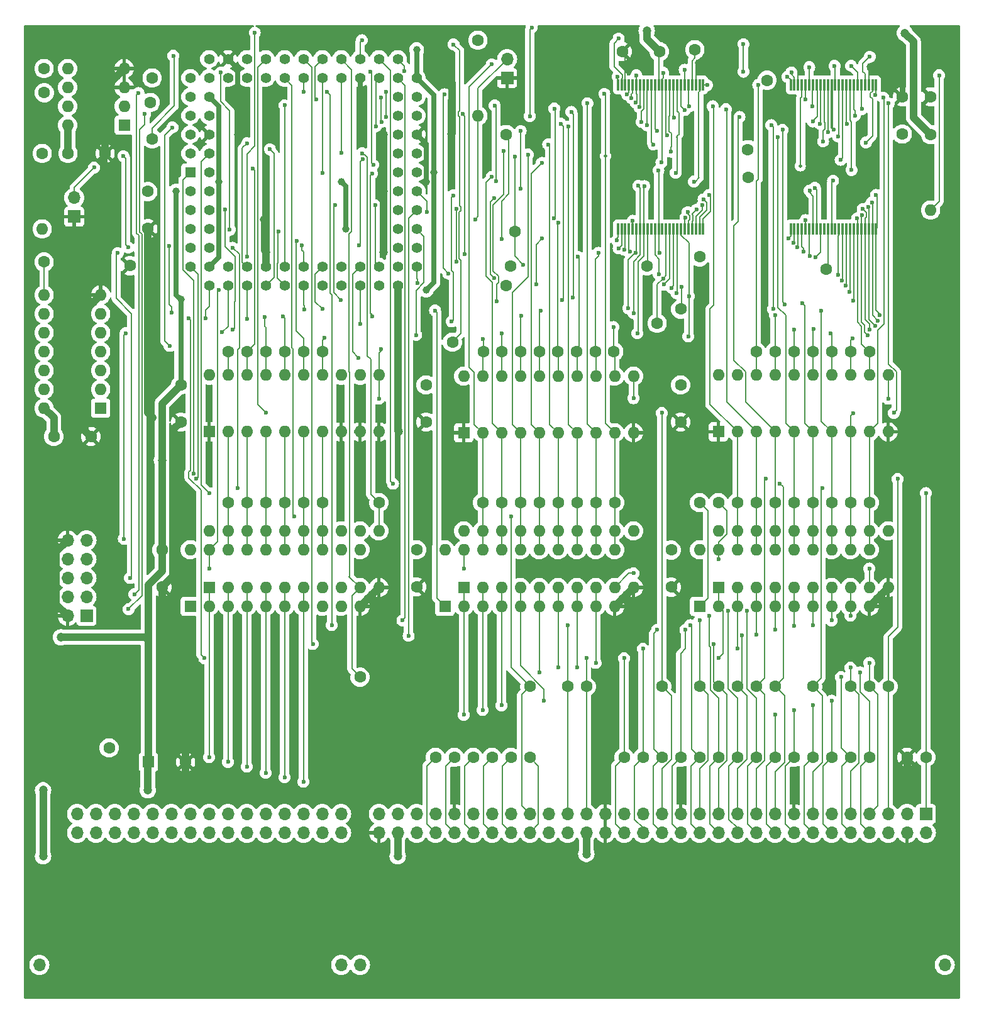
<source format=gbr>
%TF.GenerationSoftware,KiCad,Pcbnew,8.0.8*%
%TF.CreationDate,2025-08-10T21:04:20+02:00*%
%TF.ProjectId,DECPROMEM,44454350-524f-44d4-954d-2e6b69636164,rev?*%
%TF.SameCoordinates,Original*%
%TF.FileFunction,Copper,L1,Top*%
%TF.FilePolarity,Positive*%
%FSLAX46Y46*%
G04 Gerber Fmt 4.6, Leading zero omitted, Abs format (unit mm)*
G04 Created by KiCad (PCBNEW 8.0.8) date 2025-08-10 21:04:20*
%MOMM*%
%LPD*%
G01*
G04 APERTURE LIST*
G04 Aperture macros list*
%AMRoundRect*
0 Rectangle with rounded corners*
0 $1 Rounding radius*
0 $2 $3 $4 $5 $6 $7 $8 $9 X,Y pos of 4 corners*
0 Add a 4 corners polygon primitive as box body*
4,1,4,$2,$3,$4,$5,$6,$7,$8,$9,$2,$3,0*
0 Add four circle primitives for the rounded corners*
1,1,$1+$1,$2,$3*
1,1,$1+$1,$4,$5*
1,1,$1+$1,$6,$7*
1,1,$1+$1,$8,$9*
0 Add four rect primitives between the rounded corners*
20,1,$1+$1,$2,$3,$4,$5,0*
20,1,$1+$1,$4,$5,$6,$7,0*
20,1,$1+$1,$6,$7,$8,$9,0*
20,1,$1+$1,$8,$9,$2,$3,0*%
G04 Aperture macros list end*
%TA.AperFunction,Conductor*%
%ADD10C,0.200000*%
%TD*%
%TA.AperFunction,ComponentPad*%
%ADD11C,1.600000*%
%TD*%
%TA.AperFunction,ComponentPad*%
%ADD12O,1.600000X1.600000*%
%TD*%
%TA.AperFunction,ComponentPad*%
%ADD13R,1.700000X1.700000*%
%TD*%
%TA.AperFunction,ComponentPad*%
%ADD14O,1.700000X1.700000*%
%TD*%
%TA.AperFunction,ComponentPad*%
%ADD15R,1.600000X1.600000*%
%TD*%
%TA.AperFunction,SMDPad,CuDef*%
%ADD16RoundRect,0.075000X0.075000X-0.712500X0.075000X0.712500X-0.075000X0.712500X-0.075000X-0.712500X0*%
%TD*%
%TA.AperFunction,ComponentPad*%
%ADD17R,1.422400X1.422400*%
%TD*%
%TA.AperFunction,ComponentPad*%
%ADD18C,1.422400*%
%TD*%
%TA.AperFunction,ViaPad*%
%ADD19C,0.600000*%
%TD*%
%TA.AperFunction,ViaPad*%
%ADD20C,1.200000*%
%TD*%
%TA.AperFunction,ViaPad*%
%ADD21C,1.000000*%
%TD*%
%TA.AperFunction,ViaPad*%
%ADD22C,0.500000*%
%TD*%
%TA.AperFunction,Conductor*%
%ADD23C,1.000000*%
%TD*%
%TA.AperFunction,Conductor*%
%ADD24C,0.700000*%
%TD*%
%TA.AperFunction,Conductor*%
%ADD25C,0.800000*%
%TD*%
%TA.AperFunction,Conductor*%
%ADD26C,0.300000*%
%TD*%
G04 APERTURE END LIST*
D10*
%TO.N,GND*%
X327660000Y-220980000D02*
X327660000Y-219075000D01*
X328930000Y-169672000D02*
X327660000Y-169672000D01*
X294640000Y-129540000D02*
X293497000Y-128397000D01*
X358140000Y-220980000D02*
X358140000Y-219202000D01*
X283972000Y-147193000D02*
X283083000Y-146304000D01*
X314960000Y-169545000D02*
X314960000Y-167640000D01*
X294640000Y-129540000D02*
X293497000Y-130683000D01*
X328930000Y-169672000D02*
X328930000Y-167894000D01*
X373380000Y-220980000D02*
X373380000Y-219075000D01*
X328930000Y-169672000D02*
X328930000Y-171577000D01*
X391795000Y-124460000D02*
X391160000Y-125095000D01*
X312420000Y-169545000D02*
X312420000Y-167640000D01*
%TD*%
D11*
%TO.P,R3,1*%
%TO.N,+5V*%
X272161000Y-132080000D03*
D12*
%TO.P,R3,2*%
%TO.N,Net-(JP2-B)*%
X272161000Y-142240000D03*
%TD*%
D13*
%TO.P,JP2,1,A*%
%TO.N,GND*%
X276479000Y-140589000D03*
D14*
%TO.P,JP2,2,B*%
%TO.N,Net-(JP2-B)*%
X276479000Y-138049000D03*
%TD*%
%TO.P,J1,*%
%TO.N,*%
X393700000Y-241300000D03*
X314960000Y-241300000D03*
X312420000Y-241300000D03*
X271780000Y-241300000D03*
D13*
%TO.P,J1,1,Pin_1*%
%TO.N,/BDCOKH*%
X391160000Y-220980000D03*
D14*
%TO.P,J1,2,Pin_2*%
%TO.N,+5V*%
X391160000Y-223520000D03*
%TO.P,J1,3,Pin_3*%
%TO.N,unconnected-(J1-Pin_3-Pad3)*%
X388620000Y-220980000D03*
%TO.P,J1,4,Pin_4*%
%TO.N,GND*%
X388620000Y-223520000D03*
%TO.P,J1,5,Pin_5*%
%TO.N,/BINITL*%
X386080000Y-220980000D03*
%TO.P,J1,6,Pin_6*%
%TO.N,unconnected-(J1-Pin_6-Pad6)*%
X386080000Y-223520000D03*
%TO.P,J1,7,Pin_7*%
%TO.N,/BDAL15*%
X383540000Y-220980000D03*
%TO.P,J1,8,Pin_8*%
%TO.N,/BDAL13*%
X383540000Y-223520000D03*
%TO.P,J1,9,Pin_9*%
%TO.N,/BDAL14*%
X381000000Y-220980000D03*
%TO.P,J1,10,Pin_10*%
%TO.N,/BDAL12*%
X381000000Y-223520000D03*
%TO.P,J1,11,Pin_11*%
%TO.N,unconnected-(J1-Pin_11-Pad11)*%
X378460000Y-220980000D03*
%TO.P,J1,12,Pin_12*%
%TO.N,/BDAL11*%
X378460000Y-223520000D03*
%TO.P,J1,13,Pin_13*%
%TO.N,/BRPLYL*%
X375920000Y-220980000D03*
%TO.P,J1,14,Pin_14*%
%TO.N,/BDAL10*%
X375920000Y-223520000D03*
%TO.P,J1,15,Pin_15*%
%TO.N,GND*%
X373380000Y-220980000D03*
%TO.P,J1,16,Pin_16*%
%TO.N,/BDAL9*%
X373380000Y-223520000D03*
%TO.P,J1,17,Pin_17*%
%TO.N,/BMDENL*%
X370840000Y-220980000D03*
%TO.P,J1,18,Pin_18*%
%TO.N,/BDAL8*%
X370840000Y-223520000D03*
%TO.P,J1,19,Pin_19*%
%TO.N,/BWRITEL*%
X368300000Y-220980000D03*
%TO.P,J1,20,Pin_20*%
%TO.N,/BDAL7*%
X368300000Y-223520000D03*
%TO.P,J1,21,Pin_21*%
%TO.N,/BWLBL*%
X365760000Y-220980000D03*
%TO.P,J1,22,Pin_22*%
%TO.N,/BDAL6*%
X365760000Y-223520000D03*
%TO.P,J1,23,Pin_23*%
%TO.N,/BWHBL*%
X363220000Y-220980000D03*
%TO.P,J1,24,Pin_24*%
%TO.N,/BDAL5*%
X363220000Y-223520000D03*
%TO.P,J1,25,Pin_25*%
%TO.N,/BSDENL*%
X360680000Y-220980000D03*
%TO.P,J1,26,Pin_26*%
%TO.N,/BDAL4*%
X360680000Y-223520000D03*
%TO.P,J1,27,Pin_27*%
%TO.N,GND*%
X358140000Y-220980000D03*
%TO.P,J1,28,Pin_28*%
%TO.N,/BDAL3*%
X358140000Y-223520000D03*
%TO.P,J1,29,Pin_29*%
%TO.N,/SSnL*%
X355600000Y-220980000D03*
%TO.P,J1,30,Pin_30*%
%TO.N,/BDAL2*%
X355600000Y-223520000D03*
%TO.P,J1,31,Pin_31*%
%TO.N,unconnected-(J1-Pin_31-Pad31)*%
X353060000Y-220980000D03*
%TO.P,J1,32,Pin_32*%
%TO.N,/BDAL1*%
X353060000Y-223520000D03*
%TO.P,J1,33,Pin_33*%
%TO.N,unconnected-(J1-Pin_33-Pad33)*%
X350520000Y-220980000D03*
%TO.P,J1,34,Pin_34*%
%TO.N,/BDAL0*%
X350520000Y-223520000D03*
%TO.P,J1,35,Pin_35*%
%TO.N,GND*%
X347980000Y-220980000D03*
%TO.P,J1,36,Pin_36*%
X347980000Y-223520000D03*
%TO.P,J1,37,Pin_37*%
%TO.N,/BDSL*%
X345440000Y-220980000D03*
%TO.P,J1,38,Pin_38*%
%TO.N,+5V*%
X345440000Y-223520000D03*
%TO.P,J1,39,Pin_39*%
%TO.N,/BASL*%
X342900000Y-220980000D03*
%TO.P,J1,40,Pin_40*%
%TO.N,/+12.0V*%
X342900000Y-223520000D03*
%TO.P,J1,41,Pin_41*%
%TO.N,unconnected-(J1-Pin_41-Pad41)*%
X340360000Y-220980000D03*
%TO.P,J1,42,Pin_42*%
%TO.N,unconnected-(J1-Pin_42-Pad42)*%
X340360000Y-223520000D03*
%TO.P,J1,43,Pin_43*%
%TO.N,/BIOSELL*%
X337820000Y-220980000D03*
%TO.P,J1,44,Pin_44*%
%TO.N,/BDAL21*%
X337820000Y-223520000D03*
%TO.P,J1,45,Pin_45*%
%TO.N,unconnected-(J1-Pin_45-Pad45)*%
X335280000Y-220980000D03*
%TO.P,J1,46,Pin_46*%
%TO.N,/BDAL20*%
X335280000Y-223520000D03*
%TO.P,J1,47,Pin_47*%
%TO.N,unconnected-(J1-Pin_47-Pad47)*%
X332740000Y-220980000D03*
%TO.P,J1,48,Pin_48*%
%TO.N,/BDAL19*%
X332740000Y-223520000D03*
%TO.P,J1,49,Pin_49*%
%TO.N,unconnected-(J1-Pin_49-Pad49)*%
X330200000Y-220980000D03*
%TO.P,J1,50,Pin_50*%
%TO.N,/BDAL18*%
X330200000Y-223520000D03*
%TO.P,J1,51,Pin_51*%
%TO.N,GND*%
X327660000Y-220980000D03*
%TO.P,J1,52,Pin_52*%
%TO.N,/BDAL17*%
X327660000Y-223520000D03*
%TO.P,J1,53,Pin_53*%
%TO.N,unconnected-(J1-Pin_53-Pad53)*%
X325120000Y-220980000D03*
%TO.P,J1,54,Pin_54*%
%TO.N,/BDAL16*%
X325120000Y-223520000D03*
%TO.P,J1,55,Pin_55*%
%TO.N,unconnected-(J1-Pin_55-Pad55)*%
X322580000Y-220980000D03*
%TO.P,J1,56,Pin_56*%
%TO.N,unconnected-(J1-Pin_56-Pad56)*%
X322580000Y-223520000D03*
%TO.P,J1,57,Pin_57*%
%TO.N,unconnected-(J1-Pin_57-Pad57)*%
X320040000Y-220980000D03*
%TO.P,J1,58,Pin_58*%
%TO.N,+5V*%
X320040000Y-223520000D03*
%TO.P,J1,59,Pin_59*%
%TO.N,unconnected-(J1-Pin_59-Pad59)*%
X317500000Y-220980000D03*
%TO.P,J1,60,Pin_60*%
%TO.N,GND*%
X317500000Y-223520000D03*
%TO.P,J1,61,Pin_61*%
%TO.N,unconnected-(J1-Pin_61-Pad61)*%
X312420000Y-220980000D03*
%TO.P,J1,62,Pin_62*%
%TO.N,unconnected-(J1-Pin_62-Pad62)*%
X312420000Y-223520000D03*
%TO.P,J1,63,Pin_63*%
%TO.N,unconnected-(J1-Pin_63-Pad63)*%
X309880000Y-220980000D03*
%TO.P,J1,64,Pin_64*%
%TO.N,unconnected-(J1-Pin_64-Pad64)*%
X309880000Y-223520000D03*
%TO.P,J1,65,Pin_65*%
%TO.N,unconnected-(J1-Pin_65-Pad65)*%
X307340000Y-220980000D03*
%TO.P,J1,66,Pin_66*%
%TO.N,unconnected-(J1-Pin_66-Pad66)*%
X307340000Y-223520000D03*
%TO.P,J1,67,Pin_67*%
%TO.N,unconnected-(J1-Pin_67-Pad67)*%
X304800000Y-220980000D03*
%TO.P,J1,68,Pin_68*%
%TO.N,unconnected-(J1-Pin_68-Pad68)*%
X304800000Y-223520000D03*
%TO.P,J1,69,Pin_69*%
%TO.N,unconnected-(J1-Pin_69-Pad69)*%
X302260000Y-220980000D03*
%TO.P,J1,70,Pin_70*%
%TO.N,unconnected-(J1-Pin_70-Pad70)*%
X302260000Y-223520000D03*
%TO.P,J1,71,Pin_71*%
%TO.N,unconnected-(J1-Pin_71-Pad71)*%
X299720000Y-220980000D03*
%TO.P,J1,72,Pin_72*%
%TO.N,unconnected-(J1-Pin_72-Pad72)*%
X299720000Y-223520000D03*
%TO.P,J1,73,Pin_73*%
%TO.N,unconnected-(J1-Pin_73-Pad73)*%
X297180000Y-220980000D03*
%TO.P,J1,74,Pin_74*%
%TO.N,unconnected-(J1-Pin_74-Pad74)*%
X297180000Y-223520000D03*
%TO.P,J1,75,Pin_75*%
%TO.N,unconnected-(J1-Pin_75-Pad75)*%
X294640000Y-220980000D03*
%TO.P,J1,76,Pin_76*%
%TO.N,unconnected-(J1-Pin_76-Pad76)*%
X294640000Y-223520000D03*
%TO.P,J1,77,Pin_77*%
%TO.N,unconnected-(J1-Pin_77-Pad77)*%
X292100000Y-220980000D03*
%TO.P,J1,78,Pin_78*%
%TO.N,unconnected-(J1-Pin_78-Pad78)*%
X292100000Y-223520000D03*
%TO.P,J1,79,Pin_79*%
%TO.N,unconnected-(J1-Pin_79-Pad79)*%
X289560000Y-220980000D03*
%TO.P,J1,80,Pin_80*%
%TO.N,unconnected-(J1-Pin_80-Pad80)*%
X289560000Y-223520000D03*
%TO.P,J1,81,Pin_81*%
%TO.N,unconnected-(J1-Pin_81-Pad81)*%
X287020000Y-220980000D03*
%TO.P,J1,82,Pin_82*%
%TO.N,unconnected-(J1-Pin_82-Pad82)*%
X287020000Y-223520000D03*
%TO.P,J1,83,Pin_83*%
%TO.N,unconnected-(J1-Pin_83-Pad83)*%
X284480000Y-220980000D03*
%TO.P,J1,84,Pin_84*%
%TO.N,unconnected-(J1-Pin_84-Pad84)*%
X284480000Y-223520000D03*
%TO.P,J1,85,Pin_85*%
%TO.N,unconnected-(J1-Pin_85-Pad85)*%
X281940000Y-220980000D03*
%TO.P,J1,86,Pin_86*%
%TO.N,unconnected-(J1-Pin_86-Pad86)*%
X281940000Y-223520000D03*
%TO.P,J1,87,Pin_87*%
%TO.N,unconnected-(J1-Pin_87-Pad87)*%
X279400000Y-220980000D03*
%TO.P,J1,88,Pin_88*%
%TO.N,unconnected-(J1-Pin_88-Pad88)*%
X279400000Y-223520000D03*
%TO.P,J1,89,Pin_89*%
%TO.N,unconnected-(J1-Pin_89-Pad89)*%
X276860000Y-220980000D03*
%TO.P,J1,90,Pin_90*%
%TO.N,unconnected-(J1-Pin_90-Pad90)*%
X276860000Y-223520000D03*
%TD*%
D11*
%TO.P,J99,1,Pin_1*%
%TO.N,/A14*%
X346659200Y-158750000D03*
%TD*%
%TO.P,J105,1,Pin_1*%
%TO.N,/A20*%
X307340000Y-158750000D03*
%TD*%
%TO.P,J42,1,Pin_1*%
%TO.N,/DAH4*%
X375920000Y-179070000D03*
%TD*%
%TO.P,J84,1,Pin_1*%
%TO.N,Net-(J84-Pin_1)*%
X286969200Y-121920000D03*
%TD*%
%TO.P,J45,1,Pin_1*%
%TO.N,/DAH7*%
X383540000Y-179070000D03*
%TD*%
%TO.P,J23,1,Pin_1*%
%TO.N,/BDAL21*%
X337820000Y-213360000D03*
%TD*%
%TO.P,J83,1,Pin_1*%
%TO.N,/MOSI*%
X272415000Y-120650000D03*
%TD*%
%TO.P,J17,1,Pin_1*%
%TO.N,/BDAL15*%
X383540000Y-203835000D03*
%TD*%
%TO.P,J27,1,Pin_1*%
%TO.N,/BWLBL*%
X365760000Y-203835000D03*
%TD*%
D15*
%TO.P,U6,1,A0*%
%TO.N,/BDAL16*%
X294640000Y-190500000D03*
D12*
%TO.P,U6,2,A1*%
%TO.N,/BDAL17*%
X297180000Y-190500000D03*
%TO.P,U6,3,A2*%
%TO.N,/BDAL18*%
X299720000Y-190500000D03*
%TO.P,U6,4,A3*%
%TO.N,/BDAL19*%
X302260000Y-190500000D03*
%TO.P,U6,5,A4*%
%TO.N,/BDAL20*%
X304800000Y-190500000D03*
%TO.P,U6,6,A5*%
%TO.N,/BDAL21*%
X307340000Y-190500000D03*
%TO.P,U6,7,A6*%
%TO.N,unconnected-(U6-A6-Pad7)*%
X309880000Y-190500000D03*
%TO.P,U6,8,A7*%
%TO.N,unconnected-(U6-A7-Pad8)*%
X312420000Y-190500000D03*
%TO.P,U6,9,T*%
%TO.N,/MDENL*%
X314960000Y-190500000D03*
%TO.P,U6,10,GND*%
%TO.N,GND*%
X317500000Y-190500000D03*
%TO.P,U6,11,R*%
%TO.N,/SDENL*%
X317500000Y-182880000D03*
%TO.P,U6,12,B7*%
%TO.N,unconnected-(U6-B7-Pad12)*%
X314960000Y-182880000D03*
%TO.P,U6,13,B6*%
%TO.N,unconnected-(U6-B6-Pad13)*%
X312420000Y-182880000D03*
%TO.P,U6,14,B5*%
%TO.N,/DAH21*%
X309880000Y-182880000D03*
%TO.P,U6,15,B4*%
%TO.N,/DAH20*%
X307340000Y-182880000D03*
%TO.P,U6,16,B3*%
%TO.N,/DAH19*%
X304800000Y-182880000D03*
%TO.P,U6,17,B2*%
%TO.N,/DAH18*%
X302260000Y-182880000D03*
%TO.P,U6,18,B1*%
%TO.N,/DAH17*%
X299720000Y-182880000D03*
%TO.P,U6,19,B0*%
%TO.N,/DAH16*%
X297180000Y-182880000D03*
%TO.P,U6,20,VCC*%
%TO.N,+5V*%
X294640000Y-182880000D03*
%TD*%
D11*
%TO.P,J79,1,Pin_1*%
%TO.N,/MA21*%
X367233200Y-135331200D03*
%TD*%
%TO.P,J56,1,Pin_1*%
%TO.N,/DAH18*%
X302260000Y-179070000D03*
%TD*%
%TO.P,J107,1,Pin_1*%
%TO.N,+5V*%
X281178000Y-212090000D03*
%TD*%
%TO.P,J24,1,Pin_1*%
%TO.N,/BRPLYL*%
X375920000Y-203835000D03*
%TD*%
%TO.P,J94,1,Pin_1*%
%TO.N,/A9*%
X334086200Y-158750000D03*
%TD*%
%TO.P,J73,1,Pin_1*%
%TO.N,/MA15*%
X334645000Y-129540000D03*
%TD*%
%TO.P,J80,1,Pin_1*%
%TO.N,/HOLDL*%
X286715200Y-125222000D03*
%TD*%
%TO.P,J6,1,Pin_1*%
%TO.N,/BDAL4*%
X360680000Y-213360000D03*
%TD*%
%TO.P,C11,1*%
%TO.N,+5V*%
X322580000Y-185420000D03*
%TO.P,C11,2*%
%TO.N,GND*%
X322580000Y-190420000D03*
%TD*%
%TO.P,J54,1,Pin_1*%
%TO.N,/DAH16*%
X297180000Y-179070000D03*
%TD*%
%TO.P,J87,1,Pin_1*%
%TO.N,/A2*%
X370840000Y-158750000D03*
%TD*%
%TO.P,J21,1,Pin_1*%
%TO.N,/BDAL19*%
X332740000Y-213360000D03*
%TD*%
D15*
%TO.P,U8,1,OE*%
%TO.N,GND*%
X294640000Y-169545000D03*
D12*
%TO.P,U8,2,D0*%
%TO.N,/DAH16*%
X297180000Y-169545000D03*
%TO.P,U8,3,D1*%
%TO.N,/DAH17*%
X299720000Y-169545000D03*
%TO.P,U8,4,D2*%
%TO.N,/DAH18*%
X302260000Y-169545000D03*
%TO.P,U8,5,D3*%
%TO.N,/DAH19*%
X304800000Y-169545000D03*
%TO.P,U8,6,D4*%
%TO.N,/DAH20*%
X307340000Y-169545000D03*
%TO.P,U8,7,D5*%
%TO.N,/DAH21*%
X309880000Y-169545000D03*
%TO.P,U8,8,D6*%
%TO.N,GND*%
X312420000Y-169545000D03*
%TO.P,U8,9,D7*%
X314960000Y-169545000D03*
%TO.P,U8,10,GND*%
X317500000Y-169545000D03*
%TO.P,U8,11,Load*%
%TO.N,/ASL*%
X317500000Y-161925000D03*
%TO.P,U8,12,Q7*%
%TO.N,unconnected-(U8-Q7-Pad12)*%
X314960000Y-161925000D03*
%TO.P,U8,13,Q6*%
%TO.N,unconnected-(U8-Q6-Pad13)*%
X312420000Y-161925000D03*
%TO.P,U8,14,Q5*%
%TO.N,/A21*%
X309880000Y-161925000D03*
%TO.P,U8,15,Q4*%
%TO.N,/A20*%
X307340000Y-161925000D03*
%TO.P,U8,16,Q3*%
%TO.N,/A19*%
X304800000Y-161925000D03*
%TO.P,U8,17,Q2*%
%TO.N,/A18*%
X302260000Y-161925000D03*
%TO.P,U8,18,Q1*%
%TO.N,/A17*%
X299720000Y-161925000D03*
%TO.P,U8,19,Q0*%
%TO.N,/A16*%
X297180000Y-161925000D03*
%TO.P,U8,20,VCC*%
%TO.N,+5V*%
X294640000Y-161925000D03*
%TD*%
D11*
%TO.P,J31,1,Pin_1*%
%TO.N,/BDSL*%
X345440000Y-203835000D03*
%TD*%
%TO.P,J9,1,Pin_1*%
%TO.N,/BDAL7*%
X368300000Y-213360000D03*
%TD*%
%TO.P,J97,1,Pin_1*%
%TO.N,/A12*%
X341604600Y-158750000D03*
%TD*%
%TO.P,J50,1,Pin_1*%
%TO.N,/DAH12*%
X341630000Y-179070000D03*
%TD*%
%TO.P,J52,1,Pin_1*%
%TO.N,/DAH14*%
X346710000Y-179070000D03*
%TD*%
%TO.P,J92,1,Pin_1*%
%TO.N,/A7*%
X383540000Y-158750000D03*
%TD*%
%TO.P,J69,1,Pin_1*%
%TO.N,/MHEL*%
X354965000Y-154940000D03*
%TD*%
%TO.P,J4,1,Pin_1*%
%TO.N,/BDAL2*%
X355600000Y-213360000D03*
%TD*%
%TO.P,J41,1,Pin_1*%
%TO.N,/DAH3*%
X373380000Y-179070000D03*
%TD*%
%TO.P,J19,1,Pin_1*%
%TO.N,/BDAL17*%
X327660000Y-213360000D03*
%TD*%
%TO.P,J36,1,Pin_1*%
%TO.N,GND*%
X283972000Y-147193000D03*
%TD*%
%TO.P,C10,1*%
%TO.N,+5V*%
X286385000Y-137200000D03*
%TO.P,C10,2*%
%TO.N,GND*%
X286385000Y-142200000D03*
%TD*%
%TO.P,J29,1,Pin_1*%
%TO.N,/BSDENL*%
X360680000Y-203835000D03*
%TD*%
%TO.P,J26,1,Pin_1*%
%TO.N,/BWRITEL*%
X368300000Y-203835000D03*
%TD*%
%TO.P,J15,1,Pin_1*%
%TO.N,/BDAL13*%
X383540000Y-213360000D03*
%TD*%
%TO.P,J8,1,Pin_1*%
%TO.N,/BDAL6*%
X365760000Y-213360000D03*
%TD*%
%TO.P,J93,1,Pin_1*%
%TO.N,/A8*%
X331597000Y-158750000D03*
%TD*%
%TO.P,J63,1,Pin_1*%
%TO.N,/SDENL*%
X317500000Y-179070000D03*
%TD*%
%TO.P,J43,1,Pin_1*%
%TO.N,/DAH5*%
X378460000Y-179070000D03*
%TD*%
%TO.P,J40,1,Pin_1*%
%TO.N,/DAH2*%
X370840000Y-179070000D03*
%TD*%
%TO.P,J65,1,Pin_1*%
%TO.N,/MWEL*%
X377698000Y-147624800D03*
%TD*%
%TO.P,J66,1,Pin_1*%
%TO.N,/MCELOWH*%
X360680000Y-145999200D03*
%TD*%
D15*
%TO.P,U2,1,A->B*%
%TO.N,/BUSDIRH*%
X292100000Y-193040000D03*
D12*
%TO.P,U2,2,A0*%
%TO.N,/BDAL16*%
X294640000Y-193040000D03*
%TO.P,U2,3,A1*%
%TO.N,/BDAL17*%
X297180000Y-193040000D03*
%TO.P,U2,4,A2*%
%TO.N,/BDAL18*%
X299720000Y-193040000D03*
%TO.P,U2,5,A3*%
%TO.N,/BDAL19*%
X302260000Y-193040000D03*
%TO.P,U2,6,A4*%
%TO.N,/BDAL20*%
X304800000Y-193040000D03*
%TO.P,U2,7,A5*%
%TO.N,/BDAL21*%
X307340000Y-193040000D03*
%TO.P,U2,8,A6*%
%TO.N,unconnected-(U2-A6-Pad8)*%
X309880000Y-193040000D03*
%TO.P,U2,9,A7*%
%TO.N,unconnected-(U2-A7-Pad9)*%
X312420000Y-193040000D03*
%TO.P,U2,10,GND*%
%TO.N,GND*%
X314960000Y-193040000D03*
%TO.P,U2,11,B7*%
%TO.N,unconnected-(U2-B7-Pad11)*%
X314960000Y-185420000D03*
%TO.P,U2,12,B6*%
%TO.N,unconnected-(U2-B6-Pad12)*%
X312420000Y-185420000D03*
%TO.P,U2,13,B5*%
%TO.N,/DAH21*%
X309880000Y-185420000D03*
%TO.P,U2,14,B4*%
%TO.N,/DAH20*%
X307340000Y-185420000D03*
%TO.P,U2,15,B3*%
%TO.N,/DAH19*%
X304800000Y-185420000D03*
%TO.P,U2,16,B2*%
%TO.N,/DAH18*%
X302260000Y-185420000D03*
%TO.P,U2,17,B1*%
%TO.N,/DAH17*%
X299720000Y-185420000D03*
%TO.P,U2,18,B0*%
%TO.N,/DAH16*%
X297180000Y-185420000D03*
%TO.P,U2,19,CE*%
%TO.N,/BUSOEL*%
X294640000Y-185420000D03*
%TO.P,U2,20,VCC*%
%TO.N,+5V*%
X292100000Y-185420000D03*
%TD*%
D11*
%TO.P,J82,1,Pin_1*%
%TO.N,/SCK*%
X272440400Y-123901200D03*
%TD*%
%TO.P,J30,1,Pin_1*%
%TO.N,/SSnL*%
X355600000Y-203835000D03*
%TD*%
D16*
%TO.P,U12,1,A15*%
%TO.N,/MA16*%
X349680000Y-142240000D03*
%TO.P,U12,2,A14*%
%TO.N,/MA15*%
X350180000Y-142240000D03*
%TO.P,U12,3,A13*%
%TO.N,/A14*%
X350680000Y-142240000D03*
%TO.P,U12,4,A12*%
%TO.N,/A13*%
X351180000Y-142240000D03*
%TO.P,U12,5,A11*%
%TO.N,/A12*%
X351680000Y-142240000D03*
%TO.P,U12,6,A10*%
%TO.N,/A11*%
X352180000Y-142240000D03*
%TO.P,U12,7,A9*%
%TO.N,/A10*%
X352680000Y-142240000D03*
%TO.P,U12,8,A8*%
%TO.N,/A9*%
X353180000Y-142240000D03*
%TO.P,U12,9,A19*%
%TO.N,/MA20*%
X353680000Y-142240000D03*
%TO.P,U12,10*%
%TO.N,N/C*%
X354180000Y-142240000D03*
%TO.P,U12,11,~{WE}*%
%TO.N,/MWEL*%
X354680000Y-142240000D03*
%TO.P,U12,12,CE2*%
%TO.N,/MCELOWH*%
X355180000Y-142240000D03*
%TO.P,U12,13*%
%TO.N,N/C*%
X355680000Y-142240000D03*
%TO.P,U12,14,~{BHE}*%
%TO.N,/MHEL*%
X356180000Y-142240000D03*
%TO.P,U12,15,~{BLE}*%
%TO.N,/MLEL*%
X356680000Y-142240000D03*
%TO.P,U12,16,A18*%
%TO.N,/MA19*%
X357180000Y-142240000D03*
%TO.P,U12,17,A17*%
%TO.N,/MA18*%
X357680000Y-142240000D03*
%TO.P,U12,18,A7*%
%TO.N,/A8*%
X358180000Y-142240000D03*
%TO.P,U12,19,A6*%
%TO.N,/A7*%
X358680000Y-142240000D03*
%TO.P,U12,20,A5*%
%TO.N,/A6*%
X359180000Y-142240000D03*
%TO.P,U12,21,A4*%
%TO.N,/A5*%
X359680000Y-142240000D03*
%TO.P,U12,22,A3*%
%TO.N,/A4*%
X360180000Y-142240000D03*
%TO.P,U12,23,A2*%
%TO.N,/A3*%
X360680000Y-142240000D03*
%TO.P,U12,24,A1*%
%TO.N,/A2*%
X361180000Y-142240000D03*
%TO.P,U12,25,A0*%
%TO.N,/A1*%
X361180000Y-122865000D03*
%TO.P,U12,26,~{CE1}*%
%TO.N,/MA21*%
X360680000Y-122865000D03*
%TO.P,U12,27,VSS*%
%TO.N,GND*%
X360180000Y-122865000D03*
%TO.P,U12,28,~{OE}*%
%TO.N,/MOEL*%
X359680000Y-122865000D03*
%TO.P,U12,29,I/O0*%
%TO.N,/DAH0*%
X359180000Y-122865000D03*
%TO.P,U12,30,I/O8*%
%TO.N,/DAH8*%
X358680000Y-122865000D03*
%TO.P,U12,31,I/O1*%
%TO.N,/DAH1*%
X358180000Y-122865000D03*
%TO.P,U12,32,I/O9*%
%TO.N,/DAH9*%
X357680000Y-122865000D03*
%TO.P,U12,33,I/O2*%
%TO.N,/DAH2*%
X357180000Y-122865000D03*
%TO.P,U12,34,I/O10*%
%TO.N,/DAH10*%
X356680000Y-122865000D03*
%TO.P,U12,35,I/O3*%
%TO.N,/DAH3*%
X356180000Y-122865000D03*
%TO.P,U12,36,I/O11*%
%TO.N,/DAH11*%
X355680000Y-122865000D03*
%TO.P,U12,37,VCC*%
%TO.N,+5V*%
X355180000Y-122865000D03*
%TO.P,U12,38,I/O4*%
%TO.N,/DAH4*%
X354680000Y-122865000D03*
%TO.P,U12,39,I/O12*%
%TO.N,/DAH12*%
X354180000Y-122865000D03*
%TO.P,U12,40,I/O5*%
%TO.N,/DAH5*%
X353680000Y-122865000D03*
%TO.P,U12,41,I/O13*%
%TO.N,/DAH13*%
X353180000Y-122865000D03*
%TO.P,U12,42,I/O6*%
%TO.N,/DAH6*%
X352680000Y-122865000D03*
%TO.P,U12,43,I/O14*%
%TO.N,/DAH14*%
X352180000Y-122865000D03*
%TO.P,U12,44,I/O7*%
%TO.N,/DAH7*%
X351680000Y-122865000D03*
%TO.P,U12,45,I/O15/A20*%
%TO.N,/DAH15*%
X351180000Y-122865000D03*
%TO.P,U12,46,VSS*%
%TO.N,GND*%
X350680000Y-122865000D03*
%TO.P,U12,47,~{BYTE}*%
%TO.N,/PULLUP*%
X350180000Y-122865000D03*
%TO.P,U12,48,A16*%
%TO.N,/MA17*%
X349680000Y-122865000D03*
%TD*%
D11*
%TO.P,J95,1,Pin_1*%
%TO.N,/A10*%
X336600800Y-158750000D03*
%TD*%
%TO.P,J5,1,Pin_1*%
%TO.N,/BDAL3*%
X358140000Y-213360000D03*
%TD*%
%TO.P,J3,1,Pin_1*%
%TO.N,/BDAL1*%
X353060000Y-213360000D03*
%TD*%
%TO.P,J20,1,Pin_1*%
%TO.N,/BDAL18*%
X330200000Y-213360000D03*
%TD*%
D15*
%TO.P,C12,1*%
%TO.N,+5V*%
X286465000Y-213995000D03*
D11*
%TO.P,C12,2*%
%TO.N,GND*%
X291465000Y-213995000D03*
%TD*%
%TO.P,J37,1,Pin_1*%
%TO.N,GND*%
X391795000Y-124460000D03*
%TD*%
%TO.P,R1,1*%
%TO.N,+5V*%
X330835000Y-116840000D03*
D12*
%TO.P,R1,2*%
%TO.N,Net-(JP1-B)*%
X330835000Y-127000000D03*
%TD*%
D11*
%TO.P,J53,1,Pin_1*%
%TO.N,/DAH15*%
X349250000Y-179070000D03*
%TD*%
%TO.P,J38,1,Pin_1*%
%TO.N,/DAH0*%
X365760000Y-179070000D03*
%TD*%
%TO.P,J88,1,Pin_1*%
%TO.N,/A3*%
X373380000Y-158750000D03*
%TD*%
%TO.P,J90,1,Pin_1*%
%TO.N,/A5*%
X378460000Y-158750000D03*
%TD*%
D15*
%TO.P,U10,1,~{CS}*%
%TO.N,/CSL*%
X283210000Y-128270000D03*
D12*
%TO.P,U10,2,MISO*%
%TO.N,Net-(J84-Pin_1)*%
X283210000Y-125730000D03*
%TO.P,U10,3,~{WP}*%
%TO.N,GND*%
X283210000Y-123190000D03*
%TO.P,U10,4,GND*%
X283210000Y-120650000D03*
%TO.P,U10,5,MOSI*%
%TO.N,/MOSI*%
X275590000Y-120650000D03*
%TO.P,U10,6,SCK*%
%TO.N,/SCK*%
X275590000Y-123190000D03*
%TO.P,U10,7,~{HOLD}*%
%TO.N,/HOLDL*%
X275590000Y-125730000D03*
%TO.P,U10,8,VCC*%
%TO.N,+5V*%
X275590000Y-128270000D03*
%TD*%
D11*
%TO.P,J86,1,Pin_1*%
%TO.N,/A1*%
X368300000Y-158750000D03*
%TD*%
%TO.P,J100,1,Pin_1*%
%TO.N,/A15*%
X349123000Y-158750000D03*
%TD*%
%TO.P,J81,1,Pin_1*%
%TO.N,/CSL*%
X286969200Y-130098800D03*
%TD*%
%TO.P,J33,1,Pin_1*%
%TO.N,/BIOSELL*%
X337820000Y-203835000D03*
%TD*%
D15*
%TO.P,X1,1,NC*%
%TO.N,unconnected-(X1-NC-Pad1)*%
X280035000Y-166370000D03*
D12*
%TO.P,X1,2*%
%TO.N,N/C*%
X280035000Y-163830000D03*
%TO.P,X1,3*%
X280035000Y-161290000D03*
%TO.P,X1,4*%
X280035000Y-158750000D03*
%TO.P,X1,5*%
X280035000Y-156210000D03*
%TO.P,X1,6*%
X280035000Y-153670000D03*
%TO.P,X1,7,GND*%
%TO.N,GND*%
X280035000Y-151130000D03*
%TO.P,X1,8,OUT*%
%TO.N,/CLK*%
X272415000Y-151130000D03*
%TO.P,X1,9*%
%TO.N,N/C*%
X272415000Y-153670000D03*
%TO.P,X1,10*%
X272415000Y-156210000D03*
%TO.P,X1,11*%
X272415000Y-158750000D03*
%TO.P,X1,12*%
X272415000Y-161290000D03*
%TO.P,X1,13*%
X272415000Y-163830000D03*
%TO.P,X1,14,Vcc*%
%TO.N,+5V*%
X272415000Y-166370000D03*
%TD*%
D11*
%TO.P,J34,1,Pin_1*%
%TO.N,/BDCOKH*%
X391160000Y-213360000D03*
%TD*%
%TO.P,C8,1*%
%TO.N,+5V*%
X323850000Y-163235000D03*
%TO.P,C8,2*%
%TO.N,GND*%
X323850000Y-168235000D03*
%TD*%
%TO.P,J59,1,Pin_1*%
%TO.N,/DAH21*%
X309880000Y-179070000D03*
%TD*%
%TO.P,C6,1*%
%TO.N,+5V*%
X356870000Y-185460000D03*
%TO.P,C6,2*%
%TO.N,GND*%
X356870000Y-190460000D03*
%TD*%
%TO.P,J106,1,Pin_1*%
%TO.N,/A21*%
X309880000Y-158750000D03*
%TD*%
D15*
%TO.P,U5,1,A0*%
%TO.N,/BDAL0*%
X363220000Y-190500000D03*
D12*
%TO.P,U5,2,A1*%
%TO.N,/BDAL1*%
X365760000Y-190500000D03*
%TO.P,U5,3,A2*%
%TO.N,/BDAL2*%
X368300000Y-190500000D03*
%TO.P,U5,4,A3*%
%TO.N,/BDAL3*%
X370840000Y-190500000D03*
%TO.P,U5,5,A4*%
%TO.N,/BDAL4*%
X373380000Y-190500000D03*
%TO.P,U5,6,A5*%
%TO.N,/BDAL5*%
X375920000Y-190500000D03*
%TO.P,U5,7,A6*%
%TO.N,/BDAL6*%
X378460000Y-190500000D03*
%TO.P,U5,8,A7*%
%TO.N,/BDAL7*%
X381000000Y-190500000D03*
%TO.P,U5,9,T*%
%TO.N,/MDENL*%
X383540000Y-190500000D03*
%TO.P,U5,10,GND*%
%TO.N,GND*%
X386080000Y-190500000D03*
%TO.P,U5,11,R*%
%TO.N,/SDENL*%
X386080000Y-182880000D03*
%TO.P,U5,12,B7*%
%TO.N,/DAH7*%
X383540000Y-182880000D03*
%TO.P,U5,13,B6*%
%TO.N,/DAH6*%
X381000000Y-182880000D03*
%TO.P,U5,14,B5*%
%TO.N,/DAH5*%
X378460000Y-182880000D03*
%TO.P,U5,15,B4*%
%TO.N,/DAH4*%
X375920000Y-182880000D03*
%TO.P,U5,16,B3*%
%TO.N,/DAH3*%
X373380000Y-182880000D03*
%TO.P,U5,17,B2*%
%TO.N,/DAH2*%
X370840000Y-182880000D03*
%TO.P,U5,18,B1*%
%TO.N,/DAH1*%
X368300000Y-182880000D03*
%TO.P,U5,19,B0*%
%TO.N,/DAH0*%
X365760000Y-182880000D03*
%TO.P,U5,20,VCC*%
%TO.N,+5V*%
X363220000Y-182880000D03*
%TD*%
D11*
%TO.P,J103,1,Pin_1*%
%TO.N,/A18*%
X302260000Y-158750000D03*
%TD*%
%TO.P,J32,1,Pin_1*%
%TO.N,/BASL*%
X342900000Y-203835000D03*
%TD*%
%TO.P,C9,1*%
%TO.N,+5V*%
X273725000Y-170180000D03*
%TO.P,C9,2*%
%TO.N,GND*%
X278725000Y-170180000D03*
%TD*%
%TO.P,C4,1*%
%TO.N,+5V*%
X387985000Y-129460000D03*
%TO.P,C4,2*%
%TO.N,GND*%
X387985000Y-124460000D03*
%TD*%
%TO.P,J71,1,Pin_1*%
%TO.N,/BUSOEL*%
X363220000Y-179070000D03*
%TD*%
%TO.P,J76,1,Pin_1*%
%TO.N,/MA18*%
X334645000Y-149860000D03*
%TD*%
%TO.P,J96,1,Pin_1*%
%TO.N,/A11*%
X339090000Y-158750000D03*
%TD*%
%TO.P,J72,1,Pin_1*%
%TO.N,/CLK*%
X272415000Y-146685000D03*
%TD*%
%TO.P,J67,1,Pin_1*%
%TO.N,/MLEL*%
X335788000Y-142621000D03*
%TD*%
D15*
%TO.P,U4,1,A->B*%
%TO.N,/BUSDIRH*%
X326390000Y-193040000D03*
D12*
%TO.P,U4,2,A0*%
%TO.N,/BDAL8*%
X328930000Y-193040000D03*
%TO.P,U4,3,A1*%
%TO.N,/BDAL9*%
X331470000Y-193040000D03*
%TO.P,U4,4,A2*%
%TO.N,/BDAL10*%
X334010000Y-193040000D03*
%TO.P,U4,5,A3*%
%TO.N,/BDAL11*%
X336550000Y-193040000D03*
%TO.P,U4,6,A4*%
%TO.N,/BDAL12*%
X339090000Y-193040000D03*
%TO.P,U4,7,A5*%
%TO.N,/BDAL13*%
X341630000Y-193040000D03*
%TO.P,U4,8,A6*%
%TO.N,/BDAL14*%
X344170000Y-193040000D03*
%TO.P,U4,9,A7*%
%TO.N,/BDAL15*%
X346710000Y-193040000D03*
%TO.P,U4,10,GND*%
%TO.N,GND*%
X349250000Y-193040000D03*
%TO.P,U4,11,B7*%
%TO.N,/DAH15*%
X349250000Y-185420000D03*
%TO.P,U4,12,B6*%
%TO.N,/DAH14*%
X346710000Y-185420000D03*
%TO.P,U4,13,B5*%
%TO.N,/DAH13*%
X344170000Y-185420000D03*
%TO.P,U4,14,B4*%
%TO.N,/DAH12*%
X341630000Y-185420000D03*
%TO.P,U4,15,B3*%
%TO.N,/DAH11*%
X339090000Y-185420000D03*
%TO.P,U4,16,B2*%
%TO.N,/DAH10*%
X336550000Y-185420000D03*
%TO.P,U4,17,B1*%
%TO.N,/DAH9*%
X334010000Y-185420000D03*
%TO.P,U4,18,B0*%
%TO.N,/DAH8*%
X331470000Y-185420000D03*
%TO.P,U4,19,CE*%
%TO.N,/BUSOEL*%
X328930000Y-185420000D03*
%TO.P,U4,20,VCC*%
%TO.N,+5V*%
X326390000Y-185420000D03*
%TD*%
D11*
%TO.P,J91,1,Pin_1*%
%TO.N,/A6*%
X381000000Y-158750000D03*
%TD*%
%TO.P,C2,1*%
%TO.N,+5V*%
X358140000Y-163235000D03*
%TO.P,C2,2*%
%TO.N,GND*%
X358140000Y-168235000D03*
%TD*%
%TO.P,J55,1,Pin_1*%
%TO.N,/DAH17*%
X299720000Y-179070000D03*
%TD*%
%TO.P,J78,1,Pin_1*%
%TO.N,/MA20*%
X353568000Y-147218400D03*
%TD*%
%TO.P,J39,1,Pin_1*%
%TO.N,/DAH1*%
X368300000Y-179070000D03*
%TD*%
D15*
%TO.P,U7,1,OE*%
%TO.N,GND*%
X363220000Y-169545000D03*
D12*
%TO.P,U7,2,D0*%
%TO.N,/DAH0*%
X365760000Y-169545000D03*
%TO.P,U7,3,D1*%
%TO.N,/DAH1*%
X368300000Y-169545000D03*
%TO.P,U7,4,D2*%
%TO.N,/DAH2*%
X370840000Y-169545000D03*
%TO.P,U7,5,D3*%
%TO.N,/DAH3*%
X373380000Y-169545000D03*
%TO.P,U7,6,D4*%
%TO.N,/DAH4*%
X375920000Y-169545000D03*
%TO.P,U7,7,D5*%
%TO.N,/DAH5*%
X378460000Y-169545000D03*
%TO.P,U7,8,D6*%
%TO.N,/DAH6*%
X381000000Y-169545000D03*
%TO.P,U7,9,D7*%
%TO.N,/DAH7*%
X383540000Y-169545000D03*
%TO.P,U7,10,GND*%
%TO.N,GND*%
X386080000Y-169545000D03*
%TO.P,U7,11,Load*%
%TO.N,/ASL*%
X386080000Y-161925000D03*
%TO.P,U7,12,Q7*%
%TO.N,/A7*%
X383540000Y-161925000D03*
%TO.P,U7,13,Q6*%
%TO.N,/A6*%
X381000000Y-161925000D03*
%TO.P,U7,14,Q5*%
%TO.N,/A5*%
X378460000Y-161925000D03*
%TO.P,U7,15,Q4*%
%TO.N,/A4*%
X375920000Y-161925000D03*
%TO.P,U7,16,Q3*%
%TO.N,/A3*%
X373380000Y-161925000D03*
%TO.P,U7,17,Q2*%
%TO.N,/A2*%
X370840000Y-161925000D03*
%TO.P,U7,18,Q1*%
%TO.N,/A1*%
X368300000Y-161925000D03*
%TO.P,U7,19,Q0*%
%TO.N,unconnected-(U7-Q0-Pad19)*%
X365760000Y-161925000D03*
%TO.P,U7,20,VCC*%
%TO.N,+5V*%
X363220000Y-161925000D03*
%TD*%
D11*
%TO.P,J77,1,Pin_1*%
%TO.N,/MA19*%
X358140000Y-153035000D03*
%TD*%
%TO.P,J102,1,Pin_1*%
%TO.N,/A17*%
X299720000Y-158750000D03*
%TD*%
D16*
%TO.P,U13,1,A15*%
%TO.N,/MA16*%
X372960000Y-142240000D03*
%TO.P,U13,2,A14*%
%TO.N,/MA15*%
X373460000Y-142240000D03*
%TO.P,U13,3,A13*%
%TO.N,/A14*%
X373960000Y-142240000D03*
%TO.P,U13,4,A12*%
%TO.N,/A13*%
X374460000Y-142240000D03*
%TO.P,U13,5,A11*%
%TO.N,/A12*%
X374960000Y-142240000D03*
%TO.P,U13,6,A10*%
%TO.N,/A11*%
X375460000Y-142240000D03*
%TO.P,U13,7,A9*%
%TO.N,/A10*%
X375960000Y-142240000D03*
%TO.P,U13,8,A8*%
%TO.N,/A9*%
X376460000Y-142240000D03*
%TO.P,U13,9,A19*%
%TO.N,/MA20*%
X376960000Y-142240000D03*
%TO.P,U13,10*%
%TO.N,N/C*%
X377460000Y-142240000D03*
%TO.P,U13,11,~{WE}*%
%TO.N,/MWEL*%
X377960000Y-142240000D03*
%TO.P,U13,12,CE2*%
%TO.N,/MA21*%
X378460000Y-142240000D03*
%TO.P,U13,13*%
%TO.N,N/C*%
X378960000Y-142240000D03*
%TO.P,U13,14,~{BHE}*%
%TO.N,/MHEL*%
X379460000Y-142240000D03*
%TO.P,U13,15,~{BLE}*%
%TO.N,/MLEL*%
X379960000Y-142240000D03*
%TO.P,U13,16,A18*%
%TO.N,/MA19*%
X380460000Y-142240000D03*
%TO.P,U13,17,A17*%
%TO.N,/MA18*%
X380960000Y-142240000D03*
%TO.P,U13,18,A7*%
%TO.N,/A8*%
X381460000Y-142240000D03*
%TO.P,U13,19,A6*%
%TO.N,/A7*%
X381960000Y-142240000D03*
%TO.P,U13,20,A5*%
%TO.N,/A6*%
X382460000Y-142240000D03*
%TO.P,U13,21,A4*%
%TO.N,/A5*%
X382960000Y-142240000D03*
%TO.P,U13,22,A3*%
%TO.N,/A4*%
X383460000Y-142240000D03*
%TO.P,U13,23,A2*%
%TO.N,/A3*%
X383960000Y-142240000D03*
%TO.P,U13,24,A1*%
%TO.N,/A2*%
X384460000Y-142240000D03*
%TO.P,U13,25,A0*%
%TO.N,/A1*%
X384460000Y-122865000D03*
%TO.P,U13,26,~{CE1}*%
%TO.N,/MCEHIGHL*%
X383960000Y-122865000D03*
%TO.P,U13,27,VSS*%
%TO.N,GND*%
X383460000Y-122865000D03*
%TO.P,U13,28,~{OE}*%
%TO.N,/MOEL*%
X382960000Y-122865000D03*
%TO.P,U13,29,I/O0*%
%TO.N,/DAH0*%
X382460000Y-122865000D03*
%TO.P,U13,30,I/O8*%
%TO.N,/DAH8*%
X381960000Y-122865000D03*
%TO.P,U13,31,I/O1*%
%TO.N,/DAH1*%
X381460000Y-122865000D03*
%TO.P,U13,32,I/O9*%
%TO.N,/DAH9*%
X380960000Y-122865000D03*
%TO.P,U13,33,I/O2*%
%TO.N,/DAH2*%
X380460000Y-122865000D03*
%TO.P,U13,34,I/O10*%
%TO.N,/DAH10*%
X379960000Y-122865000D03*
%TO.P,U13,35,I/O3*%
%TO.N,/DAH3*%
X379460000Y-122865000D03*
%TO.P,U13,36,I/O11*%
%TO.N,/DAH11*%
X378960000Y-122865000D03*
%TO.P,U13,37,VCC*%
%TO.N,+5V*%
X378460000Y-122865000D03*
%TO.P,U13,38,I/O4*%
%TO.N,/DAH4*%
X377960000Y-122865000D03*
%TO.P,U13,39,I/O12*%
%TO.N,/DAH12*%
X377460000Y-122865000D03*
%TO.P,U13,40,I/O5*%
%TO.N,/DAH5*%
X376960000Y-122865000D03*
%TO.P,U13,41,I/O13*%
%TO.N,/DAH13*%
X376460000Y-122865000D03*
%TO.P,U13,42,I/O6*%
%TO.N,/DAH6*%
X375960000Y-122865000D03*
%TO.P,U13,43,I/O14*%
%TO.N,/DAH14*%
X375460000Y-122865000D03*
%TO.P,U13,44,I/O7*%
%TO.N,/DAH7*%
X374960000Y-122865000D03*
%TO.P,U13,45,I/O15/A20*%
%TO.N,/DAH15*%
X374460000Y-122865000D03*
%TO.P,U13,46,VSS*%
%TO.N,GND*%
X373960000Y-122865000D03*
%TO.P,U13,47,~{BYTE}*%
%TO.N,/PULLUP*%
X373460000Y-122865000D03*
%TO.P,U13,48,A16*%
%TO.N,/MA17*%
X372960000Y-122865000D03*
%TD*%
D11*
%TO.P,J14,1,Pin_1*%
%TO.N,/BDAL12*%
X381000000Y-213360000D03*
%TD*%
%TO.P,J47,1,Pin_1*%
%TO.N,/DAH9*%
X334010000Y-179070000D03*
%TD*%
%TO.P,J101,1,Pin_1*%
%TO.N,/A16*%
X297180000Y-158750000D03*
%TD*%
%TO.P,J16,1,Pin_1*%
%TO.N,/BDAL14*%
X381000000Y-203835000D03*
%TD*%
%TO.P,J48,1,Pin_1*%
%TO.N,/DAH10*%
X336550000Y-179070000D03*
%TD*%
%TO.P,J25,1,Pin_1*%
%TO.N,/BMDENL*%
X370840000Y-203835000D03*
%TD*%
%TO.P,J44,1,Pin_1*%
%TO.N,/DAH6*%
X381000000Y-179070000D03*
%TD*%
D15*
%TO.P,U9,1,OE*%
%TO.N,GND*%
X328930000Y-169672000D03*
D12*
%TO.P,U9,2,D0*%
%TO.N,/DAH8*%
X331470000Y-169672000D03*
%TO.P,U9,3,D1*%
%TO.N,/DAH9*%
X334010000Y-169672000D03*
%TO.P,U9,4,D2*%
%TO.N,/DAH10*%
X336550000Y-169672000D03*
%TO.P,U9,5,D3*%
%TO.N,/DAH11*%
X339090000Y-169672000D03*
%TO.P,U9,6,D4*%
%TO.N,/DAH12*%
X341630000Y-169672000D03*
%TO.P,U9,7,D5*%
%TO.N,/DAH13*%
X344170000Y-169672000D03*
%TO.P,U9,8,D6*%
%TO.N,/DAH14*%
X346710000Y-169672000D03*
%TO.P,U9,9,D7*%
%TO.N,/DAH15*%
X349250000Y-169672000D03*
%TO.P,U9,10,GND*%
%TO.N,GND*%
X351790000Y-169672000D03*
%TO.P,U9,11,Load*%
%TO.N,/ASL*%
X351790000Y-162052000D03*
%TO.P,U9,12,Q7*%
%TO.N,/A15*%
X349250000Y-162052000D03*
%TO.P,U9,13,Q6*%
%TO.N,/A14*%
X346710000Y-162052000D03*
%TO.P,U9,14,Q5*%
%TO.N,/A13*%
X344170000Y-162052000D03*
%TO.P,U9,15,Q4*%
%TO.N,/A12*%
X341630000Y-162052000D03*
%TO.P,U9,16,Q3*%
%TO.N,/A11*%
X339090000Y-162052000D03*
%TO.P,U9,17,Q2*%
%TO.N,/A10*%
X336550000Y-162052000D03*
%TO.P,U9,18,Q1*%
%TO.N,/A9*%
X334010000Y-162052000D03*
%TO.P,U9,19,Q0*%
%TO.N,/A8*%
X331470000Y-162052000D03*
%TO.P,U9,20,VCC*%
%TO.N,+5V*%
X328930000Y-162052000D03*
%TD*%
D11*
%TO.P,J58,1,Pin_1*%
%TO.N,/DAH20*%
X307340000Y-179070000D03*
%TD*%
%TO.P,J68,1,Pin_1*%
%TO.N,/MCEHIGHL*%
X367182400Y-131572000D03*
%TD*%
%TO.P,J18,1,Pin_1*%
%TO.N,/BDAL16*%
X325120000Y-213360000D03*
%TD*%
%TO.P,J10,1,Pin_1*%
%TO.N,/BDAL8*%
X370840000Y-213360000D03*
%TD*%
%TO.P,J46,1,Pin_1*%
%TO.N,/DAH8*%
X331470000Y-179070000D03*
%TD*%
D15*
%TO.P,U1,1,A->B*%
%TO.N,/BUSDIRH*%
X360680000Y-193040000D03*
D12*
%TO.P,U1,2,A0*%
%TO.N,/BDAL0*%
X363220000Y-193040000D03*
%TO.P,U1,3,A1*%
%TO.N,/BDAL1*%
X365760000Y-193040000D03*
%TO.P,U1,4,A2*%
%TO.N,/BDAL2*%
X368300000Y-193040000D03*
%TO.P,U1,5,A3*%
%TO.N,/BDAL3*%
X370840000Y-193040000D03*
%TO.P,U1,6,A4*%
%TO.N,/BDAL4*%
X373380000Y-193040000D03*
%TO.P,U1,7,A5*%
%TO.N,/BDAL5*%
X375920000Y-193040000D03*
%TO.P,U1,8,A6*%
%TO.N,/BDAL6*%
X378460000Y-193040000D03*
%TO.P,U1,9,A7*%
%TO.N,/BDAL7*%
X381000000Y-193040000D03*
%TO.P,U1,10,GND*%
%TO.N,GND*%
X383540000Y-193040000D03*
%TO.P,U1,11,B7*%
%TO.N,/DAH7*%
X383540000Y-185420000D03*
%TO.P,U1,12,B6*%
%TO.N,/DAH6*%
X381000000Y-185420000D03*
%TO.P,U1,13,B5*%
%TO.N,/DAH5*%
X378460000Y-185420000D03*
%TO.P,U1,14,B4*%
%TO.N,/DAH4*%
X375920000Y-185420000D03*
%TO.P,U1,15,B3*%
%TO.N,/DAH3*%
X373380000Y-185420000D03*
%TO.P,U1,16,B2*%
%TO.N,/DAH2*%
X370840000Y-185420000D03*
%TO.P,U1,17,B1*%
%TO.N,/DAH1*%
X368300000Y-185420000D03*
%TO.P,U1,18,B0*%
%TO.N,/DAH0*%
X365760000Y-185420000D03*
%TO.P,U1,19,CE*%
%TO.N,/BUSOEL*%
X363220000Y-185420000D03*
%TO.P,U1,20,VCC*%
%TO.N,+5V*%
X360680000Y-185420000D03*
%TD*%
D11*
%TO.P,J89,1,Pin_1*%
%TO.N,/A4*%
X375920000Y-158750000D03*
%TD*%
%TO.P,C1,1*%
%TO.N,+5V*%
X290830000Y-163235000D03*
%TO.P,C1,2*%
%TO.N,GND*%
X290830000Y-168235000D03*
%TD*%
%TO.P,J13,1,Pin_1*%
%TO.N,/BDAL11*%
X378460000Y-213360000D03*
%TD*%
%TO.P,C3,1*%
%TO.N,+5V*%
X275630000Y-132080000D03*
%TO.P,C3,2*%
%TO.N,GND*%
X280630000Y-132080000D03*
%TD*%
%TO.P,J51,1,Pin_1*%
%TO.N,/DAH13*%
X344170000Y-179070000D03*
%TD*%
D17*
%TO.P,U11,1,binitl*%
%TO.N,/BINITL*%
X292100000Y-134620000D03*
D18*
%TO.P,U11,2,inverting*%
%TO.N,Net-(JP2-B)*%
X294640000Y-134620000D03*
%TO.P,U11,3,VCCINT*%
%TO.N,+5V*%
X292100000Y-137160000D03*
%TO.P,U11,4,data_5*%
%TO.N,/DAH5*%
X294640000Y-137160000D03*
%TO.P,U11,5,data_0*%
%TO.N,/DAH0*%
X292100000Y-139700000D03*
%TO.P,U11,6,A_0*%
%TO.N,/A15*%
X294640000Y-139700000D03*
%TO.P,U11,7,GND*%
%TO.N,GND*%
X292100000Y-142240000D03*
%TO.P,U11,8,moe*%
%TO.N,/MOEL*%
X294640000Y-142240000D03*
%TO.P,U11,9,A_3*%
%TO.N,/A18*%
X292100000Y-144780000D03*
%TO.P,U11,10,brplyl*%
%TO.N,/BRPLYL*%
X294640000Y-144780000D03*
%TO.P,U11,11,bwritel*%
%TO.N,/BWRITEL*%
X292100000Y-147320000D03*
%TO.P,U11,12,bdsl*%
%TO.N,/BDSL*%
X294640000Y-149860000D03*
%TO.P,U11,13,VCCIO*%
%TO.N,+5V*%
X294640000Y-147320000D03*
%TO.P,U11,14,TDI*%
%TO.N,Net-(J60-Pin_9)*%
X297180000Y-149860000D03*
%TO.P,U11,15,data_1*%
%TO.N,/DAH1*%
X297180000Y-147320000D03*
%TO.P,U11,16,data_2*%
%TO.N,/DAH2*%
X299720000Y-149860000D03*
%TO.P,U11,17,data_4*%
%TO.N,/DAH4*%
X299720000Y-147320000D03*
%TO.P,U11,18,data_3*%
%TO.N,/DAH3*%
X302260000Y-149860000D03*
%TO.P,U11,19,GND*%
%TO.N,GND*%
X302260000Y-147320000D03*
%TO.P,U11,20,data_6*%
%TO.N,/DAH6*%
X304800000Y-149860000D03*
%TO.P,U11,21,data_7*%
%TO.N,/DAH7*%
X304800000Y-147320000D03*
%TO.P,U11,22,mle*%
%TO.N,/MCEHIGHL*%
X307340000Y-149860000D03*
%TO.P,U11,23,TMS*%
%TO.N,Net-(J60-Pin_5)*%
X307340000Y-147320000D03*
%TO.P,U11,24,bosoe*%
%TO.N,/BUSOEL*%
X309880000Y-149860000D03*
%TO.P,U11,25,busdir*%
%TO.N,/BUSDIRH*%
X309880000Y-147320000D03*
%TO.P,U11,26,VCCIO*%
%TO.N,+5V*%
X312420000Y-149860000D03*
%TO.P,U11,27,ioa_4*%
%TO.N,/A5*%
X312420000Y-147320000D03*
%TO.P,U11,28,ioa_1*%
%TO.N,/A2*%
X314960000Y-149860000D03*
%TO.P,U11,29,ioa_0*%
%TO.N,/A1*%
X314960000Y-147320000D03*
%TO.P,U11,30,ioa_2*%
%TO.N,/A3*%
X317500000Y-149860000D03*
%TO.P,U11,31,ioa_3*%
%TO.N,/A4*%
X317500000Y-147320000D03*
%TO.P,U11,32,GND*%
%TO.N,GND*%
X320040000Y-149860000D03*
%TO.P,U11,33,ma_3*%
%TO.N,/MA18*%
X322580000Y-147320000D03*
%TO.P,U11,34,ma_1*%
%TO.N,/MA16*%
X320040000Y-147320000D03*
%TO.P,U11,35,ma_5*%
%TO.N,/MA20*%
X322580000Y-144780000D03*
%TO.P,U11,36,A_5*%
%TO.N,/A20*%
X320040000Y-144780000D03*
%TO.P,U11,37,A_6*%
%TO.N,/A21*%
X322580000Y-142240000D03*
%TO.P,U11,38,VCCIO*%
%TO.N,+5V*%
X320040000Y-142240000D03*
%TO.P,U11,39,bwlbl*%
%TO.N,/BWLBL*%
X322580000Y-139700000D03*
%TO.P,U11,40,msiz*%
%TO.N,Net-(JP1-B)*%
X320040000Y-139700000D03*
%TO.P,U11,41,ioa_5*%
%TO.N,/A6*%
X322580000Y-137160000D03*
%TO.P,U11,42,GND*%
%TO.N,GND*%
X320040000Y-137160000D03*
%TO.P,U11,43,VCCINT*%
%TO.N,+5V*%
X322580000Y-134620000D03*
%TO.P,U11,44,nmcehigh*%
%TO.N,/MCELOWH*%
X320040000Y-134620000D03*
%TO.P,U11,45,mcelow*%
%TO.N,/MLEL*%
X322580000Y-132080000D03*
%TO.P,U11,46,mwe*%
%TO.N,/MWEL*%
X320040000Y-132080000D03*
%TO.P,U11,47,GND*%
%TO.N,GND*%
X322580000Y-129540000D03*
%TO.P,U11,48,ma_0*%
%TO.N,/MA15*%
X320040000Y-129540000D03*
%TO.P,U11,49,mhe*%
%TO.N,/MHEL*%
X322580000Y-127000000D03*
%TO.P,U11,50,ma_2*%
%TO.N,/MA17*%
X320040000Y-127000000D03*
%TO.P,U11,51,ma_4*%
%TO.N,/MA19*%
X322580000Y-124460000D03*
%TO.P,U11,52,ma_6*%
%TO.N,/MA21*%
X320040000Y-124460000D03*
%TO.P,U11,53,VCCIO*%
%TO.N,+5V*%
X322580000Y-121920000D03*
%TO.P,U11,54,A_2*%
%TO.N,/A17*%
X320040000Y-119380000D03*
%TO.P,U11,55,bsdenl*%
%TO.N,/BSDENL*%
X320040000Y-121920000D03*
%TO.P,U11,56,bmdenl*%
%TO.N,/BMDENL*%
X317500000Y-119380000D03*
%TO.P,U11,57,A_1*%
%TO.N,/A16*%
X317500000Y-121920000D03*
%TO.P,U11,58,asl*%
%TO.N,/ASL*%
X314960000Y-119380000D03*
%TO.P,U11,59,GND*%
%TO.N,GND*%
X314960000Y-121920000D03*
%TO.P,U11,60,mdenl*%
%TO.N,/MDENL*%
X312420000Y-119380000D03*
%TO.P,U11,61,sdenl*%
%TO.N,/SDENL*%
X312420000Y-121920000D03*
%TO.P,U11,62,TCK*%
%TO.N,Net-(J60-Pin_1)*%
X309880000Y-119380000D03*
%TO.P,U11,63,A_4*%
%TO.N,/A19*%
X309880000Y-121920000D03*
%TO.P,U11,64,bwhbl*%
%TO.N,/BWHBL*%
X307340000Y-119380000D03*
%TO.P,U11,65,basl*%
%TO.N,/BASL*%
X307340000Y-121920000D03*
%TO.P,U11,66,VCCIO*%
%TO.N,+5V*%
X304800000Y-119380000D03*
%TO.P,U11,67,biosel*%
%TO.N,/BIOSELL*%
X304800000Y-121920000D03*
%TO.P,U11,68,bssxl*%
%TO.N,/SSnL*%
X302260000Y-119380000D03*
%TO.P,U11,69*%
%TO.N,N/C*%
X302260000Y-121920000D03*
%TO.P,U11,70*%
X299720000Y-119380000D03*
%TO.P,U11,71,TDO*%
%TO.N,Net-(J60-Pin_3)*%
X299720000Y-121920000D03*
%TO.P,U11,72,GND*%
%TO.N,GND*%
X297180000Y-119380000D03*
%TO.P,U11,73,miso*%
%TO.N,Net-(J84-Pin_1)*%
X297180000Y-121920000D03*
%TO.P,U11,74,ncs*%
%TO.N,/CSL*%
X294640000Y-119380000D03*
%TO.P,U11,75,mosi*%
%TO.N,/MOSI*%
X292100000Y-121920000D03*
%TO.P,U11,76,spiclk*%
%TO.N,/SCK*%
X294640000Y-121920000D03*
%TO.P,U11,77,nhold*%
%TO.N,/HOLDL*%
X292100000Y-124460000D03*
%TO.P,U11,78,VCCIO*%
%TO.N,+5V*%
X294640000Y-124460000D03*
%TO.P,U11,79*%
%TO.N,N/C*%
X292100000Y-127000000D03*
%TO.P,U11,80*%
X294640000Y-127000000D03*
%TO.P,U11,81*%
X292100000Y-129540000D03*
%TO.P,U11,82,GND*%
%TO.N,GND*%
X294640000Y-129540000D03*
%TO.P,U11,83,CLK*%
%TO.N,/CLK*%
X292100000Y-132080000D03*
%TO.P,U11,84,bdcokh*%
%TO.N,/BDCOKH*%
X294640000Y-132080000D03*
%TD*%
D11*
%TO.P,J11,1,Pin_1*%
%TO.N,/BDAL9*%
X373380000Y-213360000D03*
%TD*%
%TO.P,J62,1,Pin_1*%
%TO.N,/MDENL*%
X314960000Y-202565000D03*
%TD*%
%TO.P,J74,1,Pin_1*%
%TO.N,/MA16*%
X335229200Y-147218400D03*
%TD*%
%TO.P,R2,1*%
%TO.N,+5V*%
X391795000Y-129540000D03*
D12*
%TO.P,R2,2*%
%TO.N,/PULLUP*%
X391795000Y-139700000D03*
%TD*%
D13*
%TO.P,JP1,1,A*%
%TO.N,GND*%
X334772000Y-121920000D03*
D14*
%TO.P,JP1,2,B*%
%TO.N,Net-(JP1-B)*%
X334772000Y-119380000D03*
%TD*%
D11*
%TO.P,J70,1,Pin_1*%
%TO.N,/BUSDIRH*%
X360680000Y-179070000D03*
%TD*%
%TO.P,J2,1,Pin_1*%
%TO.N,/BDAL0*%
X350520000Y-213360000D03*
%TD*%
%TO.P,J61,1,Pin_1*%
%TO.N,/ASL*%
X327406000Y-157480000D03*
%TD*%
%TO.P,J35,1,Pin_1*%
%TO.N,GND*%
X388620000Y-213360000D03*
%TD*%
%TO.P,J22,1,Pin_1*%
%TO.N,/BDAL20*%
X335280000Y-213360000D03*
%TD*%
%TO.P,J12,1,Pin_1*%
%TO.N,/BDAL10*%
X375920000Y-213360000D03*
%TD*%
%TO.P,C5,1*%
%TO.N,+5V*%
X355266000Y-118364000D03*
%TO.P,C5,2*%
%TO.N,GND*%
X350266000Y-118364000D03*
%TD*%
%TO.P,J98,1,Pin_1*%
%TO.N,/A13*%
X344144600Y-158750000D03*
%TD*%
D13*
%TO.P,J60,1,Pin_1*%
%TO.N,Net-(J60-Pin_1)*%
X278130000Y-194310000D03*
D14*
%TO.P,J60,2,Pin_2*%
%TO.N,GND*%
X275590000Y-194310000D03*
%TO.P,J60,3,Pin_3*%
%TO.N,Net-(J60-Pin_3)*%
X278130000Y-191770000D03*
%TO.P,J60,4,Pin_4*%
%TO.N,+5V*%
X275590000Y-191770000D03*
%TO.P,J60,5,Pin_5*%
%TO.N,Net-(J60-Pin_5)*%
X278130000Y-189230000D03*
%TO.P,J60,6,Pin_6*%
%TO.N,unconnected-(J60-Pin_6-Pad6)*%
X275590000Y-189230000D03*
%TO.P,J60,7,Pin_7*%
%TO.N,unconnected-(J60-Pin_7-Pad7)*%
X278130000Y-186690000D03*
%TO.P,J60,8,Pin_8*%
%TO.N,unconnected-(J60-Pin_8-Pad8)*%
X275590000Y-186690000D03*
%TO.P,J60,9,Pin_9*%
%TO.N,Net-(J60-Pin_9)*%
X278130000Y-184150000D03*
%TO.P,J60,10,Pin_10*%
%TO.N,GND*%
X275590000Y-184150000D03*
%TD*%
D11*
%TO.P,J64,1,Pin_1*%
%TO.N,/MOEL*%
X360045000Y-118110000D03*
%TD*%
%TO.P,J28,1,Pin_1*%
%TO.N,/BWHBL*%
X363220000Y-203835000D03*
%TD*%
%TO.P,J7,1,Pin_1*%
%TO.N,/BDAL5*%
X363220000Y-213360000D03*
%TD*%
%TO.P,J49,1,Pin_1*%
%TO.N,/DAH11*%
X339090000Y-179070000D03*
%TD*%
%TO.P,J57,1,Pin_1*%
%TO.N,/DAH19*%
X304800000Y-179070000D03*
%TD*%
%TO.P,J85,1,Pin_1*%
%TO.N,/BINITL*%
X386080000Y-203835000D03*
%TD*%
%TO.P,J104,1,Pin_1*%
%TO.N,/A19*%
X304800000Y-158750000D03*
%TD*%
%TO.P,C7,1*%
%TO.N,+5V*%
X288290000Y-185460000D03*
%TO.P,C7,2*%
%TO.N,GND*%
X288290000Y-190460000D03*
%TD*%
D15*
%TO.P,U3,1,A0*%
%TO.N,/BDAL8*%
X328930000Y-190500000D03*
D12*
%TO.P,U3,2,A1*%
%TO.N,/BDAL9*%
X331470000Y-190500000D03*
%TO.P,U3,3,A2*%
%TO.N,/BDAL10*%
X334010000Y-190500000D03*
%TO.P,U3,4,A3*%
%TO.N,/BDAL11*%
X336550000Y-190500000D03*
%TO.P,U3,5,A4*%
%TO.N,/BDAL12*%
X339090000Y-190500000D03*
%TO.P,U3,6,A5*%
%TO.N,/BDAL13*%
X341630000Y-190500000D03*
%TO.P,U3,7,A6*%
%TO.N,/BDAL14*%
X344170000Y-190500000D03*
%TO.P,U3,8,A7*%
%TO.N,/BDAL15*%
X346710000Y-190500000D03*
%TO.P,U3,9,T*%
%TO.N,/MDENL*%
X349250000Y-190500000D03*
%TO.P,U3,10,GND*%
%TO.N,GND*%
X351790000Y-190500000D03*
%TO.P,U3,11,R*%
%TO.N,/SDENL*%
X351790000Y-182880000D03*
%TO.P,U3,12,B7*%
%TO.N,/DAH15*%
X349250000Y-182880000D03*
%TO.P,U3,13,B6*%
%TO.N,/DAH14*%
X346710000Y-182880000D03*
%TO.P,U3,14,B5*%
%TO.N,/DAH13*%
X344170000Y-182880000D03*
%TO.P,U3,15,B4*%
%TO.N,/DAH12*%
X341630000Y-182880000D03*
%TO.P,U3,16,B3*%
%TO.N,/DAH11*%
X339090000Y-182880000D03*
%TO.P,U3,17,B2*%
%TO.N,/DAH10*%
X336550000Y-182880000D03*
%TO.P,U3,18,B1*%
%TO.N,/DAH9*%
X334010000Y-182880000D03*
%TO.P,U3,19,B0*%
%TO.N,/DAH8*%
X331470000Y-182880000D03*
%TO.P,U3,20,VCC*%
%TO.N,+5V*%
X328930000Y-182880000D03*
%TD*%
D11*
%TO.P,J75,1,Pin_1*%
%TO.N,/MA17*%
X369773200Y-122224800D03*
%TD*%
D19*
%TO.N,Net-(JP2-B)*%
X279146000Y-133985000D03*
D20*
%TO.N,+5V*%
X272288000Y-217805000D03*
X272288000Y-226695000D03*
%TO.N,GND*%
X273812000Y-219075000D03*
X273812000Y-225044000D03*
D19*
%TO.N,/BSDENL*%
X320675000Y-194945000D03*
X360680000Y-194945000D03*
%TO.N,/BDAL19*%
X302260000Y-215460000D03*
%TO.N,/BDAL18*%
X299720000Y-214630000D03*
%TO.N,/BIOSELL*%
X306070000Y-180975000D03*
X335280000Y-180975000D03*
%TO.N,/BASL*%
X311150000Y-195580000D03*
X342900000Y-195580000D03*
X310515000Y-123825000D03*
X307340000Y-123825000D03*
%TO.N,/BMDENL*%
X371475000Y-176530000D03*
X319405000Y-176530000D03*
%TO.N,/BDAL9*%
X331470000Y-207010000D03*
X373380000Y-207010000D03*
D21*
%TO.N,GND*%
X323850000Y-135890000D03*
D20*
X318128800Y-145415000D03*
D21*
X388010400Y-120751600D03*
D20*
X302260000Y-145415000D03*
D21*
X301960000Y-140970000D03*
D20*
X280416000Y-141884400D03*
D21*
X383689200Y-120425200D03*
D20*
X327253600Y-129489200D03*
X347776800Y-118211600D03*
X291465000Y-219075000D03*
D19*
X373165600Y-118680000D03*
D20*
X327207600Y-122478800D03*
X346100400Y-121448400D03*
X320141600Y-169545000D03*
D21*
X298450000Y-129540000D03*
D20*
X388620000Y-219075000D03*
D21*
X314960000Y-129540000D03*
X287090000Y-167640000D03*
X360537831Y-119879911D03*
D20*
X318128800Y-137160000D03*
X318128800Y-129540000D03*
D19*
%TO.N,/BDAL6*%
X364490000Y-193675000D03*
X378460000Y-194945000D03*
%TO.N,/BDAL12*%
X339090000Y-201930000D03*
X379730000Y-202565000D03*
%TO.N,/BDAL8*%
X328930000Y-207645000D03*
X370840000Y-207645000D03*
%TO.N,/BDCOKH*%
X294640000Y-177800000D03*
X391160000Y-177800000D03*
%TO.N,/SSnL*%
X302260000Y-167005000D03*
X355600000Y-167005000D03*
D20*
%TO.N,+5V*%
X320040000Y-226695000D03*
D21*
X324900000Y-134620000D03*
X290195000Y-137160000D03*
X322580000Y-118110000D03*
X323850000Y-150495000D03*
D20*
X286385000Y-217775000D03*
D21*
X312420000Y-135890000D03*
D20*
X388315200Y-115874800D03*
D21*
X290830000Y-151765000D03*
D20*
X288290000Y-173380400D03*
D21*
X295910000Y-135890000D03*
D19*
X378714000Y-128879600D03*
D20*
X353568000Y-115570000D03*
X274675600Y-197205600D03*
X345440000Y-226370000D03*
D21*
X313055000Y-142240000D03*
D19*
%TO.N,/BINITL*%
X292526460Y-175210172D03*
X387350000Y-175895000D03*
%TO.N,/BRPLYL*%
X297815000Y-144780000D03*
X377190000Y-177165000D03*
X298450000Y-177165000D03*
%TO.N,/BDAL3*%
X358775000Y-196215000D03*
X370840000Y-196215000D03*
%TO.N,/BDAL16*%
X294640000Y-213360000D03*
%TO.N,/BDAL15*%
X346710000Y-200660000D03*
X383540000Y-200660000D03*
%TO.N,/BDAL17*%
X297180000Y-213995000D03*
%TO.N,/BDAL5*%
X361950000Y-194310000D03*
X375920000Y-195580000D03*
%TO.N,/BDAL7*%
X381000000Y-194310000D03*
X367030000Y-193675000D03*
%TO.N,/BDAL13*%
X382270000Y-201930000D03*
X341630000Y-201295000D03*
%TO.N,/BDAL21*%
X307340000Y-216660000D03*
%TO.N,/BDAL10*%
X334010000Y-206375000D03*
X375920000Y-206375000D03*
%TO.N,/BDAL1*%
X353060000Y-198755000D03*
X365760000Y-198755000D03*
%TO.N,/BDSL*%
X345440000Y-200025000D03*
X291926460Y-154305000D03*
X294140000Y-154305000D03*
X294005000Y-200025000D03*
%TO.N,/BWLBL*%
X366395000Y-196980000D03*
X321513200Y-197002400D03*
%TO.N,/BWRITEL*%
X369570000Y-175895000D03*
X292940000Y-175895000D03*
%TO.N,/BDAL0*%
X363220000Y-200025000D03*
X350520000Y-200025000D03*
%TO.N,/BDAL20*%
X304800000Y-216060000D03*
%TO.N,/BWHBL*%
X362585000Y-198120000D03*
X308610000Y-198120000D03*
%TO.N,/BDAL11*%
X339725000Y-205740000D03*
X378460000Y-205740000D03*
%TO.N,/BDAL4*%
X359410000Y-195580000D03*
X373380000Y-195710000D03*
%TO.N,/BDAL14*%
X381000000Y-201295000D03*
X344170000Y-201295000D03*
%TO.N,/BDAL2*%
X368300000Y-196850000D03*
X354965000Y-196215000D03*
%TO.N,/DAH0*%
X362458000Y-125730000D03*
X312385000Y-151790400D03*
X311607200Y-138988800D03*
X382524000Y-126111000D03*
X359308400Y-125730000D03*
X343408000Y-126482400D03*
X343644600Y-151485600D03*
%TO.N,/DAH1*%
X364236000Y-126130000D03*
X338074000Y-115112800D03*
X299720000Y-145999200D03*
X337820000Y-127050800D03*
X381609600Y-126965000D03*
X358690390Y-126238000D03*
X300786800Y-115824000D03*
%TO.N,/DAH2*%
X342204600Y-151841200D03*
X380542800Y-128066800D03*
X299770800Y-154381200D03*
X341985600Y-128073200D03*
X357223737Y-127270000D03*
X366060000Y-127173000D03*
%TO.N,/DAH3*%
X302818800Y-131521200D03*
X371256000Y-129845528D03*
X356280000Y-129641600D03*
X379349000Y-129794000D03*
%TO.N,/DAH4*%
X377952000Y-129245528D03*
X374523000Y-152273000D03*
X371856000Y-128905000D03*
X372160800Y-152400000D03*
X299770800Y-130708400D03*
X354965000Y-129032000D03*
%TO.N,/DAH5*%
X353568000Y-128270000D03*
X376890000Y-128097000D03*
X336600800Y-129044341D03*
X336550000Y-136855200D03*
X370586000Y-153035000D03*
X377063000Y-153222007D03*
X370332000Y-128270000D03*
%TO.N,/DAH6*%
X341122000Y-126034800D03*
X341104600Y-140821429D03*
X386137000Y-125349000D03*
X352580000Y-125847290D03*
X381381000Y-167045000D03*
X303988800Y-142595600D03*
X375910000Y-125765000D03*
X386842000Y-167005000D03*
%TO.N,/DAH7*%
X385445000Y-124587000D03*
X351530580Y-124641293D03*
X304800000Y-125603000D03*
X374904000Y-124841000D03*
%TO.N,/DAH8*%
X381101600Y-120294400D03*
X358680000Y-120812000D03*
X332689200Y-120081600D03*
%TO.N,/DAH9*%
X332698800Y-135220032D03*
X381152400Y-134315200D03*
X357479600Y-134670800D03*
%TO.N,/DAH10*%
X337566000Y-132232400D03*
X379679200Y-132943600D03*
X356819200Y-131835600D03*
%TO.N,/DAH11*%
X378866400Y-120294400D03*
X355780000Y-121218400D03*
X339445600Y-133350000D03*
X355549200Y-133299200D03*
%TO.N,/DAH12*%
X340309200Y-130860800D03*
X377317000Y-130445528D03*
X354482400Y-130885600D03*
%TO.N,/DAH13*%
X352886671Y-127850721D03*
X375920000Y-127765000D03*
X343044600Y-128473200D03*
%TO.N,/DAH14*%
X345592400Y-125314000D03*
X352080000Y-125222790D03*
X375462800Y-120464400D03*
X352180000Y-121564400D03*
%TO.N,/DAH15*%
X350914565Y-124130872D03*
X347861857Y-124048800D03*
D22*
X348023000Y-132435600D03*
X374243600Y-133756400D03*
D19*
%TO.N,Net-(J60-Pin_5)*%
X307136800Y-144415000D03*
X283972000Y-189230000D03*
X282346400Y-145491200D03*
%TO.N,Net-(J60-Pin_1)*%
X283794200Y-193421000D03*
X285996465Y-126789265D03*
X309068800Y-124764800D03*
%TO.N,Net-(J60-Pin_9)*%
X296392600Y-156133800D03*
X283413200Y-156260800D03*
X283159200Y-183946800D03*
%TO.N,Net-(J60-Pin_3)*%
X285140400Y-123952000D03*
X284581600Y-191414400D03*
%TO.N,/ASL*%
X315214000Y-116840000D03*
X317754000Y-158394400D03*
X386080000Y-165100000D03*
X351790000Y-165034999D03*
X317500000Y-165100000D03*
X327558400Y-117398800D03*
%TO.N,/MDENL*%
X351790000Y-188595000D03*
X383540000Y-187960000D03*
%TO.N,/SDENL*%
X315260669Y-132049015D03*
X312470800Y-131978400D03*
%TO.N,/MOEL*%
X296204915Y-121201516D03*
X297424400Y-142341600D03*
X383601397Y-119064603D03*
%TO.N,/MWEL*%
X315366400Y-132842000D03*
X355193600Y-148326400D03*
X314858400Y-144415000D03*
%TO.N,/MCEHIGHL*%
X383082800Y-130606800D03*
X307441600Y-153111200D03*
X333349600Y-151993600D03*
X334314800Y-131784800D03*
%TO.N,/MCELOWH*%
X355142800Y-134366000D03*
X355280000Y-145481600D03*
%TO.N,/MLEL*%
X336956400Y-147066000D03*
X379860000Y-149199600D03*
X335788000Y-132486400D03*
X355904800Y-149717200D03*
%TO.N,/MHEL*%
X329082400Y-145643600D03*
X328777600Y-126746000D03*
X379360000Y-148386800D03*
X355803200Y-148894800D03*
%TO.N,/BUSDIRH*%
X309880000Y-153035000D03*
X325069200Y-153212800D03*
%TO.N,/BUSOEL*%
X295910000Y-150495000D03*
X294640000Y-187960000D03*
X363220000Y-186690000D03*
X328930000Y-187960000D03*
%TO.N,/CLK*%
X283768800Y-144729200D03*
X283108400Y-132435600D03*
%TO.N,/MA15*%
X334010000Y-143611600D03*
X349787547Y-144850000D03*
X373312617Y-144102019D03*
%TO.N,/MA16*%
X338716535Y-149674665D03*
X372662492Y-143502019D03*
X339496400Y-143550000D03*
X349552438Y-143766362D03*
%TO.N,/MA17*%
X372516400Y-121758409D03*
X318428800Y-127152400D03*
X349656400Y-121767600D03*
X318428800Y-123748800D03*
%TO.N,/MA18*%
X322681600Y-149504400D03*
X380860000Y-150707095D03*
X357581200Y-150876000D03*
%TO.N,/MA19*%
X326339200Y-124114000D03*
X380360000Y-149860000D03*
X358280000Y-150012400D03*
X326847200Y-148244000D03*
X356920800Y-150164800D03*
%TO.N,/MA20*%
X376301163Y-146032586D03*
%TO.N,/MA21*%
X317828800Y-124561600D03*
X378663200Y-135737600D03*
X359918000Y-135868000D03*
X333298800Y-135839200D03*
X317855600Y-127812800D03*
X333095600Y-125628400D03*
%TO.N,/CSL*%
X289814000Y-118922800D03*
%TO.N,Net-(JP1-B)*%
X330454000Y-140970000D03*
%TO.N,/PULLUP*%
X373053901Y-121165876D03*
X349791300Y-116621000D03*
X392938000Y-121564400D03*
X366602351Y-117380000D03*
X366602351Y-121076351D03*
%TO.N,/A1*%
X384302000Y-124206000D03*
X361696000Y-122885200D03*
X314756800Y-159562800D03*
X368589721Y-122824800D03*
%TO.N,/A2*%
X384429000Y-137668000D03*
X361950000Y-137668000D03*
X370840000Y-153822400D03*
X327304400Y-154686200D03*
X384937000Y-153822007D03*
X327507600Y-137718800D03*
X314960000Y-154990800D03*
%TO.N,/A4*%
X316992000Y-139065000D03*
X361062176Y-139043000D03*
X383413000Y-139319000D03*
X384381436Y-155322461D03*
X376047000Y-155702000D03*
%TO.N,/A6*%
X323977000Y-139954000D03*
X382529002Y-140362998D03*
X359086873Y-139979292D03*
X383357808Y-156572980D03*
X381254000Y-156972000D03*
%TO.N,/A7*%
X381889000Y-140843000D03*
X358775000Y-140716000D03*
%TO.N,/A3*%
X332994000Y-138088800D03*
X332994000Y-148844000D03*
X384659217Y-154572234D03*
X373380000Y-155829000D03*
X361209698Y-138256717D03*
X383893002Y-138678998D03*
%TO.N,/A5*%
X327914000Y-146685000D03*
X383540000Y-155794000D03*
X360268856Y-139643000D03*
X378333000Y-156337000D03*
X382651098Y-139572367D03*
X327914000Y-139516000D03*
%TO.N,/A21*%
X322529200Y-156514800D03*
X310184800Y-156921200D03*
%TO.N,/A18*%
X302158400Y-154127200D03*
X289610800Y-153466800D03*
X289255200Y-144526000D03*
%TO.N,/A16*%
X317088800Y-128422400D03*
X289712400Y-128574800D03*
X289306000Y-157988000D03*
%TO.N,/A20*%
X306411200Y-143814800D03*
%TO.N,/A19*%
X316585600Y-134772400D03*
X304596800Y-153974800D03*
X316571200Y-153974800D03*
X309930800Y-134712000D03*
%TO.N,/A17*%
X316738000Y-133604000D03*
X320954400Y-120991200D03*
X300560000Y-134112000D03*
X316331600Y-121056400D03*
%TO.N,/A8*%
X381360000Y-151892000D03*
X331546200Y-157022800D03*
X359240000Y-151282400D03*
X359156000Y-156718000D03*
%TO.N,/A14*%
X373861555Y-144683973D03*
X347065600Y-145450000D03*
X350580000Y-145034000D03*
%TO.N,/A10*%
X352457582Y-136439200D03*
X336702400Y-153924000D03*
X375513600Y-137068000D03*
X351790000Y-153568400D03*
%TO.N,/A12*%
X341680800Y-141376400D03*
X374954800Y-141043000D03*
X351680001Y-141138148D03*
%TO.N,/A9*%
X376230539Y-136713031D03*
X352298000Y-156286200D03*
X334086200Y-156286200D03*
X353257000Y-136469765D03*
%TO.N,/A13*%
X351337728Y-145290617D03*
X374650000Y-145317055D03*
X344322400Y-145999200D03*
%TO.N,/A11*%
X375509546Y-145917055D03*
X352109994Y-145499445D03*
X339267800Y-153240000D03*
X351078800Y-152917600D03*
%TO.N,/A15*%
X296824400Y-139598400D03*
X297840400Y-155803600D03*
X349097600Y-155448000D03*
%TD*%
D10*
%TO.N,Net-(JP2-B)*%
X279146000Y-133985000D02*
X276479000Y-136652000D01*
X276479000Y-136652000D02*
X276479000Y-138049000D01*
D23*
%TO.N,+5V*%
X272288000Y-226695000D02*
X272288000Y-217805000D01*
%TO.N,GND*%
X273812000Y-219075000D02*
X273812000Y-225044000D01*
D10*
%TO.N,/BSDENL*%
X360680000Y-203835000D02*
X360680000Y-194945000D01*
X321051200Y-122931200D02*
X320040000Y-121920000D01*
X361780000Y-213815635D02*
X361780000Y-204935000D01*
X360680000Y-214915635D02*
X361780000Y-213815635D01*
X360680000Y-220980000D02*
X360680000Y-214915635D01*
X321051200Y-194568800D02*
X321051200Y-122931200D01*
X320675000Y-194945000D02*
X321051200Y-194568800D01*
X361780000Y-204935000D02*
X360680000Y-203835000D01*
%TO.N,/BDAL19*%
X332740000Y-223520000D02*
X331590000Y-222370000D01*
X302260000Y-190500000D02*
X302260000Y-193040000D01*
X331590000Y-222370000D02*
X331590000Y-214510000D01*
X331590000Y-214510000D02*
X332740000Y-213360000D01*
X302260000Y-193040000D02*
X302260000Y-215460000D01*
%TO.N,/BDAL18*%
X329050000Y-214510000D02*
X330200000Y-213360000D01*
X299720000Y-190500000D02*
X299720000Y-193040000D01*
X330200000Y-223520000D02*
X329050000Y-222370000D01*
X299720000Y-193040000D02*
X299720000Y-214630000D01*
X329050000Y-222370000D02*
X329050000Y-214510000D01*
%TO.N,/BIOSELL*%
X305811200Y-158205565D02*
X305811200Y-122931200D01*
X305900000Y-180805000D02*
X305900000Y-158294365D01*
X335280000Y-201295000D02*
X335280000Y-180975000D01*
X305811200Y-122931200D02*
X304800000Y-121920000D01*
X306070000Y-180975000D02*
X305900000Y-180805000D01*
X337820000Y-203835000D02*
X335280000Y-201295000D01*
X337820000Y-220980000D02*
X336720000Y-219880000D01*
X305900000Y-158294365D02*
X305811200Y-158205565D01*
X336720000Y-204935000D02*
X337820000Y-203835000D01*
X336720000Y-219880000D02*
X336720000Y-204935000D01*
%TO.N,/BASL*%
X342900000Y-203835000D02*
X342900000Y-195580000D01*
X311150000Y-151121086D02*
X310896000Y-150867086D01*
X310896000Y-124206000D02*
X310515000Y-123825000D01*
X307340000Y-123825000D02*
X307340000Y-121920000D01*
X342900000Y-220980000D02*
X342900000Y-203835000D01*
X311150000Y-195580000D02*
X311150000Y-151121086D01*
X310896000Y-150867086D02*
X310896000Y-124206000D01*
%TO.N,/BMDENL*%
X370840000Y-215334314D02*
X372110000Y-214064314D01*
X372110000Y-205105000D02*
X370840000Y-203835000D01*
X319405000Y-176530000D02*
X319028800Y-176153800D01*
X319028800Y-120908800D02*
X317500000Y-119380000D01*
X370840000Y-203835000D02*
X371940000Y-202735000D01*
X370840000Y-220980000D02*
X370840000Y-215334314D01*
X371940000Y-176995000D02*
X371475000Y-176530000D01*
X319028800Y-176153800D02*
X319028800Y-120908800D01*
X372110000Y-214064314D02*
X372110000Y-205105000D01*
X371940000Y-202735000D02*
X371940000Y-176995000D01*
%TO.N,/BDAL9*%
X373380000Y-213360000D02*
X372230000Y-214510000D01*
X331470000Y-190500000D02*
X331470000Y-207010000D01*
X372230000Y-222370000D02*
X373380000Y-223520000D01*
X373380000Y-207010000D02*
X373380000Y-213360000D01*
X372230000Y-214510000D02*
X372230000Y-222370000D01*
D23*
%TO.N,GND*%
X280630000Y-123230000D02*
X283210000Y-120650000D01*
X280630000Y-132080000D02*
X280630000Y-123230000D01*
X346100400Y-119888000D02*
X347776800Y-118211600D01*
X280416000Y-141884400D02*
X280416000Y-132294000D01*
X302260000Y-145415000D02*
X302260000Y-147320000D01*
X275590000Y-184150000D02*
X274040000Y-185700000D01*
D10*
X373165600Y-118680000D02*
X373960000Y-119474400D01*
D23*
X291465000Y-212725000D02*
X288290000Y-209550000D01*
X314960000Y-193040000D02*
X317500000Y-190500000D01*
D24*
X323850000Y-130810000D02*
X322580000Y-129540000D01*
D23*
X277925001Y-153239999D02*
X280035000Y-151130000D01*
X291465000Y-213995000D02*
X291465000Y-212725000D01*
X349250000Y-193040000D02*
X351790000Y-190500000D01*
D24*
X301960000Y-145115000D02*
X302260000Y-145415000D01*
D25*
X388010400Y-124434600D02*
X387985000Y-124460000D01*
D23*
X288290000Y-190460000D02*
X289790000Y-188960000D01*
D24*
X314960000Y-121920000D02*
X314960000Y-129540000D01*
D23*
X318128800Y-129540000D02*
X318128800Y-137160000D01*
X327339200Y-122610400D02*
X327339200Y-129403600D01*
X318128800Y-137160000D02*
X318128800Y-145415000D01*
D10*
X350680000Y-122865000D02*
X350680000Y-118778000D01*
D23*
X274040000Y-192760000D02*
X275590000Y-194310000D01*
D10*
X383460000Y-120425200D02*
X383460000Y-122865000D01*
D23*
X327207600Y-122478800D02*
X327339200Y-122610400D01*
X287090000Y-167640000D02*
X286385000Y-166935000D01*
X288290000Y-209550000D02*
X288290000Y-190460000D01*
X320040000Y-169443400D02*
X320141600Y-169545000D01*
D10*
X350680000Y-118778000D02*
X350266000Y-118364000D01*
D23*
X388620000Y-219075000D02*
X388620000Y-213360000D01*
D10*
X360180000Y-119951360D02*
X360180000Y-122865000D01*
D23*
X277925001Y-169380001D02*
X277925001Y-153239999D01*
D24*
X323850000Y-135890000D02*
X323850000Y-130810000D01*
D10*
X373960000Y-119474400D02*
X373960000Y-122865000D01*
D23*
X346100400Y-121448400D02*
X346100400Y-119888000D01*
D10*
X360506208Y-119625152D02*
X360180000Y-119951360D01*
D24*
X297180000Y-119380000D02*
X298450000Y-120650000D01*
D23*
X383540000Y-193040000D02*
X386080000Y-190500000D01*
X286385000Y-166935000D02*
X286385000Y-142200000D01*
D25*
X388010400Y-120751600D02*
X388010400Y-124434600D01*
D23*
X289790000Y-169275000D02*
X290830000Y-168235000D01*
X327339200Y-129403600D02*
X327253600Y-129489200D01*
D24*
X301960000Y-140970000D02*
X301960000Y-145115000D01*
D23*
X291465000Y-219075000D02*
X291465000Y-213995000D01*
X320040000Y-149860000D02*
X320040000Y-169443400D01*
X278725000Y-170180000D02*
X277925001Y-169380001D01*
X280416000Y-132294000D02*
X280630000Y-132080000D01*
X274040000Y-185700000D02*
X274040000Y-192760000D01*
D24*
X298450000Y-120650000D02*
X298450000Y-129540000D01*
D23*
X289790000Y-188960000D02*
X289790000Y-169275000D01*
D10*
%TO.N,/BDAL6*%
X364490000Y-193675000D02*
X364490000Y-204120635D01*
X378460000Y-193040000D02*
X378460000Y-190500000D01*
X364490000Y-204120635D02*
X365760000Y-205390635D01*
X364610000Y-221735000D02*
X364610000Y-214510000D01*
X378460000Y-194945000D02*
X378460000Y-193040000D01*
X364610000Y-214510000D02*
X365760000Y-213360000D01*
X365760000Y-223520000D02*
X365760000Y-222885000D01*
X365760000Y-205390635D02*
X365760000Y-213360000D01*
X365760000Y-222885000D02*
X364610000Y-221735000D01*
%TO.N,/BDAL12*%
X379850000Y-214510000D02*
X381000000Y-213360000D01*
X381000000Y-223520000D02*
X379850000Y-222370000D01*
X339090000Y-190500000D02*
X339090000Y-201930000D01*
X379850000Y-222370000D02*
X379850000Y-214510000D01*
X379730000Y-212090000D02*
X381000000Y-213360000D01*
X379730000Y-202565000D02*
X379730000Y-212090000D01*
%TO.N,/BDAL8*%
X370840000Y-213360000D02*
X369690000Y-214510000D01*
X369690000Y-214510000D02*
X369690000Y-222370000D01*
X369690000Y-222370000D02*
X370840000Y-223520000D01*
X328930000Y-190500000D02*
X328930000Y-193040000D01*
X328930000Y-193040000D02*
X328930000Y-207645000D01*
X370840000Y-207645000D02*
X370840000Y-213360000D01*
%TO.N,/BDCOKH*%
X391160000Y-213360000D02*
X391160000Y-220980000D01*
X294640000Y-177800000D02*
X293540000Y-176700000D01*
X293540000Y-133180000D02*
X294640000Y-132080000D01*
X293540000Y-176700000D02*
X293540000Y-133180000D01*
X391160000Y-213360000D02*
X391160000Y-177800000D01*
%TO.N,/SSnL*%
X302260000Y-167005000D02*
X301160000Y-165905000D01*
X356870000Y-213645635D02*
X356870000Y-205105000D01*
X355600000Y-214915635D02*
X356870000Y-213645635D01*
X355600000Y-203835000D02*
X355600000Y-167005000D01*
X355600000Y-220980000D02*
X355600000Y-214915635D01*
X356870000Y-205105000D02*
X355600000Y-203835000D01*
X301160000Y-165905000D02*
X301160000Y-120480000D01*
X301160000Y-120480000D02*
X302260000Y-119380000D01*
D26*
%TO.N,+5V*%
X354939600Y-118690400D02*
X355266000Y-118364000D01*
D24*
X290830000Y-151765000D02*
X290830000Y-163235000D01*
D23*
X286465000Y-190163679D02*
X288290000Y-188338679D01*
X389485000Y-127230000D02*
X389485000Y-117044600D01*
D24*
X313055000Y-142240000D02*
X313055000Y-136525000D01*
D26*
X378460000Y-128625600D02*
X378714000Y-128879600D01*
D24*
X324900000Y-124240000D02*
X322580000Y-121920000D01*
D23*
X320040000Y-226695000D02*
X320040000Y-223520000D01*
X288290000Y-188338679D02*
X288290000Y-185460000D01*
D24*
X295910000Y-135890000D02*
X295910000Y-125730000D01*
D23*
X288290000Y-173380400D02*
X288290000Y-165775000D01*
D24*
X295910000Y-125730000D02*
X294640000Y-124460000D01*
X290830000Y-151765000D02*
X290195000Y-151130000D01*
D23*
X353568000Y-116666000D02*
X355266000Y-118364000D01*
X275630000Y-132080000D02*
X275630000Y-128310000D01*
X288290000Y-185460000D02*
X288290000Y-173380400D01*
X286465000Y-197612000D02*
X286465000Y-190163679D01*
X275630000Y-128310000D02*
X275590000Y-128270000D01*
D24*
X295910000Y-146050000D02*
X294640000Y-147320000D01*
D23*
X286058600Y-197205600D02*
X286465000Y-197612000D01*
D24*
X313055000Y-136525000D02*
X312420000Y-135890000D01*
D23*
X274675600Y-197205600D02*
X286058600Y-197205600D01*
X353568000Y-115570000D02*
X353568000Y-116666000D01*
X286465000Y-213995000D02*
X286465000Y-197612000D01*
D24*
X323850000Y-150495000D02*
X324900000Y-149445000D01*
X290195000Y-151130000D02*
X290195000Y-137160000D01*
D23*
X286385000Y-214075000D02*
X286465000Y-213995000D01*
X286385000Y-217775000D02*
X286385000Y-214075000D01*
X273725000Y-170180000D02*
X273725000Y-167680000D01*
D26*
X378460000Y-122865000D02*
X378460000Y-128625600D01*
D24*
X322580000Y-121920000D02*
X322580000Y-118110000D01*
X295910000Y-135890000D02*
X295910000Y-146050000D01*
D23*
X389485000Y-117044600D02*
X388315200Y-115874800D01*
X288290000Y-165775000D02*
X290830000Y-163235000D01*
X391795000Y-129540000D02*
X389485000Y-127230000D01*
X273725000Y-167680000D02*
X272415000Y-166370000D01*
D10*
X355180000Y-122865000D02*
X355180000Y-118450000D01*
D24*
X324900000Y-149445000D02*
X324900000Y-134620000D01*
X324900000Y-134620000D02*
X324900000Y-124240000D01*
D23*
X345440000Y-223520000D02*
X345440000Y-226370000D01*
D10*
X355180000Y-118450000D02*
X355266000Y-118364000D01*
%TO.N,/BINITL*%
X387350000Y-195865635D02*
X387350000Y-175895000D01*
X386080000Y-197135635D02*
X387350000Y-195865635D01*
X386080000Y-203835000D02*
X386080000Y-197135635D01*
X291088800Y-147738853D02*
X291088800Y-135631200D01*
X292526460Y-149176513D02*
X291088800Y-147738853D01*
X386080000Y-220980000D02*
X386080000Y-203835000D01*
X292526460Y-175210172D02*
X292526460Y-149176513D01*
X291088800Y-135631200D02*
X292100000Y-134620000D01*
%TO.N,/BRPLYL*%
X377190000Y-205105000D02*
X375920000Y-203835000D01*
X377190000Y-214064314D02*
X377190000Y-205105000D01*
X375920000Y-215334314D02*
X377190000Y-214064314D01*
X375920000Y-220980000D02*
X375920000Y-215334314D01*
X377020000Y-202735000D02*
X377020000Y-177335000D01*
X375920000Y-203835000D02*
X377020000Y-202735000D01*
X298450000Y-177165000D02*
X298450000Y-158464365D01*
X298450000Y-158464365D02*
X298704000Y-158210365D01*
X298704000Y-145669000D02*
X297815000Y-144780000D01*
X298704000Y-158210365D02*
X298704000Y-145669000D01*
X377020000Y-177335000D02*
X377190000Y-177165000D01*
%TO.N,/BDAL3*%
X370840000Y-193040000D02*
X370840000Y-190500000D01*
X356990000Y-222370000D02*
X356990000Y-214510000D01*
X358775000Y-196215000D02*
X358775000Y-198755000D01*
X358140000Y-199390000D02*
X358140000Y-213360000D01*
X358140000Y-223520000D02*
X356990000Y-222370000D01*
X356990000Y-214510000D02*
X358140000Y-213360000D01*
X370840000Y-193040000D02*
X370840000Y-196215000D01*
X358775000Y-198755000D02*
X358140000Y-199390000D01*
%TO.N,/BDAL16*%
X323970000Y-222370000D02*
X323970000Y-214510000D01*
X323970000Y-214510000D02*
X325120000Y-213360000D01*
X325120000Y-223520000D02*
X323970000Y-222370000D01*
X294640000Y-193040000D02*
X294640000Y-190500000D01*
X294640000Y-213360000D02*
X294640000Y-193040000D01*
%TO.N,/BDAL15*%
X383540000Y-220980000D02*
X384640000Y-219880000D01*
X384640000Y-219880000D02*
X384640000Y-204935000D01*
X346710000Y-193040000D02*
X346710000Y-200660000D01*
X384640000Y-204935000D02*
X383540000Y-203835000D01*
X346710000Y-190500000D02*
X346710000Y-193040000D01*
X383540000Y-200660000D02*
X383540000Y-203835000D01*
%TO.N,/BDAL17*%
X326510000Y-222370000D02*
X326510000Y-214510000D01*
X327660000Y-223520000D02*
X326510000Y-222370000D01*
X297180000Y-190500000D02*
X297180000Y-193040000D01*
X297180000Y-193040000D02*
X297180000Y-213995000D01*
X326510000Y-214510000D02*
X327660000Y-213360000D01*
%TO.N,/BDAL5*%
X362120000Y-204290635D02*
X363220000Y-205390635D01*
X362070000Y-222370000D02*
X362070000Y-214510000D01*
X361950000Y-198415000D02*
X362120000Y-198585000D01*
X362070000Y-214510000D02*
X363220000Y-213360000D01*
X375920000Y-193040000D02*
X375920000Y-195580000D01*
X361950000Y-194310000D02*
X361950000Y-198415000D01*
X363220000Y-205390635D02*
X363220000Y-213360000D01*
X363220000Y-223520000D02*
X362070000Y-222370000D01*
X375920000Y-193040000D02*
X375920000Y-190500000D01*
X362120000Y-198585000D02*
X362120000Y-204290635D01*
%TO.N,/BDAL7*%
X367150000Y-214510000D02*
X368300000Y-213360000D01*
X381000000Y-194310000D02*
X381000000Y-193040000D01*
X367030000Y-193675000D02*
X367030000Y-204120635D01*
X367150000Y-222370000D02*
X367150000Y-214510000D01*
X367030000Y-204120635D02*
X368300000Y-205390635D01*
X368300000Y-205390635D02*
X368300000Y-213360000D01*
X368300000Y-223520000D02*
X367150000Y-222370000D01*
X381000000Y-193040000D02*
X381000000Y-190500000D01*
%TO.N,/BDAL13*%
X382270000Y-201930000D02*
X382270000Y-204539314D01*
X341630000Y-190500000D02*
X341630000Y-201295000D01*
X382270000Y-204539314D02*
X383540000Y-205809314D01*
X382390000Y-222370000D02*
X382390000Y-214510000D01*
X383540000Y-205809314D02*
X383540000Y-213360000D01*
X382390000Y-214510000D02*
X383540000Y-213360000D01*
X383540000Y-223520000D02*
X382390000Y-222370000D01*
%TO.N,/BDAL21*%
X338970000Y-214510000D02*
X337820000Y-213360000D01*
X338970000Y-222370000D02*
X338970000Y-214510000D01*
X307340000Y-190500000D02*
X307340000Y-216660000D01*
X337820000Y-223520000D02*
X338970000Y-222370000D01*
%TO.N,/BDAL10*%
X334010000Y-206375000D02*
X334010000Y-190500000D01*
X374770000Y-214510000D02*
X375920000Y-213360000D01*
X375920000Y-213360000D02*
X375920000Y-206375000D01*
X375920000Y-223520000D02*
X374770000Y-222370000D01*
X374770000Y-222370000D02*
X374770000Y-214510000D01*
%TO.N,/BDAL1*%
X353060000Y-198755000D02*
X353060000Y-213360000D01*
X351910000Y-214510000D02*
X353060000Y-213360000D01*
X351910000Y-221735000D02*
X351910000Y-214510000D01*
X365760000Y-193040000D02*
X365760000Y-198755000D01*
X365760000Y-193040000D02*
X365760000Y-190500000D01*
X353060000Y-223520000D02*
X353060000Y-222885000D01*
X353060000Y-222885000D02*
X351910000Y-221735000D01*
%TO.N,/BDSL*%
X293540000Y-177343529D02*
X291926460Y-175729989D01*
X345440000Y-220980000D02*
X345440000Y-203835000D01*
X292100000Y-174788103D02*
X292100000Y-154478540D01*
X294005000Y-200025000D02*
X293540000Y-199560000D01*
X294140000Y-154305000D02*
X294140000Y-153170000D01*
X291926460Y-175729989D02*
X291926460Y-174961643D01*
X292100000Y-154478540D02*
X291926460Y-154305000D01*
X294640000Y-152670000D02*
X294640000Y-149860000D01*
X294140000Y-153170000D02*
X294640000Y-152670000D01*
X345440000Y-203835000D02*
X345440000Y-200025000D01*
X293540000Y-199560000D02*
X293540000Y-177343529D01*
X291926460Y-174961643D02*
X292100000Y-174788103D01*
%TO.N,/BWLBL*%
X365760000Y-214915635D02*
X367030000Y-213645635D01*
X321480000Y-196969200D02*
X321480000Y-140800000D01*
X367030000Y-213645635D02*
X367030000Y-205105000D01*
X321480000Y-140800000D02*
X322580000Y-139700000D01*
X365760000Y-203835000D02*
X366395000Y-203200000D01*
X365760000Y-220980000D02*
X365760000Y-214915635D01*
X321513200Y-197002400D02*
X321480000Y-196969200D01*
X366395000Y-203200000D02*
X366395000Y-196980000D01*
X367030000Y-205105000D02*
X365760000Y-203835000D01*
%TO.N,/BWRITEL*%
X293140000Y-175695000D02*
X293140000Y-148360000D01*
X369400000Y-202735000D02*
X369400000Y-176065000D01*
X293140000Y-148360000D02*
X292100000Y-147320000D01*
X369400000Y-204935000D02*
X368300000Y-203835000D01*
X368300000Y-214915635D02*
X369400000Y-213815635D01*
X369400000Y-176065000D02*
X369570000Y-175895000D01*
X368300000Y-220980000D02*
X368300000Y-214915635D01*
X292940000Y-175895000D02*
X293140000Y-175695000D01*
X369400000Y-213815635D02*
X369400000Y-204935000D01*
X368300000Y-203835000D02*
X369400000Y-202735000D01*
%TO.N,/BDAL0*%
X363820000Y-199425000D02*
X363220000Y-200025000D01*
X350520000Y-223520000D02*
X349370000Y-222370000D01*
X349370000Y-222370000D02*
X349370000Y-214510000D01*
X349370000Y-214510000D02*
X350520000Y-213360000D01*
X350520000Y-200025000D02*
X350520000Y-213360000D01*
X363220000Y-193040000D02*
X363820000Y-193640000D01*
X363820000Y-193640000D02*
X363820000Y-199425000D01*
X363220000Y-193040000D02*
X363220000Y-190500000D01*
%TO.N,/BDAL20*%
X304800000Y-190500000D02*
X304800000Y-216060000D01*
X334130000Y-214510000D02*
X335280000Y-213360000D01*
X334130000Y-222370000D02*
X334130000Y-214510000D01*
X335280000Y-223520000D02*
X334130000Y-222370000D01*
%TO.N,/BWHBL*%
X363220000Y-203835000D02*
X362585000Y-203200000D01*
X308468800Y-197978800D02*
X308468800Y-120508800D01*
X308610000Y-198120000D02*
X308468800Y-197978800D01*
X363220000Y-220980000D02*
X363220000Y-214915635D01*
X364320000Y-204935000D02*
X363220000Y-203835000D01*
X363220000Y-214915635D02*
X364320000Y-213815635D01*
X308468800Y-120508800D02*
X307340000Y-119380000D01*
X362585000Y-203200000D02*
X362585000Y-198120000D01*
X364320000Y-213815635D02*
X364320000Y-204935000D01*
%TO.N,/BDAL11*%
X336550000Y-201009365D02*
X339725000Y-204184365D01*
X339725000Y-204184365D02*
X339725000Y-205740000D01*
X336550000Y-193040000D02*
X336550000Y-201009365D01*
X377310000Y-222370000D02*
X377310000Y-214510000D01*
X378460000Y-223520000D02*
X377310000Y-222370000D01*
X336550000Y-190500000D02*
X336550000Y-193040000D01*
X378460000Y-205740000D02*
X378460000Y-213360000D01*
X377310000Y-214510000D02*
X378460000Y-213360000D01*
%TO.N,/BDAL4*%
X373380000Y-193040000D02*
X373380000Y-190500000D01*
X359530000Y-222370000D02*
X359530000Y-214510000D01*
X360680000Y-223520000D02*
X359530000Y-222370000D01*
X359530000Y-214510000D02*
X360680000Y-213360000D01*
X359580000Y-212260000D02*
X360680000Y-213360000D01*
X359580000Y-195750000D02*
X359580000Y-212260000D01*
X373380000Y-193040000D02*
X373380000Y-195710000D01*
X359410000Y-195580000D02*
X359580000Y-195750000D01*
%TO.N,/BDAL14*%
X382100000Y-204935000D02*
X381000000Y-203835000D01*
X381000000Y-203835000D02*
X381000000Y-201295000D01*
X381000000Y-220980000D02*
X381000000Y-215255635D01*
X381000000Y-215255635D02*
X382100000Y-214155635D01*
X382100000Y-214155635D02*
X382100000Y-204935000D01*
X344170000Y-201295000D02*
X344170000Y-190500000D01*
%TO.N,/BDAL2*%
X354450000Y-222370000D02*
X354450000Y-214510000D01*
X354965000Y-196215000D02*
X354500000Y-196680000D01*
X354450000Y-214510000D02*
X355600000Y-213360000D01*
X354500000Y-196680000D02*
X354500000Y-212260000D01*
X355600000Y-223520000D02*
X354450000Y-222370000D01*
X368300000Y-193040000D02*
X368300000Y-196850000D01*
X354500000Y-212260000D02*
X355600000Y-213360000D01*
X368300000Y-193040000D02*
X368300000Y-190500000D01*
%TO.N,/DAH0*%
X362585000Y-125857000D02*
X362566000Y-125876000D01*
X362062176Y-165847176D02*
X365760000Y-169545000D01*
X359308400Y-125730000D02*
X359180000Y-125601600D01*
X359180000Y-125601600D02*
X359180000Y-122865000D01*
X312385000Y-151790400D02*
X311408800Y-150814200D01*
X343722400Y-126796800D02*
X343722400Y-151407800D01*
X365760000Y-185420000D02*
X365760000Y-169545000D01*
X362458000Y-125730000D02*
X362585000Y-125857000D01*
X382524000Y-126111000D02*
X382460000Y-126047000D01*
X343722400Y-151407800D02*
X343644600Y-151485600D01*
X311408800Y-139187200D02*
X311607200Y-138988800D01*
X382460000Y-126047000D02*
X382460000Y-122865000D01*
X311408800Y-150814200D02*
X311408800Y-139187200D01*
X362566000Y-125876000D02*
X362566000Y-152516352D01*
X362566000Y-152516352D02*
X362062176Y-153020176D01*
X343408000Y-126482400D02*
X343722400Y-126796800D01*
X362062176Y-153020176D02*
X362062176Y-165847176D01*
%TO.N,/DAH1*%
X364320000Y-126214000D02*
X364320000Y-165565000D01*
X358180000Y-125727610D02*
X358180000Y-122865000D01*
X381609600Y-126965000D02*
X381609600Y-126339600D01*
X337820000Y-115366800D02*
X338074000Y-115112800D01*
X381609600Y-126339600D02*
X381460000Y-126190000D01*
X358690390Y-126238000D02*
X358180000Y-125727610D01*
X337820000Y-127050800D02*
X337820000Y-115366800D01*
X364236000Y-126130000D02*
X364320000Y-126214000D01*
X300760000Y-131090800D02*
X299720000Y-132130800D01*
X299720000Y-132130800D02*
X299720000Y-145999200D01*
X364320000Y-165565000D02*
X368300000Y-169545000D01*
X381460000Y-126190000D02*
X381460000Y-122865000D01*
X300786800Y-115824000D02*
X300760000Y-115850800D01*
X300760000Y-115850800D02*
X300760000Y-131090800D01*
X368300000Y-185420000D02*
X368300000Y-169545000D01*
%TO.N,/DAH2*%
X299720000Y-154330400D02*
X299720000Y-149860000D01*
X341985600Y-128073200D02*
X342341200Y-128428800D01*
X370840000Y-185420000D02*
X370840000Y-169545000D01*
X366860000Y-161469365D02*
X366860000Y-165565000D01*
X342341200Y-151704600D02*
X342204600Y-151841200D01*
X299770800Y-154381200D02*
X299720000Y-154330400D01*
X380460000Y-127984000D02*
X380460000Y-122865000D01*
X342341200Y-128428800D02*
X342341200Y-151704600D01*
X357180000Y-127226263D02*
X357180000Y-122865000D01*
X366860000Y-165565000D02*
X370840000Y-169545000D01*
X366060000Y-127173000D02*
X365887000Y-127346000D01*
X357223737Y-127270000D02*
X357180000Y-127226263D01*
X365295000Y-159904365D02*
X366860000Y-161469365D01*
X365887000Y-127346000D02*
X365887000Y-141192365D01*
X380542800Y-128066800D02*
X380460000Y-127984000D01*
X365295000Y-141784365D02*
X365295000Y-159904365D01*
X365887000Y-141192365D02*
X365295000Y-141784365D01*
%TO.N,/DAH3*%
X356180000Y-129541600D02*
X356280000Y-129641600D01*
X373380000Y-169545000D02*
X372280000Y-168445000D01*
X302260000Y-149860000D02*
X303388800Y-148731200D01*
X372280000Y-168445000D02*
X372280000Y-153880471D01*
X379460000Y-129683000D02*
X379460000Y-122865000D01*
X303388800Y-148731200D02*
X303388800Y-132091200D01*
X373380000Y-185420000D02*
X373380000Y-169545000D01*
X371256000Y-152856471D02*
X371256000Y-129845528D01*
X356180000Y-122865000D02*
X356180000Y-129541600D01*
X379349000Y-129794000D02*
X379460000Y-129683000D01*
X372280000Y-153880471D02*
X371256000Y-152856471D01*
X303388800Y-132091200D02*
X302818800Y-131521200D01*
%TO.N,/DAH4*%
X374820000Y-152570000D02*
X374523000Y-152273000D01*
X299120000Y-131359200D02*
X299120000Y-146720000D01*
X375920000Y-185420000D02*
X375920000Y-169545000D01*
X375920000Y-169545000D02*
X374820000Y-168445000D01*
X354965000Y-129032000D02*
X354680000Y-128747000D01*
X377960000Y-127373000D02*
X377960000Y-122865000D01*
X371856000Y-128905000D02*
X371856000Y-152095200D01*
X371856000Y-152095200D02*
X372160800Y-152400000D01*
X374820000Y-168445000D02*
X374820000Y-152570000D01*
X377952000Y-127381000D02*
X377960000Y-127373000D01*
X354680000Y-128747000D02*
X354680000Y-122865000D01*
X377952000Y-129245528D02*
X377952000Y-127381000D01*
X299120000Y-146720000D02*
X299720000Y-147320000D01*
X299770800Y-130708400D02*
X299120000Y-131359200D01*
%TO.N,/DAH5*%
X377063000Y-168148000D02*
X377063000Y-153222007D01*
X378460000Y-185420000D02*
X378460000Y-169545000D01*
X336550000Y-132842000D02*
X336600800Y-132791200D01*
X376890000Y-128097000D02*
X376960000Y-128027000D01*
X336550000Y-136855200D02*
X336550000Y-132842000D01*
X370586000Y-128524000D02*
X370586000Y-153035000D01*
X376960000Y-128027000D02*
X376960000Y-122865000D01*
X378460000Y-169545000D02*
X377063000Y-168148000D01*
X353630000Y-128208000D02*
X353630000Y-122936000D01*
X336600800Y-129044341D02*
X336600800Y-132791200D01*
X353568000Y-128270000D02*
X353630000Y-128208000D01*
X370332000Y-128270000D02*
X370586000Y-128524000D01*
%TO.N,/DAH6*%
X381000000Y-185420000D02*
X381000000Y-169545000D01*
X352680000Y-125747290D02*
X352680000Y-122865000D01*
X303885600Y-146804347D02*
X303788800Y-146901147D01*
X381000000Y-167426000D02*
X381381000Y-167045000D01*
X341223600Y-126136400D02*
X341223600Y-140702429D01*
X341122000Y-126034800D02*
X341223600Y-126136400D01*
X387180000Y-161469365D02*
X386137000Y-160426365D01*
X303788800Y-146901147D02*
X303788800Y-148848800D01*
X303788800Y-148848800D02*
X304800000Y-149860000D01*
X375910000Y-125765000D02*
X375910000Y-123307000D01*
X387180000Y-166667000D02*
X387180000Y-161469365D01*
X386137000Y-160426365D02*
X386137000Y-125349000D01*
X381000000Y-169545000D02*
X381000000Y-167426000D01*
X303885600Y-142698800D02*
X303885600Y-146804347D01*
X303988800Y-142595600D02*
X303885600Y-142698800D01*
X352580000Y-125847290D02*
X352680000Y-125747290D01*
X386842000Y-167005000D02*
X387180000Y-166667000D01*
X341223600Y-140702429D02*
X341104600Y-140821429D01*
%TO.N,/DAH7*%
X384640000Y-168445000D02*
X384640000Y-155912426D01*
X304800000Y-125603000D02*
X304800000Y-147320000D01*
X383540000Y-169545000D02*
X384640000Y-168445000D01*
X384640000Y-155912426D02*
X385537000Y-155015426D01*
X351530580Y-124080543D02*
X351680000Y-123931123D01*
X351680000Y-123931123D02*
X351680000Y-122865000D01*
X374960000Y-124785000D02*
X374960000Y-122865000D01*
X351530580Y-124641293D02*
X351530580Y-124080543D01*
X383540000Y-185420000D02*
X383540000Y-169545000D01*
X385537000Y-155015426D02*
X385537000Y-124679000D01*
X385537000Y-124679000D02*
X385445000Y-124587000D01*
X374904000Y-124841000D02*
X374960000Y-124785000D01*
%TO.N,/DAH8*%
X358680000Y-120812000D02*
X358680000Y-122865000D01*
X332689200Y-120081600D02*
X329685000Y-123085800D01*
X330352400Y-168554400D02*
X331470000Y-169672000D01*
X331470000Y-185420000D02*
X331470000Y-169672000D01*
X330352400Y-161578765D02*
X330352400Y-168554400D01*
X329685000Y-160911365D02*
X330352400Y-161578765D01*
X381960000Y-121152800D02*
X381960000Y-122865000D01*
X329685000Y-123085800D02*
X329685000Y-160911365D01*
X381101600Y-120294400D02*
X381960000Y-121152800D01*
%TO.N,/DAH9*%
X357886000Y-129540728D02*
X357784764Y-129641964D01*
X357784764Y-129641964D02*
X357581200Y-129845528D01*
X381152400Y-134315200D02*
X381152400Y-127827871D01*
X331927200Y-135991632D02*
X331927200Y-148625730D01*
X334010000Y-185420000D02*
X334010000Y-169672000D01*
X357479600Y-134670800D02*
X357632000Y-134518400D01*
X332745471Y-149444000D02*
X332745471Y-168407471D01*
X357680000Y-126377271D02*
X357886000Y-126583271D01*
X357886000Y-126583271D02*
X357886000Y-129540728D01*
X381152400Y-127827871D02*
X380960000Y-127635471D01*
X332698800Y-135220032D02*
X331927200Y-135991632D01*
X380960000Y-127635471D02*
X380960000Y-122865000D01*
X332442735Y-149141265D02*
X332745471Y-149444000D01*
X331927200Y-148625730D02*
X332442735Y-149141265D01*
X357632000Y-129794728D02*
X357784764Y-129641964D01*
X357632000Y-134518400D02*
X357632000Y-129794728D01*
X332745471Y-168407471D02*
X334010000Y-169672000D01*
X357680000Y-122865000D02*
X357680000Y-126377271D01*
%TO.N,/DAH10*%
X356819200Y-131835600D02*
X356819200Y-131216400D01*
X335450000Y-168572000D02*
X336550000Y-169672000D01*
X356819200Y-131216400D02*
X356880000Y-131155600D01*
X356880000Y-129393071D02*
X356580000Y-129093071D01*
X337566000Y-148664800D02*
X335450000Y-150780800D01*
X379949000Y-129454200D02*
X379942800Y-129448000D01*
X336550000Y-185420000D02*
X336550000Y-169672000D01*
X356680000Y-127016329D02*
X356680000Y-122865000D01*
X356580000Y-127116329D02*
X356680000Y-127016329D01*
X337566000Y-132232400D02*
X337566000Y-148664800D01*
X379942800Y-129448000D02*
X379942800Y-122882200D01*
X335450000Y-150780800D02*
X335450000Y-168572000D01*
X379942800Y-122882200D02*
X379960000Y-122865000D01*
X356880000Y-131155600D02*
X356880000Y-129393071D01*
X379679200Y-132943600D02*
X379949000Y-132673800D01*
X379949000Y-132673800D02*
X379949000Y-129454200D01*
X356580000Y-129093071D02*
X356580000Y-127116329D01*
%TO.N,/DAH11*%
X337990000Y-168572000D02*
X339090000Y-169672000D01*
X339445600Y-133350000D02*
X337990000Y-134805600D01*
X355780000Y-121945090D02*
X355680000Y-122045090D01*
X355680000Y-122045090D02*
X355680000Y-122865000D01*
X378960000Y-120388000D02*
X378866400Y-120294400D01*
X378960000Y-122865000D02*
X378960000Y-120388000D01*
X355680000Y-133168400D02*
X355549200Y-133299200D01*
X355780000Y-121218400D02*
X355780000Y-121945090D01*
X355680000Y-122865000D02*
X355680000Y-133168400D01*
X337990000Y-134805600D02*
X337990000Y-168572000D01*
X339090000Y-185420000D02*
X339090000Y-169672000D01*
%TO.N,/DAH12*%
X340504600Y-131056200D02*
X340504600Y-168546600D01*
X377552000Y-127910471D02*
X377552000Y-128759000D01*
X377552000Y-128759000D02*
X377317000Y-128994000D01*
X377460000Y-127818471D02*
X377552000Y-127910471D01*
X340309200Y-130860800D02*
X340504600Y-131056200D01*
X340504600Y-168546600D02*
X341630000Y-169672000D01*
X354180000Y-130583200D02*
X354180000Y-122865000D01*
X341630000Y-185420000D02*
X341630000Y-169672000D01*
X354482400Y-130885600D02*
X354180000Y-130583200D01*
X377460000Y-122865000D02*
X377460000Y-127818471D01*
X377317000Y-128994000D02*
X377317000Y-130445528D01*
%TO.N,/DAH13*%
X353180000Y-126095819D02*
X353180000Y-122865000D01*
X352886671Y-127850721D02*
X352886671Y-126389148D01*
X376510000Y-127121200D02*
X375920000Y-127711200D01*
X376510000Y-122915000D02*
X376510000Y-127121200D01*
X352886671Y-126389148D02*
X353180000Y-126095819D01*
X375920000Y-127711200D02*
X375920000Y-127765000D01*
X343044600Y-128473200D02*
X343044600Y-168546600D01*
X343044600Y-168546600D02*
X344170000Y-169672000D01*
X344170000Y-185420000D02*
X344170000Y-169672000D01*
X376460000Y-122865000D02*
X376510000Y-122915000D01*
%TO.N,/DAH14*%
X352080000Y-125222790D02*
X352263000Y-125039790D01*
X352263000Y-124084471D02*
X352180000Y-124001471D01*
X352180000Y-121564400D02*
X352180000Y-122865000D01*
X375460000Y-122865000D02*
X375460000Y-122045090D01*
X352263000Y-125039790D02*
X352263000Y-124084471D01*
X346710000Y-185420000D02*
X346710000Y-169672000D01*
X352180000Y-124001471D02*
X352180000Y-122865000D01*
X345559200Y-125347200D02*
X345559200Y-168521200D01*
X345559200Y-168521200D02*
X346710000Y-169672000D01*
X375460000Y-122045090D02*
X375462800Y-122042290D01*
X345592400Y-125314000D02*
X345559200Y-125347200D01*
X375462800Y-122042290D02*
X375462800Y-120464400D01*
%TO.N,/DAH15*%
X348023000Y-168445000D02*
X348023000Y-132435600D01*
X350914565Y-124130872D02*
X351180000Y-123865437D01*
X374304000Y-133696000D02*
X374304000Y-124592471D01*
X351180000Y-123865437D02*
X351180000Y-122865000D01*
X374304000Y-124592471D02*
X374460000Y-124436471D01*
X374243600Y-133756400D02*
X374304000Y-133696000D01*
X349250000Y-169672000D02*
X348023000Y-168445000D01*
X374460000Y-124436471D02*
X374460000Y-122865000D01*
X347861857Y-124048800D02*
X348023000Y-124209943D01*
X349250000Y-185420000D02*
X349250000Y-169672000D01*
X348023000Y-124209943D02*
X348023000Y-132435600D01*
%TO.N,/DAH16*%
X297180000Y-182880000D02*
X297180000Y-169545000D01*
X297180000Y-185420000D02*
X297180000Y-182880000D01*
%TO.N,/DAH17*%
X299720000Y-182880000D02*
X299720000Y-169545000D01*
X299720000Y-185420000D02*
X299720000Y-182880000D01*
%TO.N,/DAH18*%
X302260000Y-185420000D02*
X302260000Y-182880000D01*
X302260000Y-182880000D02*
X302260000Y-169545000D01*
%TO.N,/DAH19*%
X304800000Y-182880000D02*
X304800000Y-169545000D01*
X304800000Y-185420000D02*
X304800000Y-182880000D01*
%TO.N,/DAH20*%
X307340000Y-182880000D02*
X307340000Y-179070000D01*
X307340000Y-179070000D02*
X307340000Y-169545000D01*
X307340000Y-185420000D02*
X307340000Y-182880000D01*
%TO.N,/DAH21*%
X309880000Y-182880000D02*
X309880000Y-179070000D01*
X309880000Y-179070000D02*
X309880000Y-169545000D01*
X309880000Y-185420000D02*
X309880000Y-182880000D01*
%TO.N,Net-(J60-Pin_5)*%
X282110000Y-145727600D02*
X282346400Y-145491200D01*
X284181600Y-189020400D02*
X284181600Y-153657235D01*
X307136800Y-144415000D02*
X307136800Y-145084800D01*
X283972000Y-189230000D02*
X284181600Y-189020400D01*
X307340000Y-145288000D02*
X307340000Y-147320000D01*
X284181600Y-153657235D02*
X282110000Y-151585635D01*
X307136800Y-145084800D02*
X307340000Y-145288000D01*
X282110000Y-151585635D02*
X282110000Y-145727600D01*
%TO.N,Net-(J60-Pin_1)*%
X285996465Y-128175935D02*
X285285000Y-128887400D01*
X308868800Y-124564800D02*
X309068800Y-124764800D01*
X285996465Y-126789265D02*
X285996465Y-128175935D01*
X285585000Y-191630200D02*
X283794200Y-193421000D01*
X308868800Y-120391200D02*
X308868800Y-124564800D01*
X285285000Y-128887400D02*
X285285000Y-142655635D01*
X285585000Y-142955635D02*
X285585000Y-191630200D01*
X285285000Y-142655635D02*
X285585000Y-142955635D01*
X309880000Y-119380000D02*
X308868800Y-120391200D01*
%TO.N,Net-(J60-Pin_9)*%
X283159200Y-156514800D02*
X283413200Y-156260800D01*
X296392600Y-156133800D02*
X297180000Y-155346400D01*
X297180000Y-155346400D02*
X297180000Y-149860000D01*
X283159200Y-183946800D02*
X283159200Y-156514800D01*
%TO.N,Net-(J60-Pin_3)*%
X285185000Y-143121321D02*
X284885000Y-142821321D01*
X285185000Y-190811000D02*
X285185000Y-143121321D01*
X284581600Y-191414400D02*
X285185000Y-190811000D01*
X284885000Y-124207400D02*
X285140400Y-123952000D01*
X284885000Y-142821321D02*
X284885000Y-124207400D01*
%TO.N,/ASL*%
X317754000Y-158699200D02*
X317500000Y-158953200D01*
X314960000Y-117094000D02*
X315214000Y-116840000D01*
X328514000Y-139267471D02*
X328514000Y-139764529D01*
X328523600Y-146446071D02*
X328523600Y-156311600D01*
X317754000Y-158394400D02*
X317754000Y-158699200D01*
X327558400Y-117398800D02*
X328371200Y-118211600D01*
X386080000Y-165100000D02*
X386080000Y-161925000D01*
X328523600Y-156311600D02*
X327406000Y-157429200D01*
X328314000Y-139964529D02*
X328314000Y-146236471D01*
X351790000Y-165034999D02*
X351790000Y-162052000D01*
X328177600Y-126497471D02*
X328177600Y-126994529D01*
X314960000Y-119380000D02*
X314960000Y-117094000D01*
X328514000Y-139764529D02*
X328314000Y-139964529D01*
X328371200Y-127188129D02*
X328371200Y-139124671D01*
X328371200Y-139124671D02*
X328514000Y-139267471D01*
X317500000Y-158953200D02*
X317500000Y-161925000D01*
X317500000Y-161925000D02*
X317500000Y-165100000D01*
X328314000Y-146236471D02*
X328523600Y-146446071D01*
X328371200Y-126303871D02*
X328177600Y-126497471D01*
X328371200Y-118211600D02*
X328371200Y-126303871D01*
X328177600Y-126994529D02*
X328371200Y-127188129D01*
%TO.N,/MDENL*%
X351790000Y-188595000D02*
X351155000Y-188595000D01*
X313520000Y-161469365D02*
X313486800Y-161436165D01*
X383540000Y-190500000D02*
X383540000Y-187960000D01*
X313860000Y-201465000D02*
X313860000Y-191600000D01*
X313486800Y-189026800D02*
X313520000Y-188993600D01*
X314960000Y-202565000D02*
X313860000Y-201465000D01*
X313860000Y-191600000D02*
X314960000Y-190500000D01*
X313855000Y-120815000D02*
X312420000Y-119380000D01*
X351155000Y-188595000D02*
X349250000Y-190500000D01*
X313486800Y-161436165D02*
X313486800Y-142939571D01*
X313520000Y-188993600D02*
X313520000Y-161469365D01*
X313855000Y-142571371D02*
X313855000Y-120815000D01*
X314960000Y-190500000D02*
X313486800Y-189026800D01*
X313486800Y-142939571D02*
X313855000Y-142571371D01*
%TO.N,/SDENL*%
X315971200Y-132598271D02*
X315971200Y-159339729D01*
X312470800Y-131978400D02*
X312420000Y-131927600D01*
X315614929Y-132242000D02*
X315971200Y-132598271D01*
X315260669Y-132049015D02*
X315453654Y-132242000D01*
X315453654Y-132242000D02*
X315614929Y-132242000D01*
X312420000Y-131927600D02*
X312420000Y-121920000D01*
X315971200Y-159339729D02*
X316400000Y-159768529D01*
X317500000Y-182880000D02*
X317500000Y-179070000D01*
X316400000Y-159768529D02*
X316400000Y-177970000D01*
X316400000Y-177970000D02*
X317500000Y-179070000D01*
%TO.N,/MOEL*%
X296168800Y-121237631D02*
X296168800Y-125069561D01*
X296168800Y-125069561D02*
X297424400Y-126325161D01*
X382960000Y-121324929D02*
X382960000Y-122865000D01*
X383601397Y-119064603D02*
X382676400Y-119989600D01*
X382676400Y-121041329D02*
X382960000Y-121324929D01*
X359680000Y-119606370D02*
X359680000Y-122865000D01*
X360045000Y-118110000D02*
X360045000Y-119241370D01*
X296204915Y-121201516D02*
X296168800Y-121237631D01*
X297424400Y-126325161D02*
X297424400Y-142341600D01*
X382676400Y-119989600D02*
X382676400Y-121041329D01*
X360045000Y-119241370D02*
X359680000Y-119606370D01*
%TO.N,/MWEL*%
X315010800Y-133197600D02*
X315366400Y-132842000D01*
X354680000Y-145730129D02*
X354680000Y-142240000D01*
X355193600Y-148326400D02*
X355244400Y-148275600D01*
X377698000Y-147624800D02*
X377960000Y-147362800D01*
X314858400Y-144415000D02*
X315010800Y-144262600D01*
X315010800Y-144262600D02*
X315010800Y-133197600D01*
X355244400Y-148275600D02*
X355244400Y-146294529D01*
X355244400Y-146294529D02*
X354680000Y-145730129D01*
X377960000Y-147362800D02*
X377960000Y-142240000D01*
%TO.N,/MCEHIGHL*%
X307441600Y-152552400D02*
X307340000Y-152450800D01*
X307441600Y-153111200D02*
X307441600Y-152552400D01*
X383702000Y-124454529D02*
X383960000Y-124712529D01*
X333349600Y-149707600D02*
X333349600Y-151993600D01*
X334314800Y-131784800D02*
X334314800Y-137616529D01*
X383960000Y-123699471D02*
X383702000Y-123957471D01*
X307340000Y-152450800D02*
X307340000Y-149860000D01*
X332892400Y-139038929D02*
X332892400Y-147893871D01*
X334314800Y-137616529D02*
X332892400Y-139038929D01*
X383960000Y-129729600D02*
X383082800Y-130606800D01*
X332892400Y-147893871D02*
X333594000Y-148595471D01*
X383702000Y-123957471D02*
X383702000Y-124454529D01*
X333594000Y-149463200D02*
X333349600Y-149707600D01*
X333594000Y-148595471D02*
X333594000Y-149463200D01*
X383960000Y-122865000D02*
X383960000Y-123699471D01*
X383960000Y-124712529D02*
X383960000Y-129729600D01*
%TO.N,/MCELOWH*%
X355180000Y-142240000D02*
X355180000Y-134403200D01*
X355180000Y-134403200D02*
X355142800Y-134366000D01*
X355280000Y-145481600D02*
X355180000Y-145381600D01*
X355180000Y-145381600D02*
X355180000Y-142240000D01*
%TO.N,/MLEL*%
X336956400Y-147066000D02*
X335788000Y-145897600D01*
X379960000Y-149099600D02*
X379960000Y-142240000D01*
X355904800Y-149717200D02*
X356680000Y-148942000D01*
X335788000Y-145897600D02*
X335788000Y-142621000D01*
X379860000Y-149199600D02*
X379960000Y-149099600D01*
X356680000Y-148942000D02*
X356680000Y-142240000D01*
X335788000Y-132486400D02*
X335788000Y-142621000D01*
%TO.N,/MHEL*%
X354965000Y-149733000D02*
X354965000Y-154940000D01*
X356180000Y-148518000D02*
X356180000Y-142240000D01*
X329082400Y-145643600D02*
X329082400Y-127050800D01*
X355803200Y-148894800D02*
X354965000Y-149733000D01*
X329082400Y-127050800D02*
X328777600Y-126746000D01*
X379360000Y-148386800D02*
X379360000Y-143159910D01*
X355803200Y-148894800D02*
X356180000Y-148518000D01*
X379360000Y-143159910D02*
X379460000Y-143059910D01*
X379460000Y-143059910D02*
X379460000Y-142240000D01*
%TO.N,/BUSDIRH*%
X325290000Y-184964365D02*
X325290000Y-191940000D01*
X308868800Y-148331200D02*
X309880000Y-147320000D01*
X361780000Y-180170000D02*
X360680000Y-179070000D01*
X325323200Y-184931165D02*
X325290000Y-184964365D01*
X309880000Y-153035000D02*
X308868800Y-152023800D01*
X325323200Y-153466800D02*
X325323200Y-184931165D01*
X325069200Y-153212800D02*
X325323200Y-153466800D01*
X361780000Y-191940000D02*
X361780000Y-180170000D01*
X325290000Y-191940000D02*
X326390000Y-193040000D01*
X360680000Y-193040000D02*
X361780000Y-191940000D01*
X308868800Y-152023800D02*
X308868800Y-148331200D01*
%TO.N,/BUSOEL*%
X363220000Y-186690000D02*
X363220000Y-185420000D01*
X294640000Y-185420000D02*
X294640000Y-187960000D01*
X294640000Y-185420000D02*
X295740000Y-184320000D01*
X295740000Y-184320000D02*
X295740000Y-150665000D01*
X328930000Y-187960000D02*
X328930000Y-185420000D01*
X363220000Y-184435635D02*
X364320000Y-183335635D01*
X364320000Y-180170000D02*
X363220000Y-179070000D01*
X295740000Y-150665000D02*
X295910000Y-150495000D01*
X364320000Y-183335635D02*
X364320000Y-180170000D01*
X363220000Y-185420000D02*
X363220000Y-184435635D01*
%TO.N,/CLK*%
X283413200Y-144373600D02*
X283768800Y-144729200D01*
X283413200Y-132740400D02*
X283413200Y-144373600D01*
X272415000Y-151130000D02*
X272415000Y-146685000D01*
X283108400Y-132435600D02*
X283413200Y-132740400D01*
%TO.N,/MA15*%
X334010000Y-138487015D02*
X334975200Y-137521815D01*
X373460000Y-143954636D02*
X373312617Y-144102019D01*
X349787547Y-144850000D02*
X350180000Y-144457547D01*
X373460000Y-142240000D02*
X373460000Y-143954636D01*
X334975200Y-137521815D02*
X334975200Y-129870200D01*
X350180000Y-144457547D02*
X350180000Y-142240000D01*
X334010000Y-143611600D02*
X334010000Y-138487015D01*
X334975200Y-129870200D02*
X334645000Y-129540000D01*
%TO.N,/MA16*%
X338716535Y-144329865D02*
X338716535Y-149674665D01*
X349552438Y-143485162D02*
X349680000Y-143357600D01*
X349552438Y-143766362D02*
X349552438Y-143485162D01*
X339496400Y-143550000D02*
X338716535Y-144329865D01*
X372960000Y-143204511D02*
X372662492Y-143502019D01*
X349680000Y-143357600D02*
X349680000Y-142240000D01*
X372960000Y-142240000D02*
X372960000Y-143204511D01*
%TO.N,/MA17*%
X349656400Y-122841400D02*
X349680000Y-122865000D01*
X372516400Y-121758409D02*
X372960000Y-122202009D01*
X372960000Y-122202009D02*
X372960000Y-122865000D01*
X318428800Y-123748800D02*
X318428800Y-127152400D01*
X349656400Y-121767600D02*
X349656400Y-122841400D01*
%TO.N,/MA18*%
X322681600Y-149504400D02*
X322681600Y-149047200D01*
X357680000Y-150777200D02*
X357680000Y-142240000D01*
X357581200Y-150876000D02*
X357680000Y-150777200D01*
X380960000Y-150607095D02*
X380860000Y-150707095D01*
X322681600Y-149047200D02*
X322580000Y-148945600D01*
X322580000Y-148945600D02*
X322580000Y-147320000D01*
X380960000Y-142240000D02*
X380960000Y-150607095D01*
%TO.N,/MA19*%
X326847200Y-148244000D02*
X326136000Y-147532800D01*
X380460000Y-142240000D02*
X380460000Y-149760000D01*
X326136000Y-147532800D02*
X326136000Y-124317200D01*
X358280000Y-152895000D02*
X358140000Y-153035000D01*
X357180000Y-149905600D02*
X357180000Y-142240000D01*
X380460000Y-149760000D02*
X380360000Y-149860000D01*
X356920800Y-150164800D02*
X357180000Y-149905600D01*
X358280000Y-150012400D02*
X358280000Y-152895000D01*
X326136000Y-124317200D02*
X326339200Y-124114000D01*
%TO.N,/MA20*%
X376301163Y-146032586D02*
X376960000Y-145373749D01*
X353680000Y-147116800D02*
X353680000Y-142240000D01*
X376960000Y-145373749D02*
X376960000Y-142240000D01*
%TO.N,/MA21*%
X378460000Y-135940800D02*
X378663200Y-135737600D01*
X360680000Y-123698000D02*
X360680000Y-122865000D01*
X360629200Y-135331200D02*
X360588000Y-135290000D01*
X378460000Y-142240000D02*
X378460000Y-135940800D01*
X333298800Y-125831600D02*
X333095600Y-125628400D01*
X317828800Y-127786000D02*
X317828800Y-124561600D01*
X360588000Y-123790000D02*
X360680000Y-123698000D01*
X360092400Y-135868000D02*
X360629200Y-135331200D01*
X359918000Y-135868000D02*
X360092400Y-135868000D01*
X333298800Y-135839200D02*
X333298800Y-125831600D01*
X317855600Y-127812800D02*
X317828800Y-127786000D01*
X360588000Y-135290000D02*
X360588000Y-123790000D01*
%TO.N,/CSL*%
X289956800Y-119065600D02*
X289814000Y-118922800D01*
X286969200Y-128661330D02*
X286969200Y-130098800D01*
X289956800Y-125673730D02*
X289956800Y-119065600D01*
X289956800Y-125673730D02*
X286969200Y-128661330D01*
%TO.N,Net-(JP1-B)*%
X330835000Y-140589000D02*
X330454000Y-140970000D01*
X330835000Y-123317000D02*
X334772000Y-119380000D01*
X330835000Y-127000000D02*
X330835000Y-123317000D01*
X330835000Y-127000000D02*
X330835000Y-140589000D01*
%TO.N,/PULLUP*%
X391795000Y-139700000D02*
X392938000Y-138557000D01*
X350230000Y-122815000D02*
X350180000Y-122865000D01*
X373460000Y-121853480D02*
X373460000Y-122865000D01*
X373053901Y-121165876D02*
X373053901Y-121447381D01*
X350280000Y-121513600D02*
X350280000Y-121945090D01*
X350230000Y-121995090D02*
X350230000Y-122815000D01*
X373053901Y-121447381D02*
X373460000Y-121853480D01*
X350280000Y-121945090D02*
X350230000Y-121995090D01*
X366602351Y-117380000D02*
X366602351Y-121076351D01*
X349166000Y-120399600D02*
X350280000Y-121513600D01*
X349166000Y-117246300D02*
X349166000Y-120399600D01*
X392938000Y-138557000D02*
X392938000Y-121564400D01*
X349791300Y-116621000D02*
X349166000Y-117246300D01*
%TO.N,/A1*%
X361696000Y-122885200D02*
X361200200Y-122885200D01*
X361200200Y-122885200D02*
X361180000Y-122865000D01*
X368300000Y-135820035D02*
X368589721Y-135530314D01*
X368300000Y-158750000D02*
X368300000Y-135820035D01*
X384302000Y-124206000D02*
X384460000Y-124048000D01*
X313948800Y-148331200D02*
X314960000Y-147320000D01*
X314756800Y-159562800D02*
X313948800Y-158754800D01*
X384460000Y-124048000D02*
X384460000Y-122865000D01*
X368300000Y-161925000D02*
X368300000Y-158750000D01*
X368589721Y-135530314D02*
X368589721Y-122824800D01*
X313948800Y-158754800D02*
X313948800Y-148331200D01*
%TO.N,/A2*%
X327314000Y-147862271D02*
X327314000Y-137912400D01*
X362166000Y-137884000D02*
X361950000Y-137668000D01*
X384460000Y-142240000D02*
X384609999Y-142090001D01*
X361315000Y-140716000D02*
X362166000Y-139865000D01*
X361180000Y-140851000D02*
X361315000Y-140716000D01*
X370840000Y-161925000D02*
X370840000Y-158750000D01*
X384609999Y-137848999D02*
X384429000Y-137668000D01*
X327304400Y-154686200D02*
X327507600Y-154483000D01*
X314960000Y-154990800D02*
X314960000Y-149860000D01*
X370840000Y-158750000D02*
X370840000Y-153822400D01*
X384609999Y-142090001D02*
X384609999Y-137848999D01*
X384937000Y-153822007D02*
X384937000Y-153670000D01*
X327507600Y-148055871D02*
X327314000Y-147862271D01*
X327314000Y-137912400D02*
X327507600Y-137718800D01*
X362166000Y-138626837D02*
X362166000Y-137884000D01*
X362166000Y-139865000D02*
X362166000Y-138626837D01*
X384937000Y-153670000D02*
X384460000Y-153193000D01*
X327507600Y-154483000D02*
X327507600Y-148055871D01*
X361180000Y-142240000D02*
X361180000Y-140851000D01*
X384460000Y-153193000D02*
X384460000Y-142240000D01*
%TO.N,/A4*%
X383460000Y-142240000D02*
X383460000Y-140846215D01*
X360180000Y-140580385D02*
X360180000Y-142240000D01*
X361062176Y-139043000D02*
X361062176Y-139698209D01*
X384381436Y-155322461D02*
X383460000Y-154401025D01*
X383529002Y-139435002D02*
X383413000Y-139319000D01*
X383529002Y-140777213D02*
X383529002Y-139435002D01*
X361062176Y-139698209D02*
X360180000Y-140580385D01*
X316992000Y-139065000D02*
X316992000Y-146812000D01*
X383460000Y-140846215D02*
X383529002Y-140777213D01*
X375920000Y-161925000D02*
X375920000Y-158750000D01*
X383460000Y-154401025D02*
X383460000Y-142240000D01*
X316992000Y-146812000D02*
X317500000Y-147320000D01*
X375920000Y-155829000D02*
X376047000Y-155702000D01*
X375920000Y-158750000D02*
X375920000Y-155829000D01*
%TO.N,/A6*%
X382489000Y-142021000D02*
X382489000Y-140403000D01*
X323977000Y-138557000D02*
X322580000Y-137160000D01*
X381000000Y-157226000D02*
X381254000Y-156972000D01*
X381000000Y-158750000D02*
X381000000Y-157226000D01*
X359086873Y-139979292D02*
X359086873Y-140179344D01*
X381000000Y-161925000D02*
X381000000Y-158750000D01*
X382460000Y-142050000D02*
X382489000Y-142021000D01*
X382489000Y-140403000D02*
X382529002Y-140362998D01*
X382905000Y-156120172D02*
X382905000Y-155194000D01*
X359375000Y-140467471D02*
X359375000Y-140964529D01*
X359180000Y-141159529D02*
X359180000Y-142240000D01*
X359375000Y-140964529D02*
X359180000Y-141159529D01*
X383357808Y-156572980D02*
X382905000Y-156120172D01*
X323977000Y-139954000D02*
X323977000Y-138557000D01*
X382905000Y-155194000D02*
X382460000Y-154749000D01*
X382460000Y-142240000D02*
X382460000Y-142050000D01*
X382460000Y-154749000D02*
X382460000Y-142240000D01*
X359086873Y-140179344D02*
X359375000Y-140467471D01*
%TO.N,/A7*%
X381960000Y-140914000D02*
X381889000Y-140843000D01*
X358680000Y-140811000D02*
X358680000Y-142240000D01*
X383540000Y-158750000D02*
X382505000Y-157715000D01*
X358775000Y-140716000D02*
X358680000Y-140811000D01*
X381960000Y-142240000D02*
X381960000Y-140914000D01*
X382505000Y-155359686D02*
X381960000Y-154814686D01*
X382505000Y-157715000D02*
X382505000Y-155359686D01*
X383540000Y-161925000D02*
X383540000Y-158750000D01*
X381960000Y-154814686D02*
X381960000Y-142240000D01*
%TO.N,/A3*%
X361662176Y-139663895D02*
X360680000Y-140646071D01*
X373380000Y-161925000D02*
X373380000Y-158750000D01*
X373380000Y-158750000D02*
X373380000Y-155829000D01*
X384013000Y-139567529D02*
X384013000Y-138798996D01*
X384659217Y-154572234D02*
X383960000Y-153873017D01*
X361209698Y-138256717D02*
X361662176Y-138709195D01*
X383960000Y-139620529D02*
X384013000Y-139567529D01*
X383960000Y-153873017D02*
X383960000Y-142240000D01*
X332486000Y-138596800D02*
X332486000Y-148336000D01*
X361662176Y-138709195D02*
X361662176Y-139663895D01*
X332994000Y-138088800D02*
X332486000Y-138596800D01*
X384013000Y-138798996D02*
X383893002Y-138678998D01*
X383960000Y-142240000D02*
X383960000Y-139620529D01*
X360680000Y-140646071D02*
X360680000Y-142240000D01*
X332486000Y-148336000D02*
X332994000Y-148844000D01*
%TO.N,/A5*%
X383129002Y-140050271D02*
X382651098Y-139572367D01*
X378460000Y-158750000D02*
X378460000Y-156464000D01*
X383129002Y-140611527D02*
X383129002Y-140050271D01*
X382960000Y-142240000D02*
X382960000Y-140780529D01*
X359680000Y-142240000D02*
X359680000Y-141225215D01*
X359736107Y-140175749D02*
X360268856Y-139643000D01*
X383540000Y-155046711D02*
X382960000Y-154466711D01*
X383540000Y-155794000D02*
X383540000Y-155046711D01*
X378460000Y-161925000D02*
X378460000Y-158750000D01*
X359775000Y-141130215D02*
X359775000Y-140301786D01*
X382960000Y-140780529D02*
X383129002Y-140611527D01*
X378460000Y-156464000D02*
X378333000Y-156337000D01*
X359680000Y-141225215D02*
X359775000Y-141130215D01*
X359775000Y-140301786D02*
X359736107Y-140262893D01*
X359736107Y-140262893D02*
X359736107Y-140175749D01*
X382960000Y-154466711D02*
X382960000Y-142240000D01*
X327914000Y-139516000D02*
X327914000Y-146685000D01*
%TO.N,/A21*%
X309880000Y-157226000D02*
X310184800Y-156921200D01*
X309880000Y-158750000D02*
X309880000Y-157226000D01*
X322529200Y-156514800D02*
X322529200Y-150505329D01*
X322529200Y-150505329D02*
X323591200Y-149443329D01*
X323591200Y-143251200D02*
X322580000Y-142240000D01*
X309880000Y-161925000D02*
X309880000Y-158750000D01*
X323591200Y-149443329D02*
X323591200Y-143251200D01*
%TO.N,/A18*%
X302260000Y-158750000D02*
X302260000Y-155463071D01*
X302260000Y-161925000D02*
X302260000Y-158750000D01*
X289610800Y-153466800D02*
X289610800Y-152755600D01*
X289255200Y-152400000D02*
X289255200Y-144526000D01*
X302158400Y-155361471D02*
X302158400Y-154127200D01*
X289610800Y-152755600D02*
X289255200Y-152400000D01*
X302260000Y-155463071D02*
X302158400Y-155361471D01*
%TO.N,/A16*%
X288655200Y-157337200D02*
X288655200Y-129632000D01*
X289306000Y-157988000D02*
X288655200Y-157337200D01*
X317088800Y-122331200D02*
X317500000Y-121920000D01*
X317088800Y-128422400D02*
X317088800Y-122331200D01*
X297180000Y-161925000D02*
X297180000Y-158750000D01*
X288655200Y-129632000D02*
X289712400Y-128574800D01*
%TO.N,/A20*%
X307340000Y-156972000D02*
X306328800Y-155960800D01*
X307340000Y-158750000D02*
X307340000Y-156972000D01*
X307340000Y-161925000D02*
X307340000Y-158750000D01*
X306328800Y-143897200D02*
X306411200Y-143814800D01*
X306328800Y-155960800D02*
X306328800Y-143897200D01*
%TO.N,/A19*%
X316571200Y-153974800D02*
X316571200Y-153757200D01*
X316392000Y-134966000D02*
X316585600Y-134772400D01*
X316571200Y-153757200D02*
X316392000Y-153578000D01*
X316392000Y-153578000D02*
X316392000Y-134966000D01*
X304800000Y-158750000D02*
X304800000Y-154178000D01*
X304800000Y-154178000D02*
X304596800Y-153974800D01*
X309930800Y-134712000D02*
X309880000Y-134661200D01*
X309880000Y-134661200D02*
X309880000Y-121920000D01*
X304800000Y-161925000D02*
X304800000Y-158750000D01*
%TO.N,/A17*%
X300760000Y-157710000D02*
X300760000Y-145924400D01*
X300760000Y-134312000D02*
X300560000Y-134112000D01*
X316738000Y-133604000D02*
X316488800Y-133354800D01*
X299720000Y-161925000D02*
X299720000Y-158750000D01*
X316488800Y-133354800D02*
X316488800Y-121213600D01*
X320954400Y-120294400D02*
X320040000Y-119380000D01*
X300760000Y-145924400D02*
X300760000Y-134312000D01*
X320954400Y-120991200D02*
X320954400Y-120294400D01*
X316488800Y-121213600D02*
X316331600Y-121056400D01*
X299720000Y-158750000D02*
X300760000Y-157710000D01*
%TO.N,/A8*%
X381460000Y-142240000D02*
X381460000Y-151792000D01*
X381460000Y-151792000D02*
X381360000Y-151892000D01*
X331597000Y-157073600D02*
X331546200Y-157022800D01*
X358180000Y-143059910D02*
X358180000Y-142240000D01*
X359240000Y-151282400D02*
X359240000Y-144119910D01*
X331597000Y-158750000D02*
X331597000Y-157073600D01*
X331470000Y-158750000D02*
X331597000Y-158623000D01*
X331470000Y-162052000D02*
X331470000Y-158750000D01*
X359156000Y-156718000D02*
X359240000Y-156634000D01*
X359240000Y-156634000D02*
X359240000Y-151282400D01*
X359240000Y-144119910D02*
X358180000Y-143059910D01*
%TO.N,/A14*%
X347065600Y-145450000D02*
X347065600Y-145897600D01*
X350680000Y-144934000D02*
X350680000Y-142240000D01*
X347065600Y-145897600D02*
X346659200Y-146304000D01*
X373960000Y-144585528D02*
X373861555Y-144683973D01*
X373960000Y-142240000D02*
X373960000Y-144585528D01*
X346710000Y-162052000D02*
X346710000Y-158750000D01*
X346659200Y-146304000D02*
X346659200Y-158750000D01*
X350580000Y-145034000D02*
X350680000Y-144934000D01*
%TO.N,/A10*%
X351790000Y-146667968D02*
X352709994Y-145747974D01*
X375513600Y-137363200D02*
X375960000Y-137809600D01*
X352709994Y-145747974D02*
X352709994Y-136771288D01*
X375960000Y-137809600D02*
X375960000Y-142240000D01*
X336550000Y-162052000D02*
X336550000Y-158750000D01*
X375513600Y-137068000D02*
X375513600Y-137363200D01*
X352709994Y-136771288D02*
X352457582Y-136518876D01*
X352457582Y-136518876D02*
X352457582Y-136439200D01*
X336600800Y-154025600D02*
X336600800Y-158750000D01*
X351790000Y-153568400D02*
X351790000Y-146667968D01*
X336702400Y-153924000D02*
X336600800Y-154025600D01*
%TO.N,/A12*%
X341680800Y-141376400D02*
X341604600Y-141452600D01*
X374954800Y-141043000D02*
X374954800Y-142234800D01*
X351680001Y-141138148D02*
X351680001Y-142239999D01*
X374954800Y-142234800D02*
X374960000Y-142240000D01*
X341630000Y-162052000D02*
X341630000Y-158750000D01*
X341604600Y-141452600D02*
X341604600Y-158750000D01*
X351680001Y-142239999D02*
X351680000Y-142240000D01*
%TO.N,/A9*%
X353180000Y-136546765D02*
X353257000Y-136469765D01*
X353180000Y-142240000D02*
X353180000Y-136546765D01*
X352298000Y-156286200D02*
X352390000Y-156194200D01*
X353180000Y-145843654D02*
X353180000Y-142240000D01*
X334010000Y-162052000D02*
X334010000Y-158750000D01*
X352390000Y-146633654D02*
X353180000Y-145843654D01*
X334086200Y-158750000D02*
X334086200Y-156286200D01*
X376230539Y-136713031D02*
X376460000Y-136942492D01*
X352390000Y-156194200D02*
X352390000Y-146633654D01*
X376460000Y-136942492D02*
X376460000Y-142240000D01*
%TO.N,/A13*%
X374650000Y-144830800D02*
X374460000Y-144640800D01*
X344322400Y-145999200D02*
X344474800Y-146151600D01*
X351180000Y-145132889D02*
X351180000Y-142240000D01*
X351337728Y-145290617D02*
X351180000Y-145132889D01*
X374650000Y-145317055D02*
X374650000Y-144830800D01*
X374460000Y-144640800D02*
X374460000Y-142240000D01*
X344474800Y-146151600D02*
X344474800Y-158419800D01*
X344474800Y-158419800D02*
X344144600Y-158750000D01*
X344170000Y-162052000D02*
X344170000Y-158750000D01*
%TO.N,/A11*%
X351078800Y-152917600D02*
X351078800Y-146398074D01*
X351078800Y-146398074D02*
X352180000Y-145296874D01*
X339090000Y-153417800D02*
X339267800Y-153240000D01*
X339090000Y-162052000D02*
X339090000Y-158750000D01*
X375460000Y-145867509D02*
X375460000Y-142240000D01*
X375509546Y-145917055D02*
X375460000Y-145867509D01*
X339090000Y-158750000D02*
X339090000Y-153417800D01*
X352180000Y-145296874D02*
X352180000Y-142240000D01*
%TO.N,/A15*%
X349250000Y-162052000D02*
X349250000Y-158750000D01*
X349123000Y-155473400D02*
X349097600Y-155448000D01*
X298050000Y-152095200D02*
X298191200Y-151954000D01*
X296824400Y-144637929D02*
X296824400Y-139598400D01*
X297840400Y-155803600D02*
X298050000Y-155594000D01*
X298191200Y-151954000D02*
X298191200Y-146004729D01*
X298050000Y-155594000D02*
X298050000Y-152095200D01*
X349123000Y-158750000D02*
X349123000Y-155473400D01*
X298191200Y-146004729D02*
X296824400Y-144637929D01*
%TD*%
%TA.AperFunction,Conductor*%
%TO.N,GND*%
G36*
X300625313Y-114820185D02*
G01*
X300671068Y-114872989D01*
X300681012Y-114942147D01*
X300651987Y-115005703D01*
X300599229Y-115041542D01*
X300437276Y-115098211D01*
X300284537Y-115194184D01*
X300156984Y-115321737D01*
X300061011Y-115474476D01*
X300001431Y-115644745D01*
X300001430Y-115644750D01*
X299981235Y-115823996D01*
X299981235Y-115824003D01*
X300001430Y-116003249D01*
X300001431Y-116003254D01*
X300061011Y-116173523D01*
X300140494Y-116300018D01*
X300159500Y-116365990D01*
X300159500Y-118081720D01*
X300139815Y-118148759D01*
X300087011Y-118194514D01*
X300017853Y-118204458D01*
X300003407Y-118201495D01*
X299931218Y-118182152D01*
X299931208Y-118182150D01*
X299720001Y-118163672D01*
X299719999Y-118163672D01*
X299508791Y-118182150D01*
X299508781Y-118182152D01*
X299303998Y-118237023D01*
X299303989Y-118237027D01*
X299111835Y-118326629D01*
X299111831Y-118326631D01*
X298938163Y-118448235D01*
X298938157Y-118448240D01*
X298788240Y-118598157D01*
X298788235Y-118598163D01*
X298666631Y-118771831D01*
X298666629Y-118771835D01*
X298577027Y-118963989D01*
X298577023Y-118963999D01*
X298569515Y-118992018D01*
X298533149Y-119051677D01*
X298470301Y-119082205D01*
X298400926Y-119073908D01*
X298347049Y-119029421D01*
X298329965Y-118992011D01*
X298322505Y-118964166D01*
X298322502Y-118964161D01*
X298232934Y-118772083D01*
X298195266Y-118718286D01*
X298195265Y-118718285D01*
X297580000Y-119333551D01*
X297580000Y-119327339D01*
X297552741Y-119225606D01*
X297500080Y-119134394D01*
X297425606Y-119059920D01*
X297334394Y-119007259D01*
X297232661Y-118980000D01*
X297226447Y-118980000D01*
X297841713Y-118364733D01*
X297787914Y-118327063D01*
X297787912Y-118327062D01*
X297595838Y-118237497D01*
X297595829Y-118237493D01*
X297391131Y-118182645D01*
X297391120Y-118182643D01*
X297180002Y-118164173D01*
X297179998Y-118164173D01*
X296968879Y-118182643D01*
X296968868Y-118182645D01*
X296764170Y-118237493D01*
X296764161Y-118237497D01*
X296572088Y-118327062D01*
X296518286Y-118364733D01*
X297133554Y-118980000D01*
X297127339Y-118980000D01*
X297025606Y-119007259D01*
X296934394Y-119059920D01*
X296859920Y-119134394D01*
X296807259Y-119225606D01*
X296780000Y-119327339D01*
X296780000Y-119333553D01*
X296164733Y-118718286D01*
X296127062Y-118772088D01*
X296037497Y-118964161D01*
X296037493Y-118964170D01*
X296030033Y-118992014D01*
X295993668Y-119051675D01*
X295930821Y-119082204D01*
X295861445Y-119073909D01*
X295807568Y-119029424D01*
X295790483Y-118992014D01*
X295782976Y-118963998D01*
X295782975Y-118963996D01*
X295782974Y-118963991D01*
X295693371Y-118771836D01*
X295693369Y-118771833D01*
X295693368Y-118771831D01*
X295571764Y-118598163D01*
X295571759Y-118598157D01*
X295421842Y-118448240D01*
X295421836Y-118448235D01*
X295248168Y-118326631D01*
X295248164Y-118326629D01*
X295241992Y-118323751D01*
X295056009Y-118237026D01*
X295056005Y-118237025D01*
X295056001Y-118237023D01*
X294851218Y-118182152D01*
X294851208Y-118182150D01*
X294640001Y-118163672D01*
X294639999Y-118163672D01*
X294428791Y-118182150D01*
X294428781Y-118182152D01*
X294223998Y-118237023D01*
X294223989Y-118237027D01*
X294031835Y-118326629D01*
X294031831Y-118326631D01*
X293858163Y-118448235D01*
X293858157Y-118448240D01*
X293708240Y-118598157D01*
X293708235Y-118598163D01*
X293586631Y-118771831D01*
X293586629Y-118771835D01*
X293497027Y-118963989D01*
X293497023Y-118963998D01*
X293442152Y-119168781D01*
X293442150Y-119168791D01*
X293423672Y-119379999D01*
X293423672Y-119380000D01*
X293442150Y-119591208D01*
X293442152Y-119591218D01*
X293497023Y-119796001D01*
X293497025Y-119796005D01*
X293497026Y-119796009D01*
X293574493Y-119962138D01*
X293586629Y-119988164D01*
X293586631Y-119988168D01*
X293708235Y-120161836D01*
X293708240Y-120161842D01*
X293858157Y-120311759D01*
X293858163Y-120311764D01*
X294031831Y-120433368D01*
X294031833Y-120433369D01*
X294031836Y-120433371D01*
X294223991Y-120522974D01*
X294238717Y-120526919D01*
X294251051Y-120530225D01*
X294310711Y-120566591D01*
X294341240Y-120629438D01*
X294332945Y-120698813D01*
X294288459Y-120752691D01*
X294251051Y-120769775D01*
X294223996Y-120777024D01*
X294223991Y-120777025D01*
X294223991Y-120777026D01*
X294200502Y-120787979D01*
X294031835Y-120866629D01*
X294031831Y-120866631D01*
X293858163Y-120988235D01*
X293858157Y-120988240D01*
X293708240Y-121138157D01*
X293708235Y-121138163D01*
X293586631Y-121311831D01*
X293586629Y-121311835D01*
X293497027Y-121503989D01*
X293497024Y-121503996D01*
X293489775Y-121531051D01*
X293453409Y-121590711D01*
X293390562Y-121621240D01*
X293321187Y-121612945D01*
X293267309Y-121568459D01*
X293250225Y-121531051D01*
X293242975Y-121503996D01*
X293242974Y-121503991D01*
X293153371Y-121311836D01*
X293153369Y-121311833D01*
X293153368Y-121311831D01*
X293031764Y-121138163D01*
X293031759Y-121138157D01*
X292881842Y-120988240D01*
X292881836Y-120988235D01*
X292708168Y-120866631D01*
X292708164Y-120866629D01*
X292660513Y-120844409D01*
X292516009Y-120777026D01*
X292516005Y-120777025D01*
X292516001Y-120777023D01*
X292311218Y-120722152D01*
X292311208Y-120722150D01*
X292100001Y-120703672D01*
X292099999Y-120703672D01*
X291888791Y-120722150D01*
X291888781Y-120722152D01*
X291683998Y-120777023D01*
X291683991Y-120777025D01*
X291683991Y-120777026D01*
X291660502Y-120787979D01*
X291491835Y-120866629D01*
X291491831Y-120866631D01*
X291318163Y-120988235D01*
X291318157Y-120988240D01*
X291168240Y-121138157D01*
X291168235Y-121138163D01*
X291046631Y-121311831D01*
X291046629Y-121311835D01*
X290957027Y-121503989D01*
X290957023Y-121503998D01*
X290902152Y-121708781D01*
X290902150Y-121708791D01*
X290883672Y-121919999D01*
X290883672Y-121920000D01*
X290902150Y-122131208D01*
X290902152Y-122131218D01*
X290957023Y-122336001D01*
X290957025Y-122336005D01*
X290957026Y-122336009D01*
X291035848Y-122505044D01*
X291046629Y-122528164D01*
X291046631Y-122528168D01*
X291168235Y-122701836D01*
X291168240Y-122701842D01*
X291318157Y-122851759D01*
X291318163Y-122851764D01*
X291491831Y-122973368D01*
X291491833Y-122973369D01*
X291491836Y-122973371D01*
X291683991Y-123062974D01*
X291698717Y-123066919D01*
X291711051Y-123070225D01*
X291770711Y-123106591D01*
X291801240Y-123169438D01*
X291792945Y-123238813D01*
X291748459Y-123292691D01*
X291711051Y-123309775D01*
X291683996Y-123317024D01*
X291683989Y-123317027D01*
X291491835Y-123406629D01*
X291491831Y-123406631D01*
X291318163Y-123528235D01*
X291318157Y-123528240D01*
X291168240Y-123678157D01*
X291168235Y-123678163D01*
X291046631Y-123851831D01*
X291046629Y-123851835D01*
X290957027Y-124043989D01*
X290957023Y-124043998D01*
X290902152Y-124248781D01*
X290902150Y-124248791D01*
X290883672Y-124459999D01*
X290883672Y-124460000D01*
X290902150Y-124671208D01*
X290902152Y-124671218D01*
X290957023Y-124876001D01*
X290957025Y-124876005D01*
X290957026Y-124876009D01*
X291020732Y-125012627D01*
X291046629Y-125068164D01*
X291046631Y-125068168D01*
X291168235Y-125241836D01*
X291168240Y-125241842D01*
X291318157Y-125391759D01*
X291318163Y-125391764D01*
X291491831Y-125513368D01*
X291491833Y-125513369D01*
X291491836Y-125513371D01*
X291683991Y-125602974D01*
X291698717Y-125606919D01*
X291711051Y-125610225D01*
X291770711Y-125646591D01*
X291801240Y-125709438D01*
X291792945Y-125778813D01*
X291748459Y-125832691D01*
X291711051Y-125849775D01*
X291683996Y-125857024D01*
X291683989Y-125857027D01*
X291491835Y-125946629D01*
X291491831Y-125946631D01*
X291318163Y-126068235D01*
X291318157Y-126068240D01*
X291168240Y-126218157D01*
X291168235Y-126218163D01*
X291046631Y-126391831D01*
X291046629Y-126391835D01*
X290957027Y-126583989D01*
X290957023Y-126583998D01*
X290902152Y-126788781D01*
X290902150Y-126788791D01*
X290883672Y-126999999D01*
X290883672Y-127000000D01*
X290902150Y-127211208D01*
X290902152Y-127211218D01*
X290957023Y-127416001D01*
X290957025Y-127416005D01*
X290957026Y-127416009D01*
X291023105Y-127557717D01*
X291046629Y-127608164D01*
X291046631Y-127608168D01*
X291168235Y-127781836D01*
X291168240Y-127781842D01*
X291318157Y-127931759D01*
X291318163Y-127931764D01*
X291491831Y-128053368D01*
X291491833Y-128053369D01*
X291491836Y-128053371D01*
X291683991Y-128142974D01*
X291698717Y-128146919D01*
X291711051Y-128150225D01*
X291770711Y-128186591D01*
X291801240Y-128249438D01*
X291792945Y-128318813D01*
X291748459Y-128372691D01*
X291711051Y-128389775D01*
X291683996Y-128397024D01*
X291683989Y-128397027D01*
X291491835Y-128486629D01*
X291491831Y-128486631D01*
X291318163Y-128608235D01*
X291318157Y-128608240D01*
X291168240Y-128758157D01*
X291168235Y-128758163D01*
X291046631Y-128931831D01*
X291046629Y-128931835D01*
X290990495Y-129052216D01*
X290959878Y-129117876D01*
X290957027Y-129123989D01*
X290957023Y-129123998D01*
X290902152Y-129328781D01*
X290902150Y-129328791D01*
X290883672Y-129539999D01*
X290883672Y-129540000D01*
X290902150Y-129751208D01*
X290902152Y-129751218D01*
X290957023Y-129956001D01*
X290957025Y-129956005D01*
X290957026Y-129956009D01*
X291026286Y-130104538D01*
X291046629Y-130148164D01*
X291046631Y-130148168D01*
X291168235Y-130321836D01*
X291168240Y-130321842D01*
X291318157Y-130471759D01*
X291318163Y-130471764D01*
X291491831Y-130593368D01*
X291491833Y-130593369D01*
X291491836Y-130593371D01*
X291683991Y-130682974D01*
X291698038Y-130686738D01*
X291711051Y-130690225D01*
X291770711Y-130726591D01*
X291801240Y-130789438D01*
X291792945Y-130858813D01*
X291748459Y-130912691D01*
X291711051Y-130929775D01*
X291683996Y-130937024D01*
X291683989Y-130937027D01*
X291491835Y-131026629D01*
X291491831Y-131026631D01*
X291318163Y-131148235D01*
X291318157Y-131148240D01*
X291168240Y-131298157D01*
X291168235Y-131298163D01*
X291046631Y-131471831D01*
X291046629Y-131471835D01*
X290957027Y-131663989D01*
X290957023Y-131663998D01*
X290902152Y-131868781D01*
X290902150Y-131868791D01*
X290883672Y-132079999D01*
X290883672Y-132080000D01*
X290902150Y-132291208D01*
X290902152Y-132291218D01*
X290957023Y-132496001D01*
X290957025Y-132496005D01*
X290957026Y-132496009D01*
X291017707Y-132626140D01*
X291046629Y-132688164D01*
X291046631Y-132688168D01*
X291167152Y-132860289D01*
X291168239Y-132861841D01*
X291318159Y-133011761D01*
X291491836Y-133133371D01*
X291574505Y-133171920D01*
X291626941Y-133218089D01*
X291646094Y-133285283D01*
X291625879Y-133352164D01*
X291572714Y-133397499D01*
X291522099Y-133408300D01*
X291340930Y-133408300D01*
X291340923Y-133408301D01*
X291281316Y-133414708D01*
X291146471Y-133465002D01*
X291146464Y-133465006D01*
X291031255Y-133551252D01*
X291031252Y-133551255D01*
X290945006Y-133666464D01*
X290945002Y-133666471D01*
X290894708Y-133801317D01*
X290888301Y-133860916D01*
X290888300Y-133860935D01*
X290888300Y-134931102D01*
X290868615Y-134998141D01*
X290851981Y-135018783D01*
X290608281Y-135262482D01*
X290608279Y-135262485D01*
X290563808Y-135339513D01*
X290563807Y-135339514D01*
X290530855Y-135396588D01*
X290529223Y-135399415D01*
X290488299Y-135552143D01*
X290488299Y-135552145D01*
X290488299Y-135720246D01*
X290488300Y-135720259D01*
X290488300Y-136046733D01*
X290468615Y-136113772D01*
X290415811Y-136159527D01*
X290352146Y-136170136D01*
X290195000Y-136154659D01*
X289998870Y-136173975D01*
X289810266Y-136231188D01*
X289636467Y-136324086D01*
X289636460Y-136324090D01*
X289484118Y-136449115D01*
X289475552Y-136459553D01*
X289417805Y-136498886D01*
X289347961Y-136500755D01*
X289288193Y-136464567D01*
X289257478Y-136401810D01*
X289255700Y-136380886D01*
X289255700Y-129932096D01*
X289275385Y-129865057D01*
X289292015Y-129844419D01*
X289730935Y-129405498D01*
X289792256Y-129372015D01*
X289804711Y-129369963D01*
X289891655Y-129360168D01*
X290061922Y-129300589D01*
X290214662Y-129204616D01*
X290342216Y-129077062D01*
X290438189Y-128924322D01*
X290497768Y-128754055D01*
X290500837Y-128726816D01*
X290517965Y-128574803D01*
X290517965Y-128574796D01*
X290497769Y-128395550D01*
X290497768Y-128395545D01*
X290489771Y-128372691D01*
X290438189Y-128225278D01*
X290437074Y-128223504D01*
X290386475Y-128142976D01*
X290342216Y-128072538D01*
X290214662Y-127944984D01*
X290170016Y-127916931D01*
X290061923Y-127849011D01*
X289891654Y-127789431D01*
X289891649Y-127789430D01*
X289712404Y-127769235D01*
X289712396Y-127769235D01*
X289533150Y-127789430D01*
X289533145Y-127789431D01*
X289362876Y-127849011D01*
X289210137Y-127944984D01*
X289082584Y-128072537D01*
X288986610Y-128225278D01*
X288927030Y-128395550D01*
X288917237Y-128482468D01*
X288890170Y-128546882D01*
X288881698Y-128556265D01*
X288286486Y-129151478D01*
X288174676Y-129263287D01*
X288171535Y-129267381D01*
X288115104Y-129308579D01*
X288045358Y-129312728D01*
X287984440Y-129278510D01*
X287971587Y-129263003D01*
X287969245Y-129259658D01*
X287808341Y-129098754D01*
X287678052Y-129007526D01*
X287634427Y-128952950D01*
X287627233Y-128883451D01*
X287658755Y-128821096D01*
X287661463Y-128818301D01*
X290315306Y-126164457D01*
X290315311Y-126164454D01*
X290325514Y-126154250D01*
X290325516Y-126154250D01*
X290437320Y-126042446D01*
X290516377Y-125905514D01*
X290549024Y-125783672D01*
X290557300Y-125752788D01*
X290557300Y-125594673D01*
X290557300Y-119243345D01*
X290564259Y-119202390D01*
X290584482Y-119144596D01*
X290599368Y-119102055D01*
X290602648Y-119072945D01*
X290619565Y-118922803D01*
X290619565Y-118922796D01*
X290599369Y-118743550D01*
X290599368Y-118743545D01*
X290574439Y-118672301D01*
X290539789Y-118573278D01*
X290535928Y-118567134D01*
X290461222Y-118448240D01*
X290443816Y-118420538D01*
X290316262Y-118292984D01*
X290294379Y-118279234D01*
X290163523Y-118197011D01*
X289993254Y-118137431D01*
X289993249Y-118137430D01*
X289814004Y-118117235D01*
X289813996Y-118117235D01*
X289634750Y-118137430D01*
X289634745Y-118137431D01*
X289464476Y-118197011D01*
X289311737Y-118292984D01*
X289184184Y-118420537D01*
X289088211Y-118573276D01*
X289028631Y-118743545D01*
X289028630Y-118743550D01*
X289008435Y-118922796D01*
X289008435Y-118922803D01*
X289028630Y-119102049D01*
X289028631Y-119102054D01*
X289088211Y-119272323D01*
X289184184Y-119425062D01*
X289316662Y-119557540D01*
X289315247Y-119558954D01*
X289349747Y-119608091D01*
X289356300Y-119647867D01*
X289356300Y-125373632D01*
X289336615Y-125440671D01*
X289319981Y-125461313D01*
X286808646Y-127972648D01*
X286747323Y-128006133D01*
X286677631Y-128001149D01*
X286621698Y-127959277D01*
X286597281Y-127893813D01*
X286596965Y-127884967D01*
X286596965Y-127371677D01*
X286616650Y-127304638D01*
X286624020Y-127294362D01*
X286626275Y-127291532D01*
X286626281Y-127291527D01*
X286722254Y-127138787D01*
X286781833Y-126968520D01*
X286782544Y-126962214D01*
X286802030Y-126789268D01*
X286802030Y-126789262D01*
X286788672Y-126670711D01*
X286786207Y-126648831D01*
X286798261Y-126580010D01*
X286845610Y-126528630D01*
X286898618Y-126511420D01*
X286941892Y-126507635D01*
X287161696Y-126448739D01*
X287367934Y-126352568D01*
X287554339Y-126222047D01*
X287715247Y-126061139D01*
X287845768Y-125874734D01*
X287941939Y-125668496D01*
X288000835Y-125448692D01*
X288020668Y-125222000D01*
X288017591Y-125186835D01*
X288012439Y-125127938D01*
X288000835Y-124995308D01*
X287951648Y-124811737D01*
X287941941Y-124775511D01*
X287941938Y-124775502D01*
X287931740Y-124753632D01*
X287845768Y-124569266D01*
X287715247Y-124382861D01*
X287715245Y-124382858D01*
X287554341Y-124221954D01*
X287367934Y-124091432D01*
X287367932Y-124091431D01*
X287161697Y-123995261D01*
X287161688Y-123995258D01*
X286941897Y-123936366D01*
X286941893Y-123936365D01*
X286941892Y-123936365D01*
X286941891Y-123936364D01*
X286941886Y-123936364D01*
X286715202Y-123916532D01*
X286715198Y-123916532D01*
X286488513Y-123936364D01*
X286488502Y-123936366D01*
X286268711Y-123995258D01*
X286268704Y-123995260D01*
X286268704Y-123995261D01*
X286229220Y-124013673D01*
X286122370Y-124063498D01*
X286053292Y-124073990D01*
X285989508Y-124045470D01*
X285951269Y-123986994D01*
X285947112Y-123958877D01*
X285946745Y-123958919D01*
X285925769Y-123772750D01*
X285925768Y-123772745D01*
X285894055Y-123682114D01*
X285866189Y-123602478D01*
X285770216Y-123449738D01*
X285642662Y-123322184D01*
X285596888Y-123293422D01*
X285489923Y-123226211D01*
X285319654Y-123166631D01*
X285319649Y-123166630D01*
X285140404Y-123146435D01*
X285140396Y-123146435D01*
X284961150Y-123166630D01*
X284961145Y-123166631D01*
X284790876Y-123226211D01*
X284638137Y-123322184D01*
X284556641Y-123403681D01*
X284495318Y-123437166D01*
X284468960Y-123440000D01*
X283525686Y-123440000D01*
X283530080Y-123435606D01*
X283582741Y-123344394D01*
X283610000Y-123242661D01*
X283610000Y-123137339D01*
X283582741Y-123035606D01*
X283530080Y-122944394D01*
X283525686Y-122940000D01*
X284488872Y-122940000D01*
X284488872Y-122939999D01*
X284436269Y-122743682D01*
X284436265Y-122743673D01*
X284340134Y-122537517D01*
X284209657Y-122351179D01*
X284048820Y-122190342D01*
X283862481Y-122059865D01*
X283862479Y-122059864D01*
X283803543Y-122032382D01*
X283751103Y-121986210D01*
X283732231Y-121919998D01*
X285663732Y-121919998D01*
X285663732Y-121920001D01*
X285683564Y-122146686D01*
X285683566Y-122146697D01*
X285742458Y-122366488D01*
X285742461Y-122366497D01*
X285838631Y-122572732D01*
X285838632Y-122572734D01*
X285969154Y-122759141D01*
X286130058Y-122920045D01*
X286161463Y-122942035D01*
X286316466Y-123050568D01*
X286522704Y-123146739D01*
X286522709Y-123146740D01*
X286522711Y-123146741D01*
X286568302Y-123158957D01*
X286742508Y-123205635D01*
X286904430Y-123219801D01*
X286969198Y-123225468D01*
X286969200Y-123225468D01*
X286969202Y-123225468D01*
X287025873Y-123220509D01*
X287195892Y-123205635D01*
X287415696Y-123146739D01*
X287621934Y-123050568D01*
X287808339Y-122920047D01*
X287969247Y-122759139D01*
X288099768Y-122572734D01*
X288195939Y-122366496D01*
X288254835Y-122146692D01*
X288271938Y-121951209D01*
X288274668Y-121920001D01*
X288274668Y-121919998D01*
X288264836Y-121807618D01*
X288254835Y-121693308D01*
X288195939Y-121473504D01*
X288099768Y-121267266D01*
X287969247Y-121080861D01*
X287969245Y-121080858D01*
X287808341Y-120919954D01*
X287621934Y-120789432D01*
X287621932Y-120789431D01*
X287415697Y-120693261D01*
X287415688Y-120693258D01*
X287195897Y-120634366D01*
X287195893Y-120634365D01*
X287195892Y-120634365D01*
X287195891Y-120634364D01*
X287195886Y-120634364D01*
X286969202Y-120614532D01*
X286969198Y-120614532D01*
X286742513Y-120634364D01*
X286742502Y-120634366D01*
X286522711Y-120693258D01*
X286522702Y-120693261D01*
X286316467Y-120789431D01*
X286316465Y-120789432D01*
X286130058Y-120919954D01*
X285969154Y-121080858D01*
X285838632Y-121267265D01*
X285838631Y-121267267D01*
X285742461Y-121473502D01*
X285742458Y-121473511D01*
X285683566Y-121693302D01*
X285683564Y-121693313D01*
X285663732Y-121919998D01*
X283732231Y-121919998D01*
X283731951Y-121919017D01*
X283752166Y-121852136D01*
X283803543Y-121807618D01*
X283862479Y-121780135D01*
X283862481Y-121780134D01*
X284048820Y-121649657D01*
X284209657Y-121488820D01*
X284340134Y-121302482D01*
X284436265Y-121096326D01*
X284436269Y-121096317D01*
X284488872Y-120900000D01*
X283525686Y-120900000D01*
X283530080Y-120895606D01*
X283582741Y-120804394D01*
X283610000Y-120702661D01*
X283610000Y-120597339D01*
X283582741Y-120495606D01*
X283530080Y-120404394D01*
X283525686Y-120400000D01*
X284488872Y-120400000D01*
X284488872Y-120399999D01*
X284436269Y-120203682D01*
X284436265Y-120203673D01*
X284340134Y-119997517D01*
X284209657Y-119811179D01*
X284048820Y-119650342D01*
X283862482Y-119519865D01*
X283656328Y-119423734D01*
X283460000Y-119371127D01*
X283460000Y-120334314D01*
X283455606Y-120329920D01*
X283364394Y-120277259D01*
X283262661Y-120250000D01*
X283157339Y-120250000D01*
X283055606Y-120277259D01*
X282964394Y-120329920D01*
X282960000Y-120334314D01*
X282960000Y-119371127D01*
X282763671Y-119423734D01*
X282557517Y-119519865D01*
X282371179Y-119650342D01*
X282210342Y-119811179D01*
X282079865Y-119997517D01*
X281983734Y-120203673D01*
X281983730Y-120203682D01*
X281931127Y-120399999D01*
X281931128Y-120400000D01*
X282894314Y-120400000D01*
X282889920Y-120404394D01*
X282837259Y-120495606D01*
X282810000Y-120597339D01*
X282810000Y-120702661D01*
X282837259Y-120804394D01*
X282889920Y-120895606D01*
X282894314Y-120900000D01*
X281931128Y-120900000D01*
X281983730Y-121096317D01*
X281983734Y-121096326D01*
X282079865Y-121302482D01*
X282210342Y-121488820D01*
X282371179Y-121649657D01*
X282557517Y-121780134D01*
X282616457Y-121807618D01*
X282668896Y-121853790D01*
X282688048Y-121920984D01*
X282667832Y-121987865D01*
X282616457Y-122032382D01*
X282557517Y-122059865D01*
X282371179Y-122190342D01*
X282210342Y-122351179D01*
X282079865Y-122537517D01*
X281983734Y-122743673D01*
X281983730Y-122743682D01*
X281931127Y-122939999D01*
X281931128Y-122940000D01*
X282894314Y-122940000D01*
X282889920Y-122944394D01*
X282837259Y-123035606D01*
X282810000Y-123137339D01*
X282810000Y-123242661D01*
X282837259Y-123344394D01*
X282889920Y-123435606D01*
X282894314Y-123440000D01*
X281931128Y-123440000D01*
X281983730Y-123636317D01*
X281983734Y-123636326D01*
X282079865Y-123842482D01*
X282210342Y-124028820D01*
X282371179Y-124189657D01*
X282557518Y-124320134D01*
X282557520Y-124320135D01*
X282615865Y-124347342D01*
X282668305Y-124393514D01*
X282687457Y-124460707D01*
X282667242Y-124527589D01*
X282615867Y-124572105D01*
X282557268Y-124599431D01*
X282557264Y-124599433D01*
X282370858Y-124729954D01*
X282209954Y-124890858D01*
X282079432Y-125077265D01*
X282079431Y-125077267D01*
X281983261Y-125283502D01*
X281983258Y-125283511D01*
X281924366Y-125503302D01*
X281924364Y-125503313D01*
X281904532Y-125729998D01*
X281904532Y-125730001D01*
X281924364Y-125956686D01*
X281924366Y-125956697D01*
X281983258Y-126176488D01*
X281983261Y-126176497D01*
X282079431Y-126382732D01*
X282079432Y-126382734D01*
X282209954Y-126569141D01*
X282370858Y-126730045D01*
X282395462Y-126747273D01*
X282439087Y-126801849D01*
X282446281Y-126871348D01*
X282414758Y-126933703D01*
X282354529Y-126969117D01*
X282337593Y-126972138D01*
X282302516Y-126975908D01*
X282167671Y-127026202D01*
X282167664Y-127026206D01*
X282052455Y-127112452D01*
X282052452Y-127112455D01*
X281966206Y-127227664D01*
X281966202Y-127227671D01*
X281915908Y-127362517D01*
X281909501Y-127422116D01*
X281909500Y-127422135D01*
X281909500Y-129117870D01*
X281909501Y-129117876D01*
X281915908Y-129177483D01*
X281966202Y-129312328D01*
X281966206Y-129312335D01*
X282052452Y-129427544D01*
X282052455Y-129427547D01*
X282167664Y-129513793D01*
X282167671Y-129513797D01*
X282302517Y-129564091D01*
X282302516Y-129564091D01*
X282309444Y-129564835D01*
X282362127Y-129570500D01*
X284057872Y-129570499D01*
X284117483Y-129564091D01*
X284117485Y-129564090D01*
X284117487Y-129564090D01*
X284125031Y-129562308D01*
X284125342Y-129563624D01*
X284186858Y-129559225D01*
X284248181Y-129592709D01*
X284281666Y-129654032D01*
X284284500Y-129680391D01*
X284284500Y-142734651D01*
X284284499Y-142734669D01*
X284284499Y-142900375D01*
X284284498Y-142900375D01*
X284325423Y-143053106D01*
X284341443Y-143080853D01*
X284341442Y-143080853D01*
X284341443Y-143080854D01*
X284404475Y-143190030D01*
X284404481Y-143190038D01*
X284523349Y-143308906D01*
X284523355Y-143308911D01*
X284548181Y-143333737D01*
X284581666Y-143395060D01*
X284584500Y-143421418D01*
X284584500Y-144113460D01*
X284564815Y-144180499D01*
X284512011Y-144226254D01*
X284442853Y-144236198D01*
X284379297Y-144207173D01*
X284372819Y-144201141D01*
X284271062Y-144099384D01*
X284118321Y-144003410D01*
X284096746Y-143995861D01*
X284039970Y-143955139D01*
X284014222Y-143890187D01*
X284013700Y-143878819D01*
X284013700Y-132661344D01*
X284010311Y-132648692D01*
X284010311Y-132648691D01*
X283987787Y-132564632D01*
X283972777Y-132508615D01*
X283938194Y-132448716D01*
X283922861Y-132422159D01*
X283907029Y-132374043D01*
X283893769Y-132256349D01*
X283893768Y-132256345D01*
X283863645Y-132170258D01*
X283834189Y-132086078D01*
X283830369Y-132079999D01*
X283794845Y-132023462D01*
X283738216Y-131933338D01*
X283610662Y-131805784D01*
X283600096Y-131799145D01*
X283457923Y-131709811D01*
X283287654Y-131650231D01*
X283287649Y-131650230D01*
X283108404Y-131630035D01*
X283108396Y-131630035D01*
X282929150Y-131650230D01*
X282929145Y-131650231D01*
X282758876Y-131709811D01*
X282606137Y-131805784D01*
X282478584Y-131933337D01*
X282382611Y-132086076D01*
X282323031Y-132256345D01*
X282323030Y-132256350D01*
X282302835Y-132435596D01*
X282302835Y-132435603D01*
X282323030Y-132614849D01*
X282323031Y-132614854D01*
X282382611Y-132785123D01*
X282466821Y-132919141D01*
X282478584Y-132937862D01*
X282606138Y-133065416D01*
X282754672Y-133158746D01*
X282800963Y-133211081D01*
X282812700Y-133263740D01*
X282812700Y-144286930D01*
X282812699Y-144286948D01*
X282812699Y-144452654D01*
X282812698Y-144452654D01*
X282812699Y-144452657D01*
X282852034Y-144599456D01*
X282855727Y-144613236D01*
X282853211Y-144613910D01*
X282859296Y-144670526D01*
X282828019Y-144733004D01*
X282767929Y-144768654D01*
X282698104Y-144766158D01*
X282696313Y-144765547D01*
X282525657Y-144705832D01*
X282525649Y-144705830D01*
X282346404Y-144685635D01*
X282346396Y-144685635D01*
X282167150Y-144705830D01*
X282167145Y-144705831D01*
X281996876Y-144765411D01*
X281844137Y-144861384D01*
X281716584Y-144988937D01*
X281620611Y-145141676D01*
X281561031Y-145311945D01*
X281561030Y-145311950D01*
X281540835Y-145491196D01*
X281540835Y-145491207D01*
X281541412Y-145496332D01*
X281537966Y-145542298D01*
X281509499Y-145648541D01*
X281509499Y-145816646D01*
X281509500Y-145816659D01*
X281509500Y-150668218D01*
X281489815Y-150735257D01*
X281437011Y-150781012D01*
X281367853Y-150790956D01*
X281304297Y-150761931D01*
X281266523Y-150703153D01*
X281265725Y-150700312D01*
X281261268Y-150683679D01*
X281261265Y-150683673D01*
X281165134Y-150477517D01*
X281034657Y-150291179D01*
X280873820Y-150130342D01*
X280687482Y-149999865D01*
X280481328Y-149903734D01*
X280285000Y-149851127D01*
X280285000Y-150814314D01*
X280280606Y-150809920D01*
X280189394Y-150757259D01*
X280087661Y-150730000D01*
X279982339Y-150730000D01*
X279880606Y-150757259D01*
X279789394Y-150809920D01*
X279785000Y-150814314D01*
X279785000Y-149851127D01*
X279588671Y-149903734D01*
X279382517Y-149999865D01*
X279196179Y-150130342D01*
X279035342Y-150291179D01*
X278904865Y-150477517D01*
X278808734Y-150683673D01*
X278808730Y-150683682D01*
X278756127Y-150879999D01*
X278756128Y-150880000D01*
X279719314Y-150880000D01*
X279714920Y-150884394D01*
X279662259Y-150975606D01*
X279635000Y-151077339D01*
X279635000Y-151182661D01*
X279662259Y-151284394D01*
X279714920Y-151375606D01*
X279719314Y-151380000D01*
X278756128Y-151380000D01*
X278808730Y-151576317D01*
X278808734Y-151576326D01*
X278904865Y-151782482D01*
X279035342Y-151968820D01*
X279196179Y-152129657D01*
X279382518Y-152260134D01*
X279382520Y-152260135D01*
X279440865Y-152287342D01*
X279493305Y-152333514D01*
X279512457Y-152400707D01*
X279492242Y-152467589D01*
X279440867Y-152512105D01*
X279382268Y-152539431D01*
X279382264Y-152539433D01*
X279195858Y-152669954D01*
X279034954Y-152830858D01*
X278904432Y-153017265D01*
X278904431Y-153017267D01*
X278808261Y-153223502D01*
X278808258Y-153223511D01*
X278749366Y-153443302D01*
X278749364Y-153443313D01*
X278729532Y-153669998D01*
X278729532Y-153670001D01*
X278749364Y-153896686D01*
X278749366Y-153896697D01*
X278808258Y-154116488D01*
X278808261Y-154116497D01*
X278904431Y-154322732D01*
X278904432Y-154322734D01*
X279034954Y-154509141D01*
X279195858Y-154670045D01*
X279195861Y-154670047D01*
X279382266Y-154800568D01*
X279440275Y-154827618D01*
X279492714Y-154873791D01*
X279511866Y-154940984D01*
X279491650Y-155007865D01*
X279440275Y-155052382D01*
X279382267Y-155079431D01*
X279382265Y-155079432D01*
X279195858Y-155209954D01*
X279034954Y-155370858D01*
X278904432Y-155557265D01*
X278904431Y-155557267D01*
X278808261Y-155763502D01*
X278808258Y-155763511D01*
X278749366Y-155983302D01*
X278749364Y-155983313D01*
X278729532Y-156209998D01*
X278729532Y-156210001D01*
X278749364Y-156436686D01*
X278749366Y-156436697D01*
X278808258Y-156656488D01*
X278808261Y-156656497D01*
X278904431Y-156862732D01*
X278904432Y-156862734D01*
X279034954Y-157049141D01*
X279195858Y-157210045D01*
X279195861Y-157210047D01*
X279382266Y-157340568D01*
X279440275Y-157367618D01*
X279492714Y-157413791D01*
X279511866Y-157480984D01*
X279491650Y-157547865D01*
X279440275Y-157592382D01*
X279382267Y-157619431D01*
X279382265Y-157619432D01*
X279195858Y-157749954D01*
X279034954Y-157910858D01*
X278904432Y-158097265D01*
X278904431Y-158097267D01*
X278808261Y-158303502D01*
X278808258Y-158303511D01*
X278749366Y-158523302D01*
X278749364Y-158523313D01*
X278729532Y-158749998D01*
X278729532Y-158750001D01*
X278749364Y-158976686D01*
X278749366Y-158976697D01*
X278808258Y-159196488D01*
X278808261Y-159196497D01*
X278904431Y-159402732D01*
X278904432Y-159402734D01*
X279034954Y-159589141D01*
X279195858Y-159750045D01*
X279224300Y-159769960D01*
X279382266Y-159880568D01*
X279440275Y-159907618D01*
X279492714Y-159953791D01*
X279511866Y-160020984D01*
X279491650Y-160087865D01*
X279440275Y-160132382D01*
X279382267Y-160159431D01*
X279382265Y-160159432D01*
X279195858Y-160289954D01*
X279034954Y-160450858D01*
X278904432Y-160637265D01*
X278904431Y-160637267D01*
X278808261Y-160843502D01*
X278808258Y-160843511D01*
X278749366Y-161063302D01*
X278749364Y-161063313D01*
X278729532Y-161289998D01*
X278729532Y-161290001D01*
X278749364Y-161516686D01*
X278749366Y-161516697D01*
X278808258Y-161736488D01*
X278808261Y-161736497D01*
X278904431Y-161942732D01*
X278904432Y-161942734D01*
X279034954Y-162129141D01*
X279195858Y-162290045D01*
X279195861Y-162290047D01*
X279382266Y-162420568D01*
X279440275Y-162447618D01*
X279492714Y-162493791D01*
X279511866Y-162560984D01*
X279491650Y-162627865D01*
X279440275Y-162672382D01*
X279382267Y-162699431D01*
X279382265Y-162699432D01*
X279195858Y-162829954D01*
X279034954Y-162990858D01*
X278904432Y-163177265D01*
X278904431Y-163177267D01*
X278808261Y-163383502D01*
X278808258Y-163383511D01*
X278749366Y-163603302D01*
X278749364Y-163603313D01*
X278729532Y-163829998D01*
X278729532Y-163830001D01*
X278749364Y-164056686D01*
X278749366Y-164056697D01*
X278808258Y-164276488D01*
X278808261Y-164276497D01*
X278904431Y-164482732D01*
X278904432Y-164482734D01*
X279034954Y-164669141D01*
X279195858Y-164830045D01*
X279220462Y-164847273D01*
X279264087Y-164901849D01*
X279271281Y-164971348D01*
X279239758Y-165033703D01*
X279179529Y-165069117D01*
X279162593Y-165072138D01*
X279127516Y-165075908D01*
X278992671Y-165126202D01*
X278992664Y-165126206D01*
X278877455Y-165212452D01*
X278877452Y-165212455D01*
X278791206Y-165327664D01*
X278791202Y-165327671D01*
X278740908Y-165462517D01*
X278734568Y-165521495D01*
X278734501Y-165522123D01*
X278734500Y-165522135D01*
X278734500Y-167217870D01*
X278734501Y-167217876D01*
X278740908Y-167277483D01*
X278791202Y-167412328D01*
X278791206Y-167412335D01*
X278877452Y-167527544D01*
X278877455Y-167527547D01*
X278992664Y-167613793D01*
X278992671Y-167613797D01*
X279127517Y-167664091D01*
X279127516Y-167664091D01*
X279134444Y-167664835D01*
X279187127Y-167670500D01*
X280882872Y-167670499D01*
X280942483Y-167664091D01*
X281077331Y-167613796D01*
X281192546Y-167527546D01*
X281278796Y-167412331D01*
X281329091Y-167277483D01*
X281335500Y-167217873D01*
X281335499Y-165522128D01*
X281329091Y-165462517D01*
X281324244Y-165449522D01*
X281278797Y-165327671D01*
X281278793Y-165327664D01*
X281192547Y-165212455D01*
X281192544Y-165212452D01*
X281077335Y-165126206D01*
X281077328Y-165126202D01*
X280942482Y-165075908D01*
X280942483Y-165075908D01*
X280907404Y-165072137D01*
X280842853Y-165045399D01*
X280803005Y-164988006D01*
X280800512Y-164918181D01*
X280836165Y-164858092D01*
X280849539Y-164847272D01*
X280874140Y-164830046D01*
X281035045Y-164669141D01*
X281035047Y-164669139D01*
X281165568Y-164482734D01*
X281261739Y-164276496D01*
X281320635Y-164056692D01*
X281340468Y-163830000D01*
X281320635Y-163603308D01*
X281271899Y-163421420D01*
X281261741Y-163383511D01*
X281261738Y-163383502D01*
X281165568Y-163177266D01*
X281035047Y-162990861D01*
X281035045Y-162990858D01*
X280874141Y-162829954D01*
X280687734Y-162699432D01*
X280687728Y-162699429D01*
X280629725Y-162672382D01*
X280577285Y-162626210D01*
X280558133Y-162559017D01*
X280578348Y-162492135D01*
X280629725Y-162447618D01*
X280687734Y-162420568D01*
X280874139Y-162290047D01*
X281035047Y-162129139D01*
X281165568Y-161942734D01*
X281261739Y-161736496D01*
X281320635Y-161516692D01*
X281340468Y-161290000D01*
X281338916Y-161272266D01*
X281323902Y-161100649D01*
X281320635Y-161063308D01*
X281266689Y-160861976D01*
X281261741Y-160843511D01*
X281261738Y-160843502D01*
X281250922Y-160820307D01*
X281165568Y-160637266D01*
X281035047Y-160450861D01*
X281035045Y-160450858D01*
X280874141Y-160289954D01*
X280687734Y-160159432D01*
X280687728Y-160159429D01*
X280629725Y-160132382D01*
X280577285Y-160086210D01*
X280558133Y-160019017D01*
X280578348Y-159952135D01*
X280629725Y-159907618D01*
X280687734Y-159880568D01*
X280874139Y-159750047D01*
X281035047Y-159589139D01*
X281165568Y-159402734D01*
X281261739Y-159196496D01*
X281320635Y-158976692D01*
X281340468Y-158750000D01*
X281320635Y-158523308D01*
X281261739Y-158303504D01*
X281165568Y-158097266D01*
X281035047Y-157910861D01*
X281035045Y-157910858D01*
X280874141Y-157749954D01*
X280687734Y-157619432D01*
X280687728Y-157619429D01*
X280660038Y-157606517D01*
X280629724Y-157592381D01*
X280577285Y-157546210D01*
X280558133Y-157479017D01*
X280578348Y-157412135D01*
X280629725Y-157367618D01*
X280687734Y-157340568D01*
X280874139Y-157210047D01*
X281035047Y-157049139D01*
X281165568Y-156862734D01*
X281261739Y-156656496D01*
X281320635Y-156436692D01*
X281340247Y-156212523D01*
X281340468Y-156210001D01*
X281340468Y-156209998D01*
X281329230Y-156081549D01*
X281320635Y-155983308D01*
X281261739Y-155763504D01*
X281165568Y-155557266D01*
X281044259Y-155384017D01*
X281035045Y-155370858D01*
X280874141Y-155209954D01*
X280687734Y-155079432D01*
X280687728Y-155079429D01*
X280629725Y-155052382D01*
X280577285Y-155006210D01*
X280558133Y-154939017D01*
X280578348Y-154872135D01*
X280629725Y-154827618D01*
X280687734Y-154800568D01*
X280874139Y-154670047D01*
X281035047Y-154509139D01*
X281165568Y-154322734D01*
X281261739Y-154116496D01*
X281320635Y-153896692D01*
X281338211Y-153695801D01*
X281340468Y-153670001D01*
X281340468Y-153669998D01*
X281331047Y-153562322D01*
X281320635Y-153443308D01*
X281261739Y-153223504D01*
X281165568Y-153017266D01*
X281035047Y-152830861D01*
X281035045Y-152830858D01*
X280874141Y-152669954D01*
X280687734Y-152539432D01*
X280687732Y-152539431D01*
X280667284Y-152529896D01*
X280629132Y-152512105D01*
X280576694Y-152465934D01*
X280557542Y-152398740D01*
X280577758Y-152331859D01*
X280629134Y-152287341D01*
X280687484Y-152260132D01*
X280873820Y-152129657D01*
X281034657Y-151968820D01*
X281165134Y-151782482D01*
X281261265Y-151576326D01*
X281261269Y-151576317D01*
X281265724Y-151559692D01*
X281302088Y-151500032D01*
X281364935Y-151469502D01*
X281434311Y-151477796D01*
X281488189Y-151522281D01*
X281509464Y-151588833D01*
X281509499Y-151591785D01*
X281509499Y-151664689D01*
X281509498Y-151664689D01*
X281548805Y-151811383D01*
X281550423Y-151817420D01*
X281569406Y-151850299D01*
X281611656Y-151923478D01*
X281629479Y-151954349D01*
X281629481Y-151954352D01*
X281748349Y-152073220D01*
X281748355Y-152073225D01*
X283544781Y-153869651D01*
X283578266Y-153930974D01*
X283581100Y-153957332D01*
X283581100Y-155335396D01*
X283561415Y-155402435D01*
X283508611Y-155448190D01*
X283443219Y-155458617D01*
X283432476Y-155457406D01*
X283413200Y-155455235D01*
X283413198Y-155455235D01*
X283413197Y-155455235D01*
X283413196Y-155455235D01*
X283233950Y-155475430D01*
X283233945Y-155475431D01*
X283063676Y-155535011D01*
X282910937Y-155630984D01*
X282783384Y-155758537D01*
X282687411Y-155911276D01*
X282627831Y-156081545D01*
X282627830Y-156081549D01*
X282609149Y-156247350D01*
X282600496Y-156280903D01*
X282599627Y-156283000D01*
X282599623Y-156283015D01*
X282558699Y-156435743D01*
X282558699Y-156435745D01*
X282558699Y-156603846D01*
X282558700Y-156603859D01*
X282558700Y-183364387D01*
X282539015Y-183431426D01*
X282531650Y-183441696D01*
X282529386Y-183444534D01*
X282433411Y-183597276D01*
X282373831Y-183767545D01*
X282373830Y-183767550D01*
X282353635Y-183946796D01*
X282353635Y-183946803D01*
X282373830Y-184126049D01*
X282373831Y-184126054D01*
X282433411Y-184296323D01*
X282511094Y-184419954D01*
X282529384Y-184449062D01*
X282656938Y-184576616D01*
X282809678Y-184672589D01*
X282902255Y-184704983D01*
X282979945Y-184732168D01*
X282979950Y-184732169D01*
X283159196Y-184752365D01*
X283159200Y-184752365D01*
X283159204Y-184752365D01*
X283338449Y-184732169D01*
X283338452Y-184732168D01*
X283338455Y-184732168D01*
X283338456Y-184732167D01*
X283338459Y-184732167D01*
X283375294Y-184719277D01*
X283416145Y-184704982D01*
X283485923Y-184701420D01*
X283546551Y-184736149D01*
X283578778Y-184798142D01*
X283581100Y-184822024D01*
X283581100Y-188461677D01*
X283561415Y-188528716D01*
X283523073Y-188566670D01*
X283469741Y-188600181D01*
X283469739Y-188600182D01*
X283342184Y-188727737D01*
X283246211Y-188880476D01*
X283186631Y-189050745D01*
X283186630Y-189050750D01*
X283166435Y-189229996D01*
X283166435Y-189230003D01*
X283186630Y-189409249D01*
X283186631Y-189409254D01*
X283246211Y-189579523D01*
X283317931Y-189693664D01*
X283342184Y-189732262D01*
X283469738Y-189859816D01*
X283622478Y-189955789D01*
X283682713Y-189976866D01*
X283792745Y-190015368D01*
X283792750Y-190015369D01*
X283971996Y-190035565D01*
X283972000Y-190035565D01*
X283972004Y-190035565D01*
X284151249Y-190015369D01*
X284151252Y-190015368D01*
X284151255Y-190015368D01*
X284321522Y-189955789D01*
X284394527Y-189909917D01*
X284461764Y-189890916D01*
X284528599Y-189911283D01*
X284573814Y-189964551D01*
X284584500Y-190014910D01*
X284584500Y-190497694D01*
X284564815Y-190564733D01*
X284512011Y-190610488D01*
X284474384Y-190620914D01*
X284402350Y-190629030D01*
X284232078Y-190688610D01*
X284079337Y-190784584D01*
X283951784Y-190912137D01*
X283855811Y-191064876D01*
X283796231Y-191235145D01*
X283796230Y-191235150D01*
X283776035Y-191414396D01*
X283776035Y-191414403D01*
X283796230Y-191593649D01*
X283796231Y-191593654D01*
X283855811Y-191763923D01*
X283911990Y-191853330D01*
X283951784Y-191916662D01*
X284079338Y-192044216D01*
X284096549Y-192055030D01*
X284142840Y-192107364D01*
X284153489Y-192176418D01*
X284125114Y-192240266D01*
X284118258Y-192247705D01*
X283775665Y-192590298D01*
X283714342Y-192623783D01*
X283701868Y-192625837D01*
X283614950Y-192635630D01*
X283444678Y-192695210D01*
X283291937Y-192791184D01*
X283164384Y-192918737D01*
X283068411Y-193071476D01*
X283008831Y-193241745D01*
X283008830Y-193241750D01*
X282988635Y-193420996D01*
X282988635Y-193421003D01*
X283008830Y-193600249D01*
X283008831Y-193600254D01*
X283068411Y-193770523D01*
X283142149Y-193887876D01*
X283164384Y-193923262D01*
X283291938Y-194050816D01*
X283360504Y-194093899D01*
X283421919Y-194132489D01*
X283444678Y-194146789D01*
X283589733Y-194197546D01*
X283614945Y-194206368D01*
X283614950Y-194206369D01*
X283794196Y-194226565D01*
X283794200Y-194226565D01*
X283794204Y-194226565D01*
X283973449Y-194206369D01*
X283973452Y-194206368D01*
X283973455Y-194206368D01*
X284143722Y-194146789D01*
X284296462Y-194050816D01*
X284424016Y-193923262D01*
X284519989Y-193770522D01*
X284579568Y-193600255D01*
X284589361Y-193513329D01*
X284616426Y-193448918D01*
X284624890Y-193439543D01*
X285252820Y-192811614D01*
X285314142Y-192778130D01*
X285383834Y-192783114D01*
X285439767Y-192824986D01*
X285464184Y-192890450D01*
X285464500Y-192899296D01*
X285464500Y-196081100D01*
X285444815Y-196148139D01*
X285392011Y-196193894D01*
X285340500Y-196205100D01*
X275162631Y-196205100D01*
X275117837Y-196196727D01*
X275037963Y-196165784D01*
X274978056Y-196142576D01*
X274777576Y-196105100D01*
X274573624Y-196105100D01*
X274373144Y-196142576D01*
X274373141Y-196142576D01*
X274373141Y-196142577D01*
X274182964Y-196216251D01*
X274182957Y-196216255D01*
X274009560Y-196323617D01*
X274009558Y-196323619D01*
X273858837Y-196461018D01*
X273735927Y-196623778D01*
X273645022Y-196806339D01*
X273645017Y-196806352D01*
X273589202Y-197002517D01*
X273570385Y-197205599D01*
X273570385Y-197205600D01*
X273589202Y-197408682D01*
X273645017Y-197604847D01*
X273645022Y-197604860D01*
X273735927Y-197787421D01*
X273858837Y-197950181D01*
X274009558Y-198087580D01*
X274009560Y-198087582D01*
X274061922Y-198120003D01*
X274182963Y-198194948D01*
X274373144Y-198268624D01*
X274573624Y-198306100D01*
X274573626Y-198306100D01*
X274777574Y-198306100D01*
X274777576Y-198306100D01*
X274978056Y-198268624D01*
X275117837Y-198214473D01*
X275162631Y-198206100D01*
X285340500Y-198206100D01*
X285407539Y-198225785D01*
X285453294Y-198278589D01*
X285464500Y-198330100D01*
X285464500Y-212657819D01*
X285444815Y-212724858D01*
X285414812Y-212757085D01*
X285307452Y-212837455D01*
X285221206Y-212952664D01*
X285221202Y-212952671D01*
X285170908Y-213087517D01*
X285164501Y-213147116D01*
X285164501Y-213147123D01*
X285164500Y-213147135D01*
X285164500Y-214842870D01*
X285164501Y-214842876D01*
X285170908Y-214902483D01*
X285221202Y-215037328D01*
X285221203Y-215037329D01*
X285221204Y-215037331D01*
X285307452Y-215152543D01*
X285307451Y-215152543D01*
X285307452Y-215152544D01*
X285307454Y-215152546D01*
X285334812Y-215173026D01*
X285376681Y-215228956D01*
X285384500Y-215272291D01*
X285384500Y-217286171D01*
X285371501Y-217341441D01*
X285354419Y-217375747D01*
X285298602Y-217571917D01*
X285279785Y-217774999D01*
X285279785Y-217775000D01*
X285298602Y-217978082D01*
X285354417Y-218174247D01*
X285354422Y-218174260D01*
X285445327Y-218356821D01*
X285568237Y-218519581D01*
X285718958Y-218656980D01*
X285718960Y-218656982D01*
X285818141Y-218718392D01*
X285892363Y-218764348D01*
X286082544Y-218838024D01*
X286283024Y-218875500D01*
X286283026Y-218875500D01*
X286486974Y-218875500D01*
X286486976Y-218875500D01*
X286687456Y-218838024D01*
X286877637Y-218764348D01*
X287051041Y-218656981D01*
X287201764Y-218519579D01*
X287324673Y-218356821D01*
X287415582Y-218174250D01*
X287471397Y-217978083D01*
X287490215Y-217775000D01*
X287471397Y-217571917D01*
X287415582Y-217375750D01*
X287407094Y-217358703D01*
X287398499Y-217341441D01*
X287385500Y-217286171D01*
X287385500Y-215370330D01*
X287405185Y-215303291D01*
X287457989Y-215257536D01*
X287466142Y-215254157D01*
X287507331Y-215238796D01*
X287622546Y-215152546D01*
X287708796Y-215037331D01*
X287759091Y-214902483D01*
X287765500Y-214842873D01*
X287765499Y-213994997D01*
X290160034Y-213994997D01*
X290160034Y-213995002D01*
X290179858Y-214221599D01*
X290179860Y-214221610D01*
X290238730Y-214441317D01*
X290238735Y-214441331D01*
X290334863Y-214647478D01*
X290385974Y-214720472D01*
X291065000Y-214041446D01*
X291065000Y-214047661D01*
X291092259Y-214149394D01*
X291144920Y-214240606D01*
X291219394Y-214315080D01*
X291310606Y-214367741D01*
X291412339Y-214395000D01*
X291418553Y-214395000D01*
X290739526Y-215074025D01*
X290812513Y-215125132D01*
X290812521Y-215125136D01*
X291018668Y-215221264D01*
X291018682Y-215221269D01*
X291238389Y-215280139D01*
X291238400Y-215280141D01*
X291464998Y-215299966D01*
X291465002Y-215299966D01*
X291691599Y-215280141D01*
X291691610Y-215280139D01*
X291911317Y-215221269D01*
X291911331Y-215221264D01*
X292117478Y-215125136D01*
X292190471Y-215074024D01*
X291511447Y-214395000D01*
X291517661Y-214395000D01*
X291619394Y-214367741D01*
X291710606Y-214315080D01*
X291785080Y-214240606D01*
X291837741Y-214149394D01*
X291865000Y-214047661D01*
X291865000Y-214041447D01*
X292544024Y-214720471D01*
X292595136Y-214647478D01*
X292691264Y-214441331D01*
X292691269Y-214441317D01*
X292750139Y-214221610D01*
X292750141Y-214221599D01*
X292769966Y-213995002D01*
X292769966Y-213994997D01*
X292750141Y-213768400D01*
X292750139Y-213768389D01*
X292691269Y-213548682D01*
X292691264Y-213548668D01*
X292595136Y-213342521D01*
X292595132Y-213342513D01*
X292544025Y-213269526D01*
X291865000Y-213948551D01*
X291865000Y-213942339D01*
X291837741Y-213840606D01*
X291785080Y-213749394D01*
X291710606Y-213674920D01*
X291619394Y-213622259D01*
X291517661Y-213595000D01*
X291511445Y-213595000D01*
X292190472Y-212915974D01*
X292117478Y-212864863D01*
X291911331Y-212768735D01*
X291911317Y-212768730D01*
X291691610Y-212709860D01*
X291691599Y-212709858D01*
X291465002Y-212690034D01*
X291464998Y-212690034D01*
X291238400Y-212709858D01*
X291238389Y-212709860D01*
X291018682Y-212768730D01*
X291018673Y-212768734D01*
X290812516Y-212864866D01*
X290812512Y-212864868D01*
X290739526Y-212915973D01*
X290739526Y-212915974D01*
X291418553Y-213595000D01*
X291412339Y-213595000D01*
X291310606Y-213622259D01*
X291219394Y-213674920D01*
X291144920Y-213749394D01*
X291092259Y-213840606D01*
X291065000Y-213942339D01*
X291065000Y-213948552D01*
X290385974Y-213269526D01*
X290385973Y-213269526D01*
X290334868Y-213342512D01*
X290334866Y-213342516D01*
X290238734Y-213548673D01*
X290238730Y-213548682D01*
X290179860Y-213768389D01*
X290179858Y-213768400D01*
X290160034Y-213994997D01*
X287765499Y-213994997D01*
X287765499Y-213147128D01*
X287759091Y-213087517D01*
X287754406Y-213074957D01*
X287708797Y-212952671D01*
X287708793Y-212952664D01*
X287622547Y-212837455D01*
X287621760Y-212836866D01*
X287559435Y-212790209D01*
X287515188Y-212757085D01*
X287473318Y-212701151D01*
X287465500Y-212657819D01*
X287465500Y-191704561D01*
X287485185Y-191637522D01*
X287537989Y-191591767D01*
X287607147Y-191581823D01*
X287641905Y-191592179D01*
X287843673Y-191686266D01*
X287843682Y-191686269D01*
X288063389Y-191745139D01*
X288063400Y-191745141D01*
X288289998Y-191764966D01*
X288290002Y-191764966D01*
X288516599Y-191745141D01*
X288516610Y-191745139D01*
X288736317Y-191686269D01*
X288736331Y-191686264D01*
X288942478Y-191590136D01*
X289015471Y-191539024D01*
X288336447Y-190860000D01*
X288342661Y-190860000D01*
X288444394Y-190832741D01*
X288535606Y-190780080D01*
X288610080Y-190705606D01*
X288662741Y-190614394D01*
X288690000Y-190512661D01*
X288690000Y-190506447D01*
X289369024Y-191185471D01*
X289420136Y-191112478D01*
X289516264Y-190906331D01*
X289516269Y-190906317D01*
X289575139Y-190686610D01*
X289575141Y-190686599D01*
X289594966Y-190460002D01*
X289594966Y-190459997D01*
X289575141Y-190233400D01*
X289575139Y-190233389D01*
X289516269Y-190013682D01*
X289516264Y-190013668D01*
X289420136Y-189807521D01*
X289420132Y-189807513D01*
X289369025Y-189734526D01*
X288690000Y-190413551D01*
X288690000Y-190407339D01*
X288662741Y-190305606D01*
X288610080Y-190214394D01*
X288535606Y-190139920D01*
X288444394Y-190087259D01*
X288342661Y-190060000D01*
X288336446Y-190060000D01*
X289015472Y-189380974D01*
X288942478Y-189329863D01*
X288937793Y-189327158D01*
X288939039Y-189324998D01*
X288894483Y-189285702D01*
X288875387Y-189218493D01*
X288895658Y-189151629D01*
X288911692Y-189131907D01*
X289067140Y-188976460D01*
X289118547Y-188899523D01*
X289176632Y-188812593D01*
X289178738Y-188807510D01*
X289226985Y-188691030D01*
X289252051Y-188630514D01*
X289260147Y-188589816D01*
X289272088Y-188529783D01*
X289275410Y-188513084D01*
X289275410Y-188513081D01*
X289290500Y-188437220D01*
X289290500Y-186337588D01*
X289310185Y-186270549D01*
X289312925Y-186266465D01*
X289420568Y-186112734D01*
X289516739Y-185906496D01*
X289575635Y-185686692D01*
X289595468Y-185460000D01*
X289591968Y-185420000D01*
X289586276Y-185354937D01*
X289575635Y-185233308D01*
X289530916Y-185066415D01*
X289516741Y-185013511D01*
X289516738Y-185013502D01*
X289498090Y-184973511D01*
X289420568Y-184807266D01*
X289334239Y-184683974D01*
X289312924Y-184653532D01*
X289290597Y-184587326D01*
X289290500Y-184582410D01*
X289290500Y-173869227D01*
X289303501Y-173813954D01*
X289320575Y-173779664D01*
X289320574Y-173779664D01*
X289320582Y-173779650D01*
X289376397Y-173583483D01*
X289395215Y-173380400D01*
X289376397Y-173177317D01*
X289320582Y-172981150D01*
X289312094Y-172964103D01*
X289303499Y-172946841D01*
X289290500Y-172891571D01*
X289290500Y-168394331D01*
X289310185Y-168327292D01*
X289362989Y-168281537D01*
X289432147Y-168271593D01*
X289495703Y-168300618D01*
X289533477Y-168359396D01*
X289538028Y-168383524D01*
X289544858Y-168461599D01*
X289544860Y-168461610D01*
X289603730Y-168681317D01*
X289603735Y-168681331D01*
X289699863Y-168887478D01*
X289750974Y-168960472D01*
X290430000Y-168281446D01*
X290430000Y-168287661D01*
X290457259Y-168389394D01*
X290509920Y-168480606D01*
X290584394Y-168555080D01*
X290675606Y-168607741D01*
X290777339Y-168635000D01*
X290783552Y-168635000D01*
X290104526Y-169314025D01*
X290177513Y-169365132D01*
X290177521Y-169365136D01*
X290383668Y-169461264D01*
X290383682Y-169461269D01*
X290603389Y-169520139D01*
X290603400Y-169520141D01*
X290829998Y-169539966D01*
X290830002Y-169539966D01*
X291056599Y-169520141D01*
X291056610Y-169520139D01*
X291276317Y-169461269D01*
X291276321Y-169461267D01*
X291323094Y-169439457D01*
X291392172Y-169428965D01*
X291455956Y-169457484D01*
X291494196Y-169515960D01*
X291499500Y-169551839D01*
X291499500Y-174488005D01*
X291479815Y-174555044D01*
X291463181Y-174575686D01*
X291445941Y-174592925D01*
X291445940Y-174592927D01*
X291400929Y-174670889D01*
X291366883Y-174729858D01*
X291325959Y-174882586D01*
X291325959Y-174882588D01*
X291325959Y-175050689D01*
X291325960Y-175050702D01*
X291325960Y-175643319D01*
X291325959Y-175643337D01*
X291325959Y-175809043D01*
X291325958Y-175809043D01*
X291325959Y-175809046D01*
X291348991Y-175895003D01*
X291366884Y-175961776D01*
X291386377Y-175995538D01*
X291386378Y-175995541D01*
X291445935Y-176098698D01*
X291445941Y-176098706D01*
X291564809Y-176217574D01*
X291564815Y-176217579D01*
X292903181Y-177555945D01*
X292936666Y-177617268D01*
X292939500Y-177643626D01*
X292939500Y-184182487D01*
X292919815Y-184249526D01*
X292867011Y-184295281D01*
X292797853Y-184305225D01*
X292757805Y-184291365D01*
X292757640Y-184291720D01*
X292754216Y-184290123D01*
X292753507Y-184289878D01*
X292752738Y-184289434D01*
X292752727Y-184289429D01*
X292700498Y-184265074D01*
X292546497Y-184193261D01*
X292546488Y-184193258D01*
X292326697Y-184134366D01*
X292326693Y-184134365D01*
X292326692Y-184134365D01*
X292326691Y-184134364D01*
X292326686Y-184134364D01*
X292100002Y-184114532D01*
X292099998Y-184114532D01*
X291873313Y-184134364D01*
X291873302Y-184134366D01*
X291653511Y-184193258D01*
X291653502Y-184193261D01*
X291447267Y-184289431D01*
X291447265Y-184289432D01*
X291260858Y-184419954D01*
X291099954Y-184580858D01*
X290969432Y-184767265D01*
X290969431Y-184767267D01*
X290873261Y-184973502D01*
X290873258Y-184973511D01*
X290814366Y-185193302D01*
X290814364Y-185193313D01*
X290794532Y-185419998D01*
X290794532Y-185420001D01*
X290814364Y-185646686D01*
X290814366Y-185646697D01*
X290873258Y-185866488D01*
X290873261Y-185866497D01*
X290969431Y-186072732D01*
X290969432Y-186072734D01*
X291099954Y-186259141D01*
X291260858Y-186420045D01*
X291260861Y-186420047D01*
X291447266Y-186550568D01*
X291653504Y-186646739D01*
X291653509Y-186646740D01*
X291653511Y-186646741D01*
X291706415Y-186660916D01*
X291873308Y-186705635D01*
X292035230Y-186719801D01*
X292099998Y-186725468D01*
X292100000Y-186725468D01*
X292100002Y-186725468D01*
X292156673Y-186720509D01*
X292326692Y-186705635D01*
X292546496Y-186646739D01*
X292752734Y-186550568D01*
X292752746Y-186550559D01*
X292753492Y-186550130D01*
X292753868Y-186550038D01*
X292757640Y-186548280D01*
X292757993Y-186549037D01*
X292821391Y-186533652D01*
X292887419Y-186556499D01*
X292930614Y-186611417D01*
X292939500Y-186657512D01*
X292939500Y-191615500D01*
X292919815Y-191682539D01*
X292867011Y-191728294D01*
X292815500Y-191739500D01*
X291252129Y-191739500D01*
X291252123Y-191739501D01*
X291192516Y-191745908D01*
X291057671Y-191796202D01*
X291057664Y-191796206D01*
X290942455Y-191882452D01*
X290942452Y-191882455D01*
X290856206Y-191997664D01*
X290856202Y-191997671D01*
X290805908Y-192132517D01*
X290799501Y-192192116D01*
X290799500Y-192192135D01*
X290799500Y-193887870D01*
X290799501Y-193887876D01*
X290805908Y-193947483D01*
X290856202Y-194082328D01*
X290856206Y-194082335D01*
X290942452Y-194197544D01*
X290942455Y-194197547D01*
X291057664Y-194283793D01*
X291057671Y-194283797D01*
X291192517Y-194334091D01*
X291192516Y-194334091D01*
X291199444Y-194334835D01*
X291252127Y-194340500D01*
X292815500Y-194340499D01*
X292882539Y-194360184D01*
X292928294Y-194412987D01*
X292939500Y-194464499D01*
X292939500Y-199473330D01*
X292939499Y-199473348D01*
X292939499Y-199639054D01*
X292939498Y-199639054D01*
X292980423Y-199791785D01*
X292980424Y-199791788D01*
X292981538Y-199793717D01*
X292981541Y-199793722D01*
X293059477Y-199928712D01*
X293059481Y-199928717D01*
X293174298Y-200043534D01*
X293207783Y-200104857D01*
X293209837Y-200117331D01*
X293219630Y-200204249D01*
X293279210Y-200374521D01*
X293351416Y-200489435D01*
X293375184Y-200527262D01*
X293502738Y-200654816D01*
X293655478Y-200750789D01*
X293787396Y-200796949D01*
X293825745Y-200810368D01*
X293825749Y-200810369D01*
X293914857Y-200820408D01*
X293929383Y-200822045D01*
X293993797Y-200849111D01*
X294033352Y-200906705D01*
X294039500Y-200945265D01*
X294039500Y-212777587D01*
X294019815Y-212844626D01*
X294012450Y-212854896D01*
X294010186Y-212857734D01*
X293914211Y-213010476D01*
X293854631Y-213180745D01*
X293854630Y-213180750D01*
X293834435Y-213359996D01*
X293834435Y-213360003D01*
X293854630Y-213539249D01*
X293854631Y-213539254D01*
X293914211Y-213709523D01*
X293987352Y-213825925D01*
X294010184Y-213862262D01*
X294137738Y-213989816D01*
X294290478Y-214085789D01*
X294449091Y-214141290D01*
X294460745Y-214145368D01*
X294460750Y-214145369D01*
X294639996Y-214165565D01*
X294640000Y-214165565D01*
X294640004Y-214165565D01*
X294819249Y-214145369D01*
X294819252Y-214145368D01*
X294819255Y-214145368D01*
X294989522Y-214085789D01*
X295142262Y-213989816D01*
X295269816Y-213862262D01*
X295365789Y-213709522D01*
X295425368Y-213539255D01*
X295430610Y-213492734D01*
X295445565Y-213360003D01*
X295445565Y-213359996D01*
X295425369Y-213180750D01*
X295425368Y-213180745D01*
X295413605Y-213147128D01*
X295365789Y-213010478D01*
X295339045Y-212967916D01*
X295329462Y-212952664D01*
X295269816Y-212857738D01*
X295269814Y-212857736D01*
X295269813Y-212857734D01*
X295267550Y-212854896D01*
X295266659Y-212852715D01*
X295266111Y-212851842D01*
X295266264Y-212851745D01*
X295241144Y-212790209D01*
X295240500Y-212777587D01*
X295240500Y-194271692D01*
X295260185Y-194204653D01*
X295293374Y-194170119D01*
X295479139Y-194040047D01*
X295640047Y-193879139D01*
X295770568Y-193692734D01*
X295797618Y-193634724D01*
X295843790Y-193582285D01*
X295910983Y-193563133D01*
X295977865Y-193583348D01*
X296022382Y-193634725D01*
X296049429Y-193692728D01*
X296049432Y-193692734D01*
X296179954Y-193879141D01*
X296340858Y-194040045D01*
X296340861Y-194040047D01*
X296526624Y-194170118D01*
X296570248Y-194224693D01*
X296579500Y-194271692D01*
X296579500Y-213412587D01*
X296559815Y-213479626D01*
X296552450Y-213489896D01*
X296550186Y-213492734D01*
X296454211Y-213645476D01*
X296394631Y-213815745D01*
X296394630Y-213815750D01*
X296374435Y-213994996D01*
X296374435Y-213995003D01*
X296394630Y-214174249D01*
X296394631Y-214174254D01*
X296454211Y-214344523D01*
X296535349Y-214473652D01*
X296550184Y-214497262D01*
X296677738Y-214624816D01*
X296830478Y-214720789D01*
X296985727Y-214775113D01*
X297000745Y-214780368D01*
X297000750Y-214780369D01*
X297179996Y-214800565D01*
X297180000Y-214800565D01*
X297180004Y-214800565D01*
X297359249Y-214780369D01*
X297359252Y-214780368D01*
X297359255Y-214780368D01*
X297529522Y-214720789D01*
X297682262Y-214624816D01*
X297809816Y-214497262D01*
X297905789Y-214344522D01*
X297965368Y-214174255D01*
X297968623Y-214145368D01*
X297985565Y-213995003D01*
X297985565Y-213994996D01*
X297965369Y-213815750D01*
X297965368Y-213815745D01*
X297942151Y-213749394D01*
X297905789Y-213645478D01*
X297809816Y-213492738D01*
X297809814Y-213492736D01*
X297809813Y-213492734D01*
X297807550Y-213489896D01*
X297806659Y-213487715D01*
X297806111Y-213486842D01*
X297806264Y-213486745D01*
X297781144Y-213425209D01*
X297780500Y-213412587D01*
X297780500Y-194271692D01*
X297800185Y-194204653D01*
X297833374Y-194170119D01*
X298019139Y-194040047D01*
X298180047Y-193879139D01*
X298310568Y-193692734D01*
X298337618Y-193634724D01*
X298383790Y-193582285D01*
X298450983Y-193563133D01*
X298517865Y-193583348D01*
X298562382Y-193634725D01*
X298589429Y-193692728D01*
X298589432Y-193692734D01*
X298719954Y-193879141D01*
X298880858Y-194040045D01*
X298880861Y-194040047D01*
X299066624Y-194170118D01*
X299110248Y-194224693D01*
X299119500Y-194271692D01*
X299119500Y-214047587D01*
X299099815Y-214114626D01*
X299092450Y-214124896D01*
X299090186Y-214127734D01*
X298994211Y-214280476D01*
X298934631Y-214450745D01*
X298934630Y-214450750D01*
X298914435Y-214629996D01*
X298914435Y-214630003D01*
X298934630Y-214809249D01*
X298934631Y-214809254D01*
X298994211Y-214979523D01*
X299053591Y-215074025D01*
X299090184Y-215132262D01*
X299217738Y-215259816D01*
X299370478Y-215355789D01*
X299412034Y-215370330D01*
X299540745Y-215415368D01*
X299540750Y-215415369D01*
X299719996Y-215435565D01*
X299720000Y-215435565D01*
X299720004Y-215435565D01*
X299899249Y-215415369D01*
X299899252Y-215415368D01*
X299899255Y-215415368D01*
X300069522Y-215355789D01*
X300222262Y-215259816D01*
X300349816Y-215132262D01*
X300445789Y-214979522D01*
X300505368Y-214809255D01*
X300509215Y-214775113D01*
X300525565Y-214630003D01*
X300525565Y-214629996D01*
X300505369Y-214450750D01*
X300505368Y-214450745D01*
X300482873Y-214386458D01*
X300445789Y-214280478D01*
X300444366Y-214278214D01*
X300408793Y-214221599D01*
X300349816Y-214127738D01*
X300349814Y-214127736D01*
X300349813Y-214127734D01*
X300347550Y-214124896D01*
X300346659Y-214122715D01*
X300346111Y-214121842D01*
X300346264Y-214121745D01*
X300321144Y-214060209D01*
X300320500Y-214047587D01*
X300320500Y-194271692D01*
X300340185Y-194204653D01*
X300373374Y-194170119D01*
X300559139Y-194040047D01*
X300720047Y-193879139D01*
X300850568Y-193692734D01*
X300877618Y-193634724D01*
X300923790Y-193582285D01*
X300990983Y-193563133D01*
X301057865Y-193583348D01*
X301102382Y-193634725D01*
X301129429Y-193692728D01*
X301129432Y-193692734D01*
X301259954Y-193879141D01*
X301420858Y-194040045D01*
X301420861Y-194040047D01*
X301606624Y-194170118D01*
X301650248Y-194224693D01*
X301659500Y-194271692D01*
X301659500Y-214877587D01*
X301639815Y-214944626D01*
X301632450Y-214954896D01*
X301630186Y-214957734D01*
X301534211Y-215110476D01*
X301474631Y-215280745D01*
X301474630Y-215280750D01*
X301454435Y-215459996D01*
X301454435Y-215460003D01*
X301474630Y-215639249D01*
X301474631Y-215639254D01*
X301534211Y-215809523D01*
X301630184Y-215962262D01*
X301757738Y-216089816D01*
X301910478Y-216185789D01*
X302063258Y-216239249D01*
X302080745Y-216245368D01*
X302080750Y-216245369D01*
X302259996Y-216265565D01*
X302260000Y-216265565D01*
X302260004Y-216265565D01*
X302439249Y-216245369D01*
X302439252Y-216245368D01*
X302439255Y-216245368D01*
X302609522Y-216185789D01*
X302762262Y-216089816D01*
X302889816Y-215962262D01*
X302985789Y-215809522D01*
X303045368Y-215639255D01*
X303060566Y-215504370D01*
X303065565Y-215460003D01*
X303065565Y-215459996D01*
X303045369Y-215280750D01*
X303045368Y-215280745D01*
X303007674Y-215173023D01*
X302985789Y-215110478D01*
X302889816Y-214957738D01*
X302889814Y-214957736D01*
X302889813Y-214957734D01*
X302887550Y-214954896D01*
X302886659Y-214952715D01*
X302886111Y-214951842D01*
X302886264Y-214951745D01*
X302861144Y-214890209D01*
X302860500Y-214877587D01*
X302860500Y-194271692D01*
X302880185Y-194204653D01*
X302913374Y-194170119D01*
X303099139Y-194040047D01*
X303260047Y-193879139D01*
X303390568Y-193692734D01*
X303417618Y-193634724D01*
X303463790Y-193582285D01*
X303530983Y-193563133D01*
X303597865Y-193583348D01*
X303642382Y-193634725D01*
X303669429Y-193692728D01*
X303669432Y-193692734D01*
X303799954Y-193879141D01*
X303960858Y-194040045D01*
X303960861Y-194040047D01*
X304146624Y-194170118D01*
X304190248Y-194224693D01*
X304199500Y-194271692D01*
X304199500Y-215477587D01*
X304179815Y-215544626D01*
X304172450Y-215554896D01*
X304170186Y-215557734D01*
X304074211Y-215710476D01*
X304014631Y-215880745D01*
X304014630Y-215880750D01*
X303994435Y-216059996D01*
X303994435Y-216060003D01*
X304014630Y-216239249D01*
X304014631Y-216239254D01*
X304074211Y-216409523D01*
X304170184Y-216562262D01*
X304297738Y-216689816D01*
X304450478Y-216785789D01*
X304603258Y-216839249D01*
X304620745Y-216845368D01*
X304620750Y-216845369D01*
X304799996Y-216865565D01*
X304800000Y-216865565D01*
X304800004Y-216865565D01*
X304979249Y-216845369D01*
X304979252Y-216845368D01*
X304979255Y-216845368D01*
X305149522Y-216785789D01*
X305302262Y-216689816D01*
X305429816Y-216562262D01*
X305525789Y-216409522D01*
X305585368Y-216239255D01*
X305591392Y-216185789D01*
X305605565Y-216060003D01*
X305605565Y-216059996D01*
X305585369Y-215880750D01*
X305585368Y-215880745D01*
X305525788Y-215710476D01*
X305492645Y-215657730D01*
X305429816Y-215557738D01*
X305429814Y-215557736D01*
X305429813Y-215557734D01*
X305427550Y-215554896D01*
X305426659Y-215552715D01*
X305426111Y-215551842D01*
X305426264Y-215551745D01*
X305401144Y-215490209D01*
X305400500Y-215477587D01*
X305400500Y-194271692D01*
X305420185Y-194204653D01*
X305453374Y-194170119D01*
X305639139Y-194040047D01*
X305800047Y-193879139D01*
X305930568Y-193692734D01*
X305957618Y-193634724D01*
X306003790Y-193582285D01*
X306070983Y-193563133D01*
X306137865Y-193583348D01*
X306182382Y-193634725D01*
X306209429Y-193692728D01*
X306209432Y-193692734D01*
X306339954Y-193879141D01*
X306500858Y-194040045D01*
X306500861Y-194040047D01*
X306686624Y-194170118D01*
X306730248Y-194224693D01*
X306739500Y-194271692D01*
X306739500Y-216077587D01*
X306719815Y-216144626D01*
X306712450Y-216154896D01*
X306710186Y-216157734D01*
X306614211Y-216310476D01*
X306554631Y-216480745D01*
X306554630Y-216480750D01*
X306534435Y-216659996D01*
X306534435Y-216660003D01*
X306554630Y-216839249D01*
X306554631Y-216839254D01*
X306614211Y-217009523D01*
X306646191Y-217060418D01*
X306710184Y-217162262D01*
X306837738Y-217289816D01*
X306990478Y-217385789D01*
X307160745Y-217445368D01*
X307160750Y-217445369D01*
X307339996Y-217465565D01*
X307340000Y-217465565D01*
X307340004Y-217465565D01*
X307519249Y-217445369D01*
X307519252Y-217445368D01*
X307519255Y-217445368D01*
X307689522Y-217385789D01*
X307842262Y-217289816D01*
X307969816Y-217162262D01*
X308065789Y-217009522D01*
X308125368Y-216839255D01*
X308128027Y-216815655D01*
X308145565Y-216660003D01*
X308145565Y-216659996D01*
X308125369Y-216480750D01*
X308125368Y-216480745D01*
X308065788Y-216310476D01*
X308024878Y-216245368D01*
X307969816Y-216157738D01*
X307969814Y-216157736D01*
X307969813Y-216157734D01*
X307967550Y-216154896D01*
X307966659Y-216152715D01*
X307966111Y-216151842D01*
X307966264Y-216151745D01*
X307941144Y-216090209D01*
X307940500Y-216077587D01*
X307940500Y-198869094D01*
X307960185Y-198802055D01*
X308012989Y-198756300D01*
X308082147Y-198746356D01*
X308130471Y-198764100D01*
X308168193Y-198787802D01*
X308260475Y-198845788D01*
X308430745Y-198905368D01*
X308430750Y-198905369D01*
X308609996Y-198925565D01*
X308610000Y-198925565D01*
X308610004Y-198925565D01*
X308789249Y-198905369D01*
X308789252Y-198905368D01*
X308789255Y-198905368D01*
X308959522Y-198845789D01*
X309112262Y-198749816D01*
X309239816Y-198622262D01*
X309335789Y-198469522D01*
X309395368Y-198299255D01*
X309395369Y-198299249D01*
X309415565Y-198120003D01*
X309415565Y-198119996D01*
X309395369Y-197940750D01*
X309395368Y-197940745D01*
X309341839Y-197787768D01*
X309335789Y-197770478D01*
X309239816Y-197617738D01*
X309112262Y-197490184D01*
X309107338Y-197485260D01*
X309109157Y-197483440D01*
X309075831Y-197435918D01*
X309069300Y-197396207D01*
X309069300Y-194291548D01*
X309088985Y-194224509D01*
X309141789Y-194178754D01*
X309210947Y-194168810D01*
X309245703Y-194179165D01*
X309433504Y-194266739D01*
X309433509Y-194266740D01*
X309433511Y-194266741D01*
X309486415Y-194280916D01*
X309653308Y-194325635D01*
X309815230Y-194339801D01*
X309879998Y-194345468D01*
X309880000Y-194345468D01*
X309880002Y-194345468D01*
X309936807Y-194340498D01*
X310106692Y-194325635D01*
X310326496Y-194266739D01*
X310373096Y-194245008D01*
X310442172Y-194234517D01*
X310505956Y-194263036D01*
X310544196Y-194321513D01*
X310549500Y-194357391D01*
X310549500Y-194997587D01*
X310529815Y-195064626D01*
X310522450Y-195074896D01*
X310520186Y-195077734D01*
X310424211Y-195230476D01*
X310364631Y-195400745D01*
X310364630Y-195400750D01*
X310344435Y-195579996D01*
X310344435Y-195580003D01*
X310364630Y-195759249D01*
X310364631Y-195759254D01*
X310424211Y-195929523D01*
X310505895Y-196059522D01*
X310520184Y-196082262D01*
X310647738Y-196209816D01*
X310800478Y-196305789D01*
X310944999Y-196356359D01*
X310970745Y-196365368D01*
X310970750Y-196365369D01*
X311149996Y-196385565D01*
X311150000Y-196385565D01*
X311150004Y-196385565D01*
X311329249Y-196365369D01*
X311329252Y-196365368D01*
X311329255Y-196365368D01*
X311499522Y-196305789D01*
X311652262Y-196209816D01*
X311779816Y-196082262D01*
X311875789Y-195929522D01*
X311935368Y-195759255D01*
X311940609Y-195712738D01*
X311955565Y-195580003D01*
X311955565Y-195579996D01*
X311935369Y-195400750D01*
X311935368Y-195400745D01*
X311921277Y-195360476D01*
X311875789Y-195230478D01*
X311861500Y-195207738D01*
X311842645Y-195177730D01*
X311779816Y-195077738D01*
X311779814Y-195077736D01*
X311779813Y-195077734D01*
X311777550Y-195074896D01*
X311776659Y-195072715D01*
X311776111Y-195071842D01*
X311776264Y-195071745D01*
X311751144Y-195010209D01*
X311750500Y-194997587D01*
X311750500Y-194357391D01*
X311770185Y-194290352D01*
X311822989Y-194244597D01*
X311892147Y-194234653D01*
X311926902Y-194245008D01*
X311973504Y-194266739D01*
X311973509Y-194266740D01*
X311973511Y-194266741D01*
X312026415Y-194280916D01*
X312193308Y-194325635D01*
X312355230Y-194339801D01*
X312419998Y-194345468D01*
X312420000Y-194345468D01*
X312420002Y-194345468D01*
X312476807Y-194340498D01*
X312646692Y-194325635D01*
X312866496Y-194266739D01*
X313072734Y-194170568D01*
X313072746Y-194170559D01*
X313073492Y-194170130D01*
X313073868Y-194170038D01*
X313077640Y-194168280D01*
X313077993Y-194169037D01*
X313141391Y-194153652D01*
X313207419Y-194176499D01*
X313250614Y-194231417D01*
X313259500Y-194277512D01*
X313259500Y-201378330D01*
X313259499Y-201378348D01*
X313259499Y-201544054D01*
X313259498Y-201544054D01*
X313300424Y-201696789D01*
X313300425Y-201696790D01*
X313317208Y-201725858D01*
X313317210Y-201725861D01*
X313358433Y-201797262D01*
X313379481Y-201833717D01*
X313498349Y-201952585D01*
X313498355Y-201952590D01*
X313668058Y-202122293D01*
X313701543Y-202183616D01*
X313700152Y-202242067D01*
X313674366Y-202338302D01*
X313674364Y-202338313D01*
X313654532Y-202564998D01*
X313654532Y-202565001D01*
X313674364Y-202791686D01*
X313674366Y-202791697D01*
X313733258Y-203011488D01*
X313733261Y-203011497D01*
X313829431Y-203217732D01*
X313829432Y-203217734D01*
X313959954Y-203404141D01*
X314120858Y-203565045D01*
X314120861Y-203565047D01*
X314307266Y-203695568D01*
X314513504Y-203791739D01*
X314733308Y-203850635D01*
X314895230Y-203864801D01*
X314959998Y-203870468D01*
X314960000Y-203870468D01*
X314960002Y-203870468D01*
X315016673Y-203865509D01*
X315186692Y-203850635D01*
X315406496Y-203791739D01*
X315612734Y-203695568D01*
X315799139Y-203565047D01*
X315960047Y-203404139D01*
X316090568Y-203217734D01*
X316186739Y-203011496D01*
X316245635Y-202791692D01*
X316265468Y-202565000D01*
X316265014Y-202559816D01*
X316252160Y-202412888D01*
X316245635Y-202338308D01*
X316186739Y-202118504D01*
X316090568Y-201912266D01*
X315971874Y-201742752D01*
X315960045Y-201725858D01*
X315799141Y-201564954D01*
X315612734Y-201434432D01*
X315612732Y-201434431D01*
X315406497Y-201338261D01*
X315406488Y-201338258D01*
X315186697Y-201279366D01*
X315186693Y-201279365D01*
X315186692Y-201279365D01*
X315186691Y-201279364D01*
X315186686Y-201279364D01*
X314960002Y-201259532D01*
X314959998Y-201259532D01*
X314733313Y-201279364D01*
X314733302Y-201279366D01*
X314637067Y-201305152D01*
X314567217Y-201303489D01*
X314517293Y-201273058D01*
X314496819Y-201252584D01*
X314463334Y-201191261D01*
X314460500Y-201164903D01*
X314460500Y-194413619D01*
X314480185Y-194346580D01*
X314532989Y-194300825D01*
X314602147Y-194290881D01*
X314616594Y-194293844D01*
X314709999Y-194318871D01*
X314710000Y-194318871D01*
X314710000Y-193355686D01*
X314714394Y-193360080D01*
X314805606Y-193412741D01*
X314907339Y-193440000D01*
X315012661Y-193440000D01*
X315114394Y-193412741D01*
X315205606Y-193360080D01*
X315210000Y-193355686D01*
X315210000Y-194318872D01*
X315406317Y-194266269D01*
X315406326Y-194266265D01*
X315612482Y-194170134D01*
X315798820Y-194039657D01*
X315959657Y-193878820D01*
X316090134Y-193692482D01*
X316186265Y-193486326D01*
X316186269Y-193486317D01*
X316238872Y-193290000D01*
X315275686Y-193290000D01*
X315280080Y-193285606D01*
X315332741Y-193194394D01*
X315360000Y-193092661D01*
X315360000Y-192987339D01*
X315332741Y-192885606D01*
X315280080Y-192794394D01*
X315275686Y-192790000D01*
X316238872Y-192790000D01*
X316238872Y-192789999D01*
X316186269Y-192593682D01*
X316186265Y-192593673D01*
X316090134Y-192387517D01*
X315959657Y-192201179D01*
X315798820Y-192040342D01*
X315612482Y-191909865D01*
X315554133Y-191882657D01*
X315501694Y-191836484D01*
X315482542Y-191769291D01*
X315502758Y-191702410D01*
X315554129Y-191657895D01*
X315612734Y-191630568D01*
X315799139Y-191500047D01*
X315960047Y-191339139D01*
X316090568Y-191152734D01*
X316117895Y-191094129D01*
X316164064Y-191041695D01*
X316231257Y-191022542D01*
X316298139Y-191042757D01*
X316342657Y-191094133D01*
X316369865Y-191152482D01*
X316500342Y-191338820D01*
X316661179Y-191499657D01*
X316847517Y-191630134D01*
X317053673Y-191726265D01*
X317053682Y-191726269D01*
X317249999Y-191778872D01*
X317250000Y-191778871D01*
X317250000Y-190815686D01*
X317254394Y-190820080D01*
X317345606Y-190872741D01*
X317447339Y-190900000D01*
X317552661Y-190900000D01*
X317654394Y-190872741D01*
X317745606Y-190820080D01*
X317750000Y-190815686D01*
X317750000Y-191778872D01*
X317946317Y-191726269D01*
X317946326Y-191726265D01*
X318152482Y-191630134D01*
X318338820Y-191499657D01*
X318499657Y-191338820D01*
X318630134Y-191152482D01*
X318726265Y-190946326D01*
X318726269Y-190946317D01*
X318778872Y-190750000D01*
X317815686Y-190750000D01*
X317820080Y-190745606D01*
X317872741Y-190654394D01*
X317900000Y-190552661D01*
X317900000Y-190447339D01*
X317872741Y-190345606D01*
X317820080Y-190254394D01*
X317815686Y-190250000D01*
X318778872Y-190250000D01*
X318778872Y-190249999D01*
X318726269Y-190053682D01*
X318726265Y-190053673D01*
X318630134Y-189847517D01*
X318499657Y-189661179D01*
X318338820Y-189500342D01*
X318152482Y-189369865D01*
X317946328Y-189273734D01*
X317750000Y-189221127D01*
X317750000Y-190184314D01*
X317745606Y-190179920D01*
X317654394Y-190127259D01*
X317552661Y-190100000D01*
X317447339Y-190100000D01*
X317345606Y-190127259D01*
X317254394Y-190179920D01*
X317250000Y-190184314D01*
X317250000Y-189221127D01*
X317053671Y-189273734D01*
X316847517Y-189369865D01*
X316661179Y-189500342D01*
X316500342Y-189661179D01*
X316369867Y-189847515D01*
X316342657Y-189905867D01*
X316296484Y-189958306D01*
X316229290Y-189977457D01*
X316162409Y-189957241D01*
X316117893Y-189905865D01*
X316113547Y-189896546D01*
X316090568Y-189847266D01*
X315960047Y-189660861D01*
X315960045Y-189660858D01*
X315799141Y-189499954D01*
X315612734Y-189369432D01*
X315612732Y-189369431D01*
X315406497Y-189273261D01*
X315406488Y-189273258D01*
X315186697Y-189214366D01*
X315186693Y-189214365D01*
X315186692Y-189214365D01*
X315186691Y-189214364D01*
X315186686Y-189214364D01*
X314960002Y-189194532D01*
X314959998Y-189194532D01*
X314733313Y-189214364D01*
X314733302Y-189214366D01*
X314637067Y-189240152D01*
X314567217Y-189238489D01*
X314517293Y-189208058D01*
X314156819Y-188847584D01*
X314123334Y-188786261D01*
X314120500Y-188759903D01*
X314120500Y-186657512D01*
X314140185Y-186590473D01*
X314192989Y-186544718D01*
X314262147Y-186534774D01*
X314302193Y-186548636D01*
X314302360Y-186548280D01*
X314305806Y-186549887D01*
X314306508Y-186550130D01*
X314307257Y-186550562D01*
X314307266Y-186550568D01*
X314513504Y-186646739D01*
X314513509Y-186646740D01*
X314513511Y-186646741D01*
X314566415Y-186660916D01*
X314733308Y-186705635D01*
X314895230Y-186719801D01*
X314959998Y-186725468D01*
X314960000Y-186725468D01*
X314960002Y-186725468D01*
X315016673Y-186720509D01*
X315186692Y-186705635D01*
X315406496Y-186646739D01*
X315612734Y-186550568D01*
X315799139Y-186420047D01*
X315960047Y-186259139D01*
X316090568Y-186072734D01*
X316186739Y-185866496D01*
X316245635Y-185646692D01*
X316265468Y-185420000D01*
X316245635Y-185193308D01*
X316186739Y-184973504D01*
X316090568Y-184767266D01*
X315960047Y-184580861D01*
X315960045Y-184580858D01*
X315799141Y-184419954D01*
X315612734Y-184289432D01*
X315612728Y-184289429D01*
X315554725Y-184262382D01*
X315502285Y-184216210D01*
X315483133Y-184149017D01*
X315503348Y-184082135D01*
X315554725Y-184037618D01*
X315612734Y-184010568D01*
X315799139Y-183880047D01*
X315960047Y-183719139D01*
X316090568Y-183532734D01*
X316117618Y-183474724D01*
X316163790Y-183422285D01*
X316230983Y-183403133D01*
X316297865Y-183423348D01*
X316342382Y-183474725D01*
X316369429Y-183532728D01*
X316369432Y-183532734D01*
X316499954Y-183719141D01*
X316660858Y-183880045D01*
X316660861Y-183880047D01*
X316847266Y-184010568D01*
X317053504Y-184106739D01*
X317053509Y-184106740D01*
X317053511Y-184106741D01*
X317082588Y-184114532D01*
X317273308Y-184165635D01*
X317435230Y-184179801D01*
X317499998Y-184185468D01*
X317500000Y-184185468D01*
X317500002Y-184185468D01*
X317556673Y-184180509D01*
X317726692Y-184165635D01*
X317946496Y-184106739D01*
X318152734Y-184010568D01*
X318339139Y-183880047D01*
X318500047Y-183719139D01*
X318630568Y-183532734D01*
X318726739Y-183326496D01*
X318785635Y-183106692D01*
X318805468Y-182880000D01*
X318785635Y-182653308D01*
X318726739Y-182433504D01*
X318630568Y-182227266D01*
X318500047Y-182040861D01*
X318500045Y-182040858D01*
X318339140Y-181879953D01*
X318153377Y-181749881D01*
X318109752Y-181695304D01*
X318100500Y-181648306D01*
X318100500Y-180301692D01*
X318120185Y-180234653D01*
X318153374Y-180200119D01*
X318339139Y-180070047D01*
X318500047Y-179909139D01*
X318630568Y-179722734D01*
X318726739Y-179516496D01*
X318785635Y-179296692D01*
X318805468Y-179070000D01*
X318785635Y-178843308D01*
X318726739Y-178623504D01*
X318630568Y-178417266D01*
X318500047Y-178230861D01*
X318500046Y-178230860D01*
X318500045Y-178230858D01*
X318339141Y-178069954D01*
X318152734Y-177939432D01*
X318152732Y-177939431D01*
X317946497Y-177843261D01*
X317946488Y-177843258D01*
X317726697Y-177784366D01*
X317726693Y-177784365D01*
X317726692Y-177784365D01*
X317726691Y-177784364D01*
X317726686Y-177784364D01*
X317500002Y-177764532D01*
X317499998Y-177764532D01*
X317273313Y-177784364D01*
X317273302Y-177784366D01*
X317177067Y-177810152D01*
X317107217Y-177808489D01*
X317057293Y-177778058D01*
X317036819Y-177757584D01*
X317003334Y-177696261D01*
X317000500Y-177669903D01*
X317000500Y-170918619D01*
X317020185Y-170851580D01*
X317072989Y-170805825D01*
X317142147Y-170795881D01*
X317156594Y-170798844D01*
X317249999Y-170823871D01*
X317250000Y-170823871D01*
X317250000Y-169860686D01*
X317254394Y-169865080D01*
X317345606Y-169917741D01*
X317447339Y-169945000D01*
X317552661Y-169945000D01*
X317654394Y-169917741D01*
X317745606Y-169865080D01*
X317750000Y-169860686D01*
X317750000Y-170823872D01*
X317946317Y-170771269D01*
X317946326Y-170771265D01*
X318152483Y-170675133D01*
X318152489Y-170675129D01*
X318233176Y-170618632D01*
X318299382Y-170596304D01*
X318367149Y-170613314D01*
X318414963Y-170664261D01*
X318428300Y-170720206D01*
X318428300Y-176067130D01*
X318428299Y-176067148D01*
X318428299Y-176232854D01*
X318428298Y-176232854D01*
X318428299Y-176232857D01*
X318469223Y-176385585D01*
X318469224Y-176385587D01*
X318469223Y-176385587D01*
X318475965Y-176397263D01*
X318475966Y-176397264D01*
X318548277Y-176522512D01*
X318548281Y-176522517D01*
X318574298Y-176548534D01*
X318607783Y-176609857D01*
X318609837Y-176622331D01*
X318619630Y-176709249D01*
X318679210Y-176879521D01*
X318702096Y-176915943D01*
X318775184Y-177032262D01*
X318902738Y-177159816D01*
X319055478Y-177255789D01*
X319225745Y-177315368D01*
X319225750Y-177315369D01*
X319404996Y-177335565D01*
X319405000Y-177335565D01*
X319405004Y-177335565D01*
X319584249Y-177315369D01*
X319584252Y-177315368D01*
X319584255Y-177315368D01*
X319754522Y-177255789D01*
X319907262Y-177159816D01*
X320034816Y-177032262D01*
X320130789Y-176879522D01*
X320190368Y-176709255D01*
X320192896Y-176686817D01*
X320203480Y-176592886D01*
X320230546Y-176528472D01*
X320232683Y-176527004D01*
X320207723Y-176488165D01*
X320203480Y-176467113D01*
X320190369Y-176350750D01*
X320190368Y-176350745D01*
X320143769Y-176217574D01*
X320130789Y-176180478D01*
X320034816Y-176027738D01*
X319907262Y-175900184D01*
X319754524Y-175804212D01*
X319754523Y-175804211D01*
X319712344Y-175789452D01*
X319655568Y-175748730D01*
X319629822Y-175683777D01*
X319629300Y-175672411D01*
X319629300Y-151165480D01*
X319648985Y-151098441D01*
X319701789Y-151052686D01*
X319770947Y-151042742D01*
X319785394Y-151045705D01*
X319828872Y-151057355D01*
X319828879Y-151057356D01*
X320039998Y-151075827D01*
X320040002Y-151075827D01*
X320251120Y-151057356D01*
X320251127Y-151057355D01*
X320294606Y-151045705D01*
X320364456Y-151047368D01*
X320422319Y-151086530D01*
X320449823Y-151150758D01*
X320450700Y-151165480D01*
X320450700Y-176453230D01*
X320431015Y-176520269D01*
X320420967Y-176528975D01*
X320448840Y-176585375D01*
X320450700Y-176606769D01*
X320450700Y-194087411D01*
X320431015Y-194154450D01*
X320378211Y-194200205D01*
X320367656Y-194204451D01*
X320365768Y-194205112D01*
X320325476Y-194219211D01*
X320325475Y-194219212D01*
X320172737Y-194315184D01*
X320045184Y-194442737D01*
X319949211Y-194595476D01*
X319889631Y-194765745D01*
X319889630Y-194765750D01*
X319869435Y-194944996D01*
X319869435Y-194945003D01*
X319889630Y-195124249D01*
X319889631Y-195124254D01*
X319949211Y-195294523D01*
X320029660Y-195422556D01*
X320045184Y-195447262D01*
X320172738Y-195574816D01*
X320218861Y-195603797D01*
X320309101Y-195660499D01*
X320325478Y-195670789D01*
X320470499Y-195721534D01*
X320495745Y-195730368D01*
X320495750Y-195730369D01*
X320674996Y-195750565D01*
X320675000Y-195750565D01*
X320675002Y-195750565D01*
X320706631Y-195747000D01*
X320741616Y-195743059D01*
X320810438Y-195755113D01*
X320861817Y-195802462D01*
X320879500Y-195866279D01*
X320879500Y-196470594D01*
X320860494Y-196536566D01*
X320787411Y-196652877D01*
X320787409Y-196652881D01*
X320727833Y-196823137D01*
X320727830Y-196823150D01*
X320707635Y-197002396D01*
X320707635Y-197002403D01*
X320727830Y-197181649D01*
X320727831Y-197181654D01*
X320787411Y-197351923D01*
X320857325Y-197463189D01*
X320883384Y-197504662D01*
X321010938Y-197632216D01*
X321048098Y-197655565D01*
X321115745Y-197698071D01*
X321163678Y-197728189D01*
X321284533Y-197770478D01*
X321333945Y-197787768D01*
X321333950Y-197787769D01*
X321513196Y-197807965D01*
X321513200Y-197807965D01*
X321513204Y-197807965D01*
X321692449Y-197787769D01*
X321692452Y-197787768D01*
X321692455Y-197787768D01*
X321862722Y-197728189D01*
X322015462Y-197632216D01*
X322143016Y-197504662D01*
X322238989Y-197351922D01*
X322298568Y-197181655D01*
X322311929Y-197063071D01*
X322318765Y-197002403D01*
X322318765Y-197002396D01*
X322298569Y-196823150D01*
X322298568Y-196823145D01*
X322289564Y-196797412D01*
X322238989Y-196652878D01*
X322143016Y-196500138D01*
X322116819Y-196473941D01*
X322083334Y-196412618D01*
X322080500Y-196386260D01*
X322080500Y-191793619D01*
X322100185Y-191726580D01*
X322152989Y-191680825D01*
X322222147Y-191670881D01*
X322236593Y-191673844D01*
X322353390Y-191705139D01*
X322353400Y-191705141D01*
X322579998Y-191724966D01*
X322580002Y-191724966D01*
X322806599Y-191705141D01*
X322806610Y-191705139D01*
X323026317Y-191646269D01*
X323026331Y-191646264D01*
X323232478Y-191550136D01*
X323305471Y-191499024D01*
X322626447Y-190820000D01*
X322632661Y-190820000D01*
X322734394Y-190792741D01*
X322825606Y-190740080D01*
X322900080Y-190665606D01*
X322952741Y-190574394D01*
X322980000Y-190472661D01*
X322980000Y-190466447D01*
X323659024Y-191145471D01*
X323710136Y-191072478D01*
X323806264Y-190866331D01*
X323806269Y-190866317D01*
X323865139Y-190646610D01*
X323865141Y-190646599D01*
X323884966Y-190420002D01*
X323884966Y-190419997D01*
X323865141Y-190193400D01*
X323865139Y-190193389D01*
X323806269Y-189973682D01*
X323806264Y-189973668D01*
X323710136Y-189767521D01*
X323710132Y-189767513D01*
X323659025Y-189694526D01*
X322980000Y-190373551D01*
X322980000Y-190367339D01*
X322952741Y-190265606D01*
X322900080Y-190174394D01*
X322825606Y-190099920D01*
X322734394Y-190047259D01*
X322632661Y-190020000D01*
X322626446Y-190020000D01*
X323305472Y-189340974D01*
X323232478Y-189289863D01*
X323026331Y-189193735D01*
X323026317Y-189193730D01*
X322806610Y-189134860D01*
X322806599Y-189134858D01*
X322580002Y-189115034D01*
X322579998Y-189115034D01*
X322353400Y-189134858D01*
X322353389Y-189134860D01*
X322236593Y-189166155D01*
X322166743Y-189164492D01*
X322108880Y-189125329D01*
X322081377Y-189061100D01*
X322080500Y-189046380D01*
X322080500Y-186794136D01*
X322100185Y-186727097D01*
X322152989Y-186681342D01*
X322222147Y-186671398D01*
X322236582Y-186674358D01*
X322353308Y-186705635D01*
X322515230Y-186719801D01*
X322579998Y-186725468D01*
X322580000Y-186725468D01*
X322580002Y-186725468D01*
X322636673Y-186720509D01*
X322806692Y-186705635D01*
X323026496Y-186646739D01*
X323232734Y-186550568D01*
X323419139Y-186420047D01*
X323580047Y-186259139D01*
X323710568Y-186072734D01*
X323806739Y-185866496D01*
X323865635Y-185646692D01*
X323885468Y-185420000D01*
X323865635Y-185193308D01*
X323806739Y-184973504D01*
X323710568Y-184767266D01*
X323580047Y-184580861D01*
X323580045Y-184580858D01*
X323419141Y-184419954D01*
X323232734Y-184289432D01*
X323232732Y-184289431D01*
X323026497Y-184193261D01*
X323026488Y-184193258D01*
X322806697Y-184134366D01*
X322806693Y-184134365D01*
X322806692Y-184134365D01*
X322806691Y-184134364D01*
X322806686Y-184134364D01*
X322580002Y-184114532D01*
X322579998Y-184114532D01*
X322353313Y-184134364D01*
X322353302Y-184134366D01*
X322236593Y-184165638D01*
X322166743Y-184163975D01*
X322108881Y-184124812D01*
X322081377Y-184060583D01*
X322080500Y-184045863D01*
X322080500Y-157380647D01*
X322100185Y-157313608D01*
X322152989Y-157267853D01*
X322222147Y-157257909D01*
X322245455Y-157263606D01*
X322349937Y-157300166D01*
X322349943Y-157300167D01*
X322349945Y-157300168D01*
X322349946Y-157300168D01*
X322349950Y-157300169D01*
X322529196Y-157320365D01*
X322529200Y-157320365D01*
X322529204Y-157320365D01*
X322708449Y-157300169D01*
X322708452Y-157300168D01*
X322708455Y-157300168D01*
X322878722Y-157240589D01*
X323031462Y-157144616D01*
X323159016Y-157017062D01*
X323254989Y-156864322D01*
X323314568Y-156694055D01*
X323316909Y-156673278D01*
X323334765Y-156514803D01*
X323334765Y-156514796D01*
X323314569Y-156335550D01*
X323314568Y-156335545D01*
X323294434Y-156278005D01*
X323254989Y-156165278D01*
X323244570Y-156148697D01*
X323207822Y-156090213D01*
X323159016Y-156012538D01*
X323159014Y-156012536D01*
X323159013Y-156012534D01*
X323156750Y-156009696D01*
X323155859Y-156007515D01*
X323155311Y-156006642D01*
X323155464Y-156006545D01*
X323130344Y-155945009D01*
X323129700Y-155932387D01*
X323129700Y-151451328D01*
X323149385Y-151384289D01*
X323202189Y-151338534D01*
X323271347Y-151328590D01*
X323312153Y-151341970D01*
X323465267Y-151423811D01*
X323465273Y-151423814D01*
X323653868Y-151481024D01*
X323850000Y-151500341D01*
X324046132Y-151481024D01*
X324234727Y-151423814D01*
X324234737Y-151423809D01*
X324324918Y-151375606D01*
X324408538Y-151330910D01*
X324560883Y-151205883D01*
X324685910Y-151053538D01*
X324778814Y-150879727D01*
X324818024Y-150750466D01*
X324849000Y-150698786D01*
X325560626Y-149987162D01*
X325653704Y-149847863D01*
X325697650Y-149741766D01*
X325717816Y-149693082D01*
X325750500Y-149528767D01*
X325750500Y-148295897D01*
X325770185Y-148228858D01*
X325822989Y-148183103D01*
X325892147Y-148173159D01*
X325955703Y-148202184D01*
X325962181Y-148208216D01*
X326016498Y-148262533D01*
X326049983Y-148323856D01*
X326052037Y-148336330D01*
X326061830Y-148423249D01*
X326121410Y-148593521D01*
X326199014Y-148717026D01*
X326217384Y-148746262D01*
X326344938Y-148873816D01*
X326377320Y-148894163D01*
X326480459Y-148958970D01*
X326497678Y-148969789D01*
X326667945Y-149029368D01*
X326667950Y-149029369D01*
X326796983Y-149043907D01*
X326861397Y-149070973D01*
X326900952Y-149128568D01*
X326907100Y-149167127D01*
X326907100Y-153921898D01*
X326887415Y-153988937D01*
X326849074Y-154026891D01*
X326802138Y-154056383D01*
X326674584Y-154183937D01*
X326578611Y-154336676D01*
X326519031Y-154506945D01*
X326519030Y-154506950D01*
X326498835Y-154686196D01*
X326498835Y-154686203D01*
X326519030Y-154865449D01*
X326519031Y-154865454D01*
X326578611Y-155035723D01*
X326648920Y-155147618D01*
X326674584Y-155188462D01*
X326802138Y-155316016D01*
X326954878Y-155411989D01*
X327057780Y-155447996D01*
X327125145Y-155471568D01*
X327125150Y-155471569D01*
X327304396Y-155491765D01*
X327304400Y-155491765D01*
X327304404Y-155491765D01*
X327483649Y-155471569D01*
X327483652Y-155471568D01*
X327483655Y-155471568D01*
X327653922Y-155411989D01*
X327733127Y-155362220D01*
X327800364Y-155343220D01*
X327867199Y-155363587D01*
X327912414Y-155416855D01*
X327923100Y-155467214D01*
X327923100Y-156011501D01*
X327903415Y-156078540D01*
X327886781Y-156099183D01*
X327808640Y-156177323D01*
X327747316Y-156210807D01*
X327688867Y-156209416D01*
X327632700Y-156194367D01*
X327632697Y-156194366D01*
X327632692Y-156194365D01*
X327632689Y-156194364D01*
X327632686Y-156194364D01*
X327406002Y-156174532D01*
X327405998Y-156174532D01*
X327179313Y-156194364D01*
X327179302Y-156194366D01*
X326959511Y-156253258D01*
X326959502Y-156253261D01*
X326753267Y-156349431D01*
X326753265Y-156349432D01*
X326566858Y-156479954D01*
X326405954Y-156640858D01*
X326275432Y-156827265D01*
X326275431Y-156827267D01*
X326179261Y-157033502D01*
X326179258Y-157033511D01*
X326167475Y-157077489D01*
X326131110Y-157137150D01*
X326068263Y-157167679D01*
X325998888Y-157159384D01*
X325945010Y-157114899D01*
X325923735Y-157048347D01*
X325923700Y-157045396D01*
X325923700Y-153387741D01*
X325921312Y-153378828D01*
X325921312Y-153378829D01*
X325921311Y-153378825D01*
X325882777Y-153235015D01*
X325882773Y-153235008D01*
X325881910Y-153232923D01*
X325873249Y-153199348D01*
X325873089Y-153197931D01*
X325863095Y-153109222D01*
X325854569Y-153033550D01*
X325854568Y-153033545D01*
X325844874Y-153005841D01*
X325794989Y-152863278D01*
X325699016Y-152710538D01*
X325571462Y-152582984D01*
X325537248Y-152561486D01*
X325418723Y-152487011D01*
X325248454Y-152427431D01*
X325248449Y-152427430D01*
X325069204Y-152407235D01*
X325069196Y-152407235D01*
X324889950Y-152427430D01*
X324889945Y-152427431D01*
X324719676Y-152487011D01*
X324566937Y-152582984D01*
X324498462Y-152651460D01*
X324439384Y-152710538D01*
X324433599Y-152719745D01*
X324343411Y-152863276D01*
X324283831Y-153033545D01*
X324283830Y-153033550D01*
X324263635Y-153212796D01*
X324263635Y-153212803D01*
X324283830Y-153392049D01*
X324283831Y-153392054D01*
X324343411Y-153562323D01*
X324411070Y-153670001D01*
X324439384Y-153715062D01*
X324566938Y-153842616D01*
X324664672Y-153904026D01*
X324710963Y-153956361D01*
X324722700Y-154009020D01*
X324722700Y-162020252D01*
X324703015Y-162087291D01*
X324650211Y-162133046D01*
X324581053Y-162142990D01*
X324527578Y-162121828D01*
X324502734Y-162104432D01*
X324502732Y-162104431D01*
X324296497Y-162008261D01*
X324296488Y-162008258D01*
X324076697Y-161949366D01*
X324076693Y-161949365D01*
X324076692Y-161949365D01*
X324076691Y-161949364D01*
X324076686Y-161949364D01*
X323850002Y-161929532D01*
X323849998Y-161929532D01*
X323623313Y-161949364D01*
X323623302Y-161949366D01*
X323403511Y-162008258D01*
X323403502Y-162008261D01*
X323197267Y-162104431D01*
X323197265Y-162104432D01*
X323010858Y-162234954D01*
X322849954Y-162395858D01*
X322719432Y-162582265D01*
X322719431Y-162582267D01*
X322623261Y-162788502D01*
X322623258Y-162788511D01*
X322564366Y-163008302D01*
X322564364Y-163008313D01*
X322544532Y-163234998D01*
X322544532Y-163235001D01*
X322564364Y-163461686D01*
X322564366Y-163461697D01*
X322623258Y-163681488D01*
X322623261Y-163681497D01*
X322719431Y-163887732D01*
X322719432Y-163887734D01*
X322849954Y-164074141D01*
X323010858Y-164235045D01*
X323010861Y-164235047D01*
X323197266Y-164365568D01*
X323403504Y-164461739D01*
X323403509Y-164461740D01*
X323403511Y-164461741D01*
X323456415Y-164475916D01*
X323623308Y-164520635D01*
X323785230Y-164534801D01*
X323849998Y-164540468D01*
X323850000Y-164540468D01*
X323850002Y-164540468D01*
X323906673Y-164535509D01*
X324076692Y-164520635D01*
X324296496Y-164461739D01*
X324502734Y-164365568D01*
X324527577Y-164348172D01*
X324593782Y-164325845D01*
X324661549Y-164342855D01*
X324709362Y-164393802D01*
X324722700Y-164449747D01*
X324722700Y-167020861D01*
X324703015Y-167087900D01*
X324650211Y-167133655D01*
X324581053Y-167143599D01*
X324527578Y-167122437D01*
X324502485Y-167104867D01*
X324502483Y-167104866D01*
X324296326Y-167008734D01*
X324296317Y-167008730D01*
X324076610Y-166949860D01*
X324076599Y-166949858D01*
X323850002Y-166930034D01*
X323849998Y-166930034D01*
X323623400Y-166949858D01*
X323623389Y-166949860D01*
X323403682Y-167008730D01*
X323403673Y-167008734D01*
X323197516Y-167104866D01*
X323197512Y-167104868D01*
X323124526Y-167155973D01*
X323124526Y-167155974D01*
X323803553Y-167835000D01*
X323797339Y-167835000D01*
X323695606Y-167862259D01*
X323604394Y-167914920D01*
X323529920Y-167989394D01*
X323477259Y-168080606D01*
X323450000Y-168182339D01*
X323450000Y-168188552D01*
X322770974Y-167509526D01*
X322770973Y-167509526D01*
X322719868Y-167582512D01*
X322719866Y-167582516D01*
X322623734Y-167788673D01*
X322623730Y-167788682D01*
X322564860Y-168008389D01*
X322564858Y-168008400D01*
X322545034Y-168234997D01*
X322545034Y-168235002D01*
X322564858Y-168461599D01*
X322564860Y-168461610D01*
X322623730Y-168681317D01*
X322623735Y-168681331D01*
X322719863Y-168887478D01*
X322770974Y-168960472D01*
X323450000Y-168281446D01*
X323450000Y-168287661D01*
X323477259Y-168389394D01*
X323529920Y-168480606D01*
X323604394Y-168555080D01*
X323695606Y-168607741D01*
X323797339Y-168635000D01*
X323803552Y-168635000D01*
X323124526Y-169314025D01*
X323197513Y-169365132D01*
X323197521Y-169365136D01*
X323403668Y-169461264D01*
X323403682Y-169461269D01*
X323623389Y-169520139D01*
X323623400Y-169520141D01*
X323849998Y-169539966D01*
X323850002Y-169539966D01*
X324076599Y-169520141D01*
X324076610Y-169520139D01*
X324296317Y-169461269D01*
X324296326Y-169461265D01*
X324502483Y-169365133D01*
X324502489Y-169365129D01*
X324527576Y-169347564D01*
X324593782Y-169325236D01*
X324661549Y-169342246D01*
X324709363Y-169393193D01*
X324722700Y-169449138D01*
X324722700Y-184745075D01*
X324718475Y-184777168D01*
X324689499Y-184885308D01*
X324689499Y-185053411D01*
X324689500Y-185053424D01*
X324689500Y-191853330D01*
X324689499Y-191853348D01*
X324689499Y-192019054D01*
X324689498Y-192019054D01*
X324730424Y-192171789D01*
X324730425Y-192171790D01*
X324747208Y-192200858D01*
X324747210Y-192200861D01*
X324774255Y-192247705D01*
X324809481Y-192308717D01*
X324928349Y-192427585D01*
X324928355Y-192427590D01*
X325053181Y-192552416D01*
X325086666Y-192613739D01*
X325089500Y-192640097D01*
X325089500Y-193887870D01*
X325089501Y-193887876D01*
X325095908Y-193947483D01*
X325146202Y-194082328D01*
X325146206Y-194082335D01*
X325232452Y-194197544D01*
X325232455Y-194197547D01*
X325347664Y-194283793D01*
X325347671Y-194283797D01*
X325482517Y-194334091D01*
X325482516Y-194334091D01*
X325489444Y-194334835D01*
X325542127Y-194340500D01*
X327237872Y-194340499D01*
X327297483Y-194334091D01*
X327432331Y-194283796D01*
X327547546Y-194197546D01*
X327633796Y-194082331D01*
X327684091Y-193947483D01*
X327687862Y-193912401D01*
X327714599Y-193847855D01*
X327771990Y-193808006D01*
X327841816Y-193805511D01*
X327901905Y-193841163D01*
X327912726Y-193854536D01*
X327929956Y-193879143D01*
X328090858Y-194040045D01*
X328090861Y-194040047D01*
X328276624Y-194170118D01*
X328320248Y-194224693D01*
X328329500Y-194271692D01*
X328329500Y-207062587D01*
X328309815Y-207129626D01*
X328302450Y-207139896D01*
X328300186Y-207142734D01*
X328204211Y-207295476D01*
X328144631Y-207465745D01*
X328144630Y-207465750D01*
X328124435Y-207644996D01*
X328124435Y-207645003D01*
X328144630Y-207824249D01*
X328144631Y-207824254D01*
X328204211Y-207994523D01*
X328260500Y-208084105D01*
X328300184Y-208147262D01*
X328427738Y-208274816D01*
X328580478Y-208370789D01*
X328750745Y-208430368D01*
X328750750Y-208430369D01*
X328929996Y-208450565D01*
X328930000Y-208450565D01*
X328930004Y-208450565D01*
X329109249Y-208430369D01*
X329109252Y-208430368D01*
X329109255Y-208430368D01*
X329279522Y-208370789D01*
X329432262Y-208274816D01*
X329559816Y-208147262D01*
X329655789Y-207994522D01*
X329715368Y-207824255D01*
X329735565Y-207645000D01*
X329723912Y-207541578D01*
X329715369Y-207465750D01*
X329715368Y-207465745D01*
X329655788Y-207295476D01*
X329622645Y-207242730D01*
X329559816Y-207142738D01*
X329559814Y-207142736D01*
X329559813Y-207142734D01*
X329557550Y-207139896D01*
X329556659Y-207137715D01*
X329556111Y-207136842D01*
X329556264Y-207136745D01*
X329531144Y-207075209D01*
X329530500Y-207062587D01*
X329530500Y-194271692D01*
X329550185Y-194204653D01*
X329583374Y-194170119D01*
X329769139Y-194040047D01*
X329930047Y-193879139D01*
X330060568Y-193692734D01*
X330087618Y-193634724D01*
X330133790Y-193582285D01*
X330200983Y-193563133D01*
X330267865Y-193583348D01*
X330312382Y-193634725D01*
X330339429Y-193692728D01*
X330339432Y-193692734D01*
X330469954Y-193879141D01*
X330630858Y-194040045D01*
X330630861Y-194040047D01*
X330816624Y-194170118D01*
X330860248Y-194224693D01*
X330869500Y-194271692D01*
X330869500Y-206427587D01*
X330849815Y-206494626D01*
X330842450Y-206504896D01*
X330840186Y-206507734D01*
X330744211Y-206660476D01*
X330684631Y-206830745D01*
X330684630Y-206830750D01*

... [370890 chars truncated]
</source>
